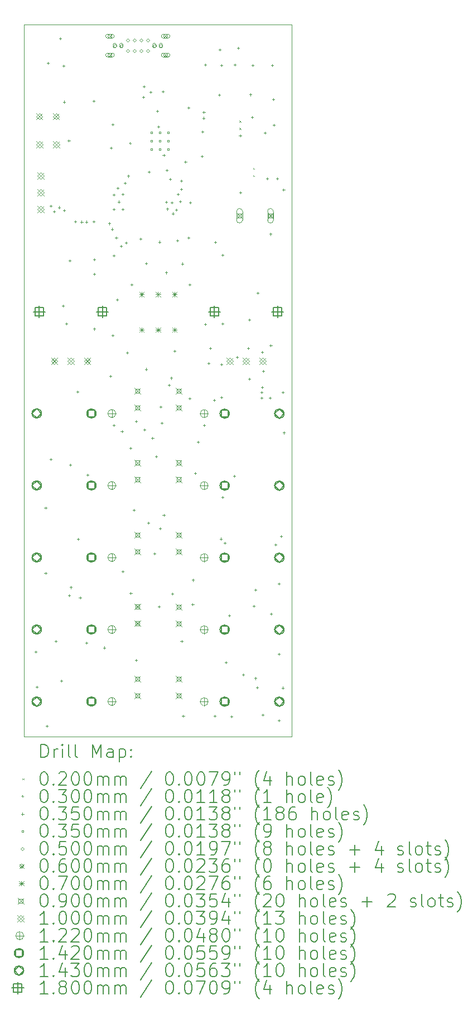
<source format=gbr>
%TF.GenerationSoftware,KiCad,Pcbnew,7.0.10-7.0.10~ubuntu22.04.1*%
%TF.CreationDate,2024-03-13T10:21:02+00:00*%
%TF.ProjectId,useq1,75736571-312e-46b6-9963-61645f706362,rev?*%
%TF.SameCoordinates,Original*%
%TF.FileFunction,Drillmap*%
%TF.FilePolarity,Positive*%
%FSLAX45Y45*%
G04 Gerber Fmt 4.5, Leading zero omitted, Abs format (unit mm)*
G04 Created by KiCad (PCBNEW 7.0.10-7.0.10~ubuntu22.04.1) date 2024-03-13 10:21:02*
%MOMM*%
%LPD*%
G01*
G04 APERTURE LIST*
%ADD10C,0.100000*%
%ADD11C,0.200000*%
%ADD12C,0.122000*%
%ADD13C,0.142000*%
%ADD14C,0.143000*%
%ADD15C,0.180000*%
G04 APERTURE END LIST*
D10*
X14560000Y-2005000D02*
X18620000Y-2005000D01*
X18620000Y-12805000D01*
X14560000Y-12805000D01*
X14560000Y-2005000D01*
D11*
D10*
X17830000Y-3461250D02*
X17850000Y-3481250D01*
X17850000Y-3461250D02*
X17830000Y-3481250D01*
X17830000Y-3571250D02*
X17850000Y-3591250D01*
X17850000Y-3571250D02*
X17830000Y-3591250D01*
X18035500Y-4175500D02*
X18055500Y-4195500D01*
X18055500Y-4175500D02*
X18035500Y-4195500D01*
X18035500Y-4285500D02*
X18055500Y-4305500D01*
X18055500Y-4285500D02*
X18035500Y-4305500D01*
X16188836Y-3807586D02*
G75*
G03*
X16158836Y-3807586I-15000J0D01*
G01*
X16158836Y-3807586D02*
G75*
G03*
X16188836Y-3807586I15000J0D01*
G01*
X14740000Y-11497500D02*
X14740000Y-11532500D01*
X14722500Y-11515000D02*
X14757500Y-11515000D01*
X14755000Y-12037500D02*
X14755000Y-12072500D01*
X14737500Y-12055000D02*
X14772500Y-12055000D01*
X14885000Y-9317500D02*
X14885000Y-9352500D01*
X14867500Y-9335000D02*
X14902500Y-9335000D01*
X14885000Y-10307500D02*
X14885000Y-10342500D01*
X14867500Y-10325000D02*
X14902500Y-10325000D01*
X14905000Y-12627500D02*
X14905000Y-12662500D01*
X14887500Y-12645000D02*
X14922500Y-12645000D01*
X14925000Y-2567500D02*
X14925000Y-2602500D01*
X14907500Y-2585000D02*
X14942500Y-2585000D01*
X14962500Y-4737500D02*
X14962500Y-4772500D01*
X14945000Y-4755000D02*
X14980000Y-4755000D01*
X14965000Y-8577500D02*
X14965000Y-8612500D01*
X14947500Y-8595000D02*
X14982500Y-8595000D01*
X15014358Y-4823188D02*
X15014358Y-4858188D01*
X14996858Y-4840688D02*
X15031858Y-4840688D01*
X15045000Y-11337500D02*
X15045000Y-11372500D01*
X15027500Y-11355000D02*
X15062500Y-11355000D01*
X15090000Y-4757500D02*
X15090000Y-4792500D01*
X15072500Y-4775000D02*
X15107500Y-4775000D01*
X15108000Y-2198500D02*
X15108000Y-2233500D01*
X15090500Y-2216000D02*
X15125500Y-2216000D01*
X15125000Y-11937500D02*
X15125000Y-11972500D01*
X15107500Y-11955000D02*
X15142500Y-11955000D01*
X15150000Y-6252500D02*
X15150000Y-6287500D01*
X15132500Y-6270000D02*
X15167500Y-6270000D01*
X15161000Y-2614500D02*
X15161000Y-2649500D01*
X15143500Y-2632000D02*
X15178500Y-2632000D01*
X15165000Y-3157500D02*
X15165000Y-3192500D01*
X15147500Y-3175000D02*
X15182500Y-3175000D01*
X15170000Y-4802500D02*
X15170000Y-4837500D01*
X15152500Y-4820000D02*
X15187500Y-4820000D01*
X15200000Y-6522500D02*
X15200000Y-6557500D01*
X15182500Y-6540000D02*
X15217500Y-6540000D01*
X15240000Y-3747500D02*
X15240000Y-3782500D01*
X15222500Y-3765000D02*
X15257500Y-3765000D01*
X15245000Y-10642500D02*
X15245000Y-10677500D01*
X15227500Y-10660000D02*
X15262500Y-10660000D01*
X15255000Y-5567500D02*
X15255000Y-5602500D01*
X15237500Y-5585000D02*
X15272500Y-5585000D01*
X15260000Y-8667500D02*
X15260000Y-8702500D01*
X15242500Y-8685000D02*
X15277500Y-8685000D01*
X15270000Y-10522500D02*
X15270000Y-10557500D01*
X15252500Y-10540000D02*
X15287500Y-10540000D01*
X15335000Y-4972500D02*
X15335000Y-5007500D01*
X15317500Y-4990000D02*
X15352500Y-4990000D01*
X15375000Y-7557500D02*
X15375000Y-7592500D01*
X15357500Y-7575000D02*
X15392500Y-7575000D01*
X15381000Y-9793500D02*
X15381000Y-9828500D01*
X15363500Y-9811000D02*
X15398500Y-9811000D01*
X15410000Y-10677500D02*
X15410000Y-10712500D01*
X15392500Y-10695000D02*
X15427500Y-10695000D01*
X15435000Y-4977500D02*
X15435000Y-5012500D01*
X15417500Y-4995000D02*
X15452500Y-4995000D01*
X15505000Y-11366500D02*
X15505000Y-11401500D01*
X15487500Y-11384000D02*
X15522500Y-11384000D01*
X15510000Y-4977500D02*
X15510000Y-5012500D01*
X15492500Y-4995000D02*
X15527500Y-4995000D01*
X15523014Y-8819486D02*
X15523014Y-8854486D01*
X15505514Y-8836986D02*
X15540514Y-8836986D01*
X15615000Y-3142500D02*
X15615000Y-3177500D01*
X15597500Y-3160000D02*
X15632500Y-3160000D01*
X15620000Y-4972500D02*
X15620000Y-5007500D01*
X15602500Y-4990000D02*
X15637500Y-4990000D01*
X15625000Y-5547500D02*
X15625000Y-5582500D01*
X15607500Y-5565000D02*
X15642500Y-5565000D01*
X15625000Y-5772500D02*
X15625000Y-5807500D01*
X15607500Y-5790000D02*
X15642500Y-5790000D01*
X15625000Y-6602500D02*
X15625000Y-6637500D01*
X15607500Y-6620000D02*
X15642500Y-6620000D01*
X15775000Y-11437500D02*
X15775000Y-11472500D01*
X15757500Y-11455000D02*
X15792500Y-11455000D01*
X15855000Y-5002500D02*
X15855000Y-5037500D01*
X15837500Y-5020000D02*
X15872500Y-5020000D01*
X15872500Y-7317500D02*
X15872500Y-7352500D01*
X15855000Y-7335000D02*
X15890000Y-7335000D01*
X15880000Y-3852500D02*
X15880000Y-3887500D01*
X15862500Y-3870000D02*
X15897500Y-3870000D01*
X15900000Y-5087500D02*
X15900000Y-5122500D01*
X15882500Y-5105000D02*
X15917500Y-5105000D01*
X15905000Y-3497500D02*
X15905000Y-3532500D01*
X15887500Y-3515000D02*
X15922500Y-3515000D01*
X15905000Y-6697500D02*
X15905000Y-6732500D01*
X15887500Y-6715000D02*
X15922500Y-6715000D01*
X15920000Y-4567500D02*
X15920000Y-4602500D01*
X15902500Y-4585000D02*
X15937500Y-4585000D01*
X15920000Y-4787500D02*
X15920000Y-4822500D01*
X15902500Y-4805000D02*
X15937500Y-4805000D01*
X15920000Y-8062500D02*
X15920000Y-8097500D01*
X15902500Y-8080000D02*
X15937500Y-8080000D01*
X15925000Y-5492500D02*
X15925000Y-5527500D01*
X15907500Y-5510000D02*
X15942500Y-5510000D01*
X15960000Y-5217500D02*
X15960000Y-5252500D01*
X15942500Y-5235000D02*
X15977500Y-5235000D01*
X15971823Y-6160077D02*
X15971823Y-6195077D01*
X15954323Y-6177577D02*
X15989323Y-6177577D01*
X15985000Y-4467500D02*
X15985000Y-4502500D01*
X15967500Y-4485000D02*
X16002500Y-4485000D01*
X15995000Y-4672500D02*
X15995000Y-4707500D01*
X15977500Y-4690000D02*
X16012500Y-4690000D01*
X16035190Y-5342500D02*
X16035190Y-5377500D01*
X16017690Y-5360000D02*
X16052690Y-5360000D01*
X16045000Y-8157500D02*
X16045000Y-8192500D01*
X16027500Y-8175000D02*
X16062500Y-8175000D01*
X16055000Y-4557500D02*
X16055000Y-4592500D01*
X16037500Y-4575000D02*
X16072500Y-4575000D01*
X16055000Y-4787500D02*
X16055000Y-4822500D01*
X16037500Y-4805000D02*
X16072500Y-4805000D01*
X16055000Y-10282500D02*
X16055000Y-10317500D01*
X16037500Y-10300000D02*
X16072500Y-10300000D01*
X16095000Y-4387500D02*
X16095000Y-4422500D01*
X16077500Y-4405000D02*
X16112500Y-4405000D01*
X16110000Y-5297500D02*
X16110000Y-5332500D01*
X16092500Y-5315000D02*
X16127500Y-5315000D01*
X16122123Y-6959623D02*
X16122123Y-6994623D01*
X16104623Y-6977123D02*
X16139623Y-6977123D01*
X16145000Y-4282500D02*
X16145000Y-4317500D01*
X16127500Y-4300000D02*
X16162500Y-4300000D01*
X16175000Y-8412500D02*
X16175000Y-8447500D01*
X16157500Y-8430000D02*
X16192500Y-8430000D01*
X16180000Y-10612500D02*
X16180000Y-10647500D01*
X16162500Y-10630000D02*
X16197500Y-10630000D01*
X16195000Y-5927500D02*
X16195000Y-5962500D01*
X16177500Y-5945000D02*
X16212500Y-5945000D01*
X16225000Y-9352500D02*
X16225000Y-9387500D01*
X16207500Y-9370000D02*
X16242500Y-9370000D01*
X16260000Y-8002500D02*
X16260000Y-8037500D01*
X16242500Y-8020000D02*
X16277500Y-8020000D01*
X16262000Y-11624500D02*
X16262000Y-11659500D01*
X16244500Y-11642000D02*
X16279500Y-11642000D01*
X16330000Y-5237500D02*
X16330000Y-5272500D01*
X16312500Y-5255000D02*
X16347500Y-5255000D01*
X16370000Y-3082500D02*
X16370000Y-3117500D01*
X16352500Y-3100000D02*
X16387500Y-3100000D01*
X16380000Y-2922500D02*
X16380000Y-2957500D01*
X16362500Y-2940000D02*
X16397500Y-2940000D01*
X16390000Y-8132500D02*
X16390000Y-8167500D01*
X16372500Y-8150000D02*
X16407500Y-8150000D01*
X16410000Y-7212500D02*
X16410000Y-7247500D01*
X16392500Y-7230000D02*
X16427500Y-7230000D01*
X16415000Y-5607500D02*
X16415000Y-5642500D01*
X16397500Y-5625000D02*
X16432500Y-5625000D01*
X16445000Y-9547500D02*
X16445000Y-9582500D01*
X16427500Y-9565000D02*
X16462500Y-9565000D01*
X16452500Y-4220000D02*
X16452500Y-4255000D01*
X16435000Y-4237500D02*
X16470000Y-4237500D01*
X16480000Y-3007500D02*
X16480000Y-3042500D01*
X16462500Y-3025000D02*
X16497500Y-3025000D01*
X16510000Y-8255000D02*
X16510000Y-8290000D01*
X16492500Y-8272500D02*
X16527500Y-8272500D01*
X16540000Y-10012500D02*
X16540000Y-10047500D01*
X16522500Y-10030000D02*
X16557500Y-10030000D01*
X16565000Y-8537500D02*
X16565000Y-8572500D01*
X16547500Y-8555000D02*
X16582500Y-8555000D01*
X16582741Y-3299759D02*
X16582741Y-3334759D01*
X16565241Y-3317259D02*
X16600241Y-3317259D01*
X16600000Y-3532500D02*
X16600000Y-3567500D01*
X16582500Y-3550000D02*
X16617500Y-3550000D01*
X16605000Y-10812500D02*
X16605000Y-10847500D01*
X16587500Y-10830000D02*
X16622500Y-10830000D01*
X16615000Y-5282500D02*
X16615000Y-5317500D01*
X16597500Y-5300000D02*
X16632500Y-5300000D01*
X16625000Y-9632500D02*
X16625000Y-9667500D01*
X16607500Y-9650000D02*
X16642500Y-9650000D01*
X16635000Y-7782500D02*
X16635000Y-7817500D01*
X16617500Y-7800000D02*
X16652500Y-7800000D01*
X16650000Y-8032500D02*
X16650000Y-8067500D01*
X16632500Y-8050000D02*
X16667500Y-8050000D01*
X16665000Y-2997500D02*
X16665000Y-3032500D01*
X16647500Y-3015000D02*
X16682500Y-3015000D01*
X16680000Y-3962500D02*
X16680000Y-3997500D01*
X16662500Y-3980000D02*
X16697500Y-3980000D01*
X16680000Y-9430000D02*
X16680000Y-9465000D01*
X16662500Y-9447500D02*
X16697500Y-9447500D01*
X16715000Y-4677500D02*
X16715000Y-4712500D01*
X16697500Y-4695000D02*
X16732500Y-4695000D01*
X16720000Y-5747500D02*
X16720000Y-5782500D01*
X16702500Y-5765000D02*
X16737500Y-5765000D01*
X16725000Y-4192500D02*
X16725000Y-4227500D01*
X16707500Y-4210000D02*
X16742500Y-4210000D01*
X16735000Y-4782500D02*
X16735000Y-4817500D01*
X16717500Y-4800000D02*
X16752500Y-4800000D01*
X16760000Y-7452500D02*
X16760000Y-7487500D01*
X16742500Y-7470000D02*
X16777500Y-7470000D01*
X16779365Y-4326910D02*
X16779365Y-4361910D01*
X16761865Y-4344410D02*
X16796865Y-4344410D01*
X16795000Y-7347500D02*
X16795000Y-7382500D01*
X16777500Y-7365000D02*
X16812500Y-7365000D01*
X16805000Y-4687500D02*
X16805000Y-4722500D01*
X16787500Y-4705000D02*
X16822500Y-4705000D01*
X16810000Y-10622500D02*
X16810000Y-10657500D01*
X16792500Y-10640000D02*
X16827500Y-10640000D01*
X16817877Y-4850377D02*
X16817877Y-4885377D01*
X16800377Y-4867877D02*
X16835377Y-4867877D01*
X16844123Y-6937623D02*
X16844123Y-6972623D01*
X16826623Y-6955123D02*
X16861623Y-6955123D01*
X16872500Y-4797877D02*
X16872500Y-4832877D01*
X16855000Y-4815377D02*
X16890000Y-4815377D01*
X16885000Y-5257500D02*
X16885000Y-5292500D01*
X16867500Y-5275000D02*
X16902500Y-5275000D01*
X16895000Y-4557500D02*
X16895000Y-4592500D01*
X16877500Y-4575000D02*
X16912500Y-4575000D01*
X16927877Y-4670377D02*
X16927877Y-4705377D01*
X16910377Y-4687877D02*
X16945377Y-4687877D01*
X16945000Y-4352500D02*
X16945000Y-4387500D01*
X16927500Y-4370000D02*
X16962500Y-4370000D01*
X16950000Y-4482500D02*
X16950000Y-4517500D01*
X16932500Y-4500000D02*
X16967500Y-4500000D01*
X16951000Y-11341500D02*
X16951000Y-11376500D01*
X16933500Y-11359000D02*
X16968500Y-11359000D01*
X16960000Y-5612500D02*
X16960000Y-5647500D01*
X16942500Y-5630000D02*
X16977500Y-5630000D01*
X16976000Y-12472500D02*
X16976000Y-12507500D01*
X16958500Y-12490000D02*
X16993500Y-12490000D01*
X17010000Y-4067500D02*
X17010000Y-4102500D01*
X16992500Y-4085000D02*
X17027500Y-4085000D01*
X17058000Y-3243500D02*
X17058000Y-3278500D01*
X17040500Y-3261000D02*
X17075500Y-3261000D01*
X17060000Y-5215000D02*
X17060000Y-5250000D01*
X17042500Y-5232500D02*
X17077500Y-5232500D01*
X17070000Y-5932500D02*
X17070000Y-5967500D01*
X17052500Y-5950000D02*
X17087500Y-5950000D01*
X17070000Y-7657500D02*
X17070000Y-7692500D01*
X17052500Y-7675000D02*
X17087500Y-7675000D01*
X17080000Y-4681737D02*
X17080000Y-4716737D01*
X17062500Y-4699237D02*
X17097500Y-4699237D01*
X17120000Y-10782500D02*
X17120000Y-10817500D01*
X17102500Y-10800000D02*
X17137500Y-10800000D01*
X17125000Y-10412500D02*
X17125000Y-10447500D01*
X17107500Y-10430000D02*
X17142500Y-10430000D01*
X17155000Y-8792500D02*
X17155000Y-8827500D01*
X17137500Y-8810000D02*
X17172500Y-8810000D01*
X17201000Y-8316500D02*
X17201000Y-8351500D01*
X17183500Y-8334000D02*
X17218500Y-8334000D01*
X17260000Y-3982500D02*
X17260000Y-4017500D01*
X17242500Y-4000000D02*
X17277500Y-4000000D01*
X17270000Y-3607500D02*
X17270000Y-3642500D01*
X17252500Y-3625000D02*
X17287500Y-3625000D01*
X17285000Y-3402500D02*
X17285000Y-3437500D01*
X17267500Y-3420000D02*
X17302500Y-3420000D01*
X17289000Y-3314500D02*
X17289000Y-3349500D01*
X17271500Y-3332000D02*
X17306500Y-3332000D01*
X17295000Y-8062500D02*
X17295000Y-8097500D01*
X17277500Y-8080000D02*
X17312500Y-8080000D01*
X17310000Y-6527500D02*
X17310000Y-6562500D01*
X17292500Y-6545000D02*
X17327500Y-6545000D01*
X17313000Y-2593500D02*
X17313000Y-2628500D01*
X17295500Y-2611000D02*
X17330500Y-2611000D01*
X17362000Y-7125500D02*
X17362000Y-7160500D01*
X17344500Y-7143000D02*
X17379500Y-7143000D01*
X17385000Y-6892500D02*
X17385000Y-6927500D01*
X17367500Y-6910000D02*
X17402500Y-6910000D01*
X17445000Y-7682500D02*
X17445000Y-7717500D01*
X17427500Y-7700000D02*
X17462500Y-7700000D01*
X17458000Y-12472500D02*
X17458000Y-12507500D01*
X17440500Y-12490000D02*
X17475500Y-12490000D01*
X17460000Y-5287500D02*
X17460000Y-5322500D01*
X17442500Y-5305000D02*
X17477500Y-5305000D01*
X17521000Y-3048500D02*
X17521000Y-3083500D01*
X17503500Y-3066000D02*
X17538500Y-3066000D01*
X17534000Y-2364500D02*
X17534000Y-2399500D01*
X17516500Y-2382000D02*
X17551500Y-2382000D01*
X17545000Y-9786500D02*
X17545000Y-9821500D01*
X17527500Y-9804000D02*
X17562500Y-9804000D01*
X17555000Y-2602500D02*
X17555000Y-2637500D01*
X17537500Y-2620000D02*
X17572500Y-2620000D01*
X17555000Y-7143750D02*
X17555000Y-7178750D01*
X17537500Y-7161250D02*
X17572500Y-7161250D01*
X17555000Y-7637500D02*
X17555000Y-7672500D01*
X17537500Y-7655000D02*
X17572500Y-7655000D01*
X17575000Y-6522500D02*
X17575000Y-6557500D01*
X17557500Y-6540000D02*
X17592500Y-6540000D01*
X17575000Y-9157500D02*
X17575000Y-9192500D01*
X17557500Y-9175000D02*
X17592500Y-9175000D01*
X17575754Y-5477500D02*
X17575754Y-5512500D01*
X17558254Y-5495000D02*
X17593254Y-5495000D01*
X17605000Y-9847500D02*
X17605000Y-9882500D01*
X17587500Y-9865000D02*
X17622500Y-9865000D01*
X17624000Y-11658500D02*
X17624000Y-11693500D01*
X17606500Y-11676000D02*
X17641500Y-11676000D01*
X17675000Y-10947500D02*
X17675000Y-10982500D01*
X17657500Y-10965000D02*
X17692500Y-10965000D01*
X17707000Y-12479500D02*
X17707000Y-12514500D01*
X17689500Y-12497000D02*
X17724500Y-12497000D01*
X17752123Y-8830377D02*
X17752123Y-8865377D01*
X17734623Y-8847877D02*
X17769623Y-8847877D01*
X17763000Y-2591500D02*
X17763000Y-2626500D01*
X17745500Y-2609000D02*
X17780500Y-2609000D01*
X17795000Y-7027500D02*
X17795000Y-7062500D01*
X17777500Y-7045000D02*
X17812500Y-7045000D01*
X17807000Y-2339500D02*
X17807000Y-2374500D01*
X17789500Y-2357000D02*
X17824500Y-2357000D01*
X17840000Y-3668750D02*
X17840000Y-3703750D01*
X17822500Y-3686250D02*
X17857500Y-3686250D01*
X17843000Y-4530500D02*
X17843000Y-4565500D01*
X17825500Y-4548000D02*
X17860500Y-4548000D01*
X17890000Y-11844500D02*
X17890000Y-11879500D01*
X17872500Y-11862000D02*
X17907500Y-11862000D01*
X17965000Y-6892500D02*
X17965000Y-6927500D01*
X17947500Y-6910000D02*
X17982500Y-6910000D01*
X17977686Y-6466835D02*
X17977686Y-6501835D01*
X17960186Y-6484335D02*
X17995186Y-6484335D01*
X17978377Y-7364123D02*
X17978377Y-7399123D01*
X17960877Y-7381623D02*
X17995877Y-7381623D01*
X18000000Y-3046500D02*
X18000000Y-3081500D01*
X17982500Y-3064000D02*
X18017500Y-3064000D01*
X18024897Y-3387248D02*
X18024897Y-3422248D01*
X18007397Y-3404748D02*
X18042397Y-3404748D01*
X18033000Y-2601500D02*
X18033000Y-2636500D01*
X18015500Y-2619000D02*
X18050500Y-2619000D01*
X18045000Y-10807500D02*
X18045000Y-10842500D01*
X18027500Y-10825000D02*
X18062500Y-10825000D01*
X18072500Y-11902500D02*
X18072500Y-11937500D01*
X18055000Y-11920000D02*
X18090000Y-11920000D01*
X18074000Y-10561500D02*
X18074000Y-10596500D01*
X18056500Y-10579000D02*
X18091500Y-10579000D01*
X18100000Y-12042500D02*
X18100000Y-12077500D01*
X18082500Y-12060000D02*
X18117500Y-12060000D01*
X18103200Y-6060300D02*
X18103200Y-6095300D01*
X18085700Y-6077800D02*
X18120700Y-6077800D01*
X18165000Y-7567500D02*
X18165000Y-7602500D01*
X18147500Y-7585000D02*
X18182500Y-7585000D01*
X18165000Y-7647500D02*
X18165000Y-7682500D01*
X18147500Y-7665000D02*
X18182500Y-7665000D01*
X18175000Y-6957500D02*
X18175000Y-6992500D01*
X18157500Y-6975000D02*
X18192500Y-6975000D01*
X18175000Y-7487500D02*
X18175000Y-7522500D01*
X18157500Y-7505000D02*
X18192500Y-7505000D01*
X18180000Y-12457500D02*
X18180000Y-12492500D01*
X18162500Y-12475000D02*
X18197500Y-12475000D01*
X18192623Y-7239877D02*
X18192623Y-7274877D01*
X18175123Y-7257377D02*
X18210123Y-7257377D01*
X18218200Y-3624500D02*
X18218200Y-3659500D01*
X18200700Y-3642000D02*
X18235700Y-3642000D01*
X18250955Y-4323207D02*
X18250955Y-4358207D01*
X18233455Y-4340707D02*
X18268455Y-4340707D01*
X18290000Y-7647500D02*
X18290000Y-7682500D01*
X18272500Y-7665000D02*
X18307500Y-7665000D01*
X18302000Y-5163500D02*
X18302000Y-5198500D01*
X18284500Y-5181000D02*
X18319500Y-5181000D01*
X18305000Y-6852500D02*
X18305000Y-6887500D01*
X18287500Y-6870000D02*
X18322500Y-6870000D01*
X18312413Y-10923503D02*
X18312413Y-10958503D01*
X18294913Y-10941003D02*
X18329913Y-10941003D01*
X18326000Y-2602500D02*
X18326000Y-2637500D01*
X18308500Y-2620000D02*
X18343500Y-2620000D01*
X18346000Y-3122500D02*
X18346000Y-3157500D01*
X18328500Y-3140000D02*
X18363500Y-3140000D01*
X18354000Y-3511500D02*
X18354000Y-3546500D01*
X18336500Y-3529000D02*
X18371500Y-3529000D01*
X18375000Y-9872500D02*
X18375000Y-9907500D01*
X18357500Y-9890000D02*
X18392500Y-9890000D01*
X18405000Y-4318500D02*
X18405000Y-4353500D01*
X18387500Y-4336000D02*
X18422500Y-4336000D01*
X18425000Y-10467500D02*
X18425000Y-10502500D01*
X18407500Y-10485000D02*
X18442500Y-10485000D01*
X18430000Y-11532500D02*
X18430000Y-11567500D01*
X18412500Y-11550000D02*
X18447500Y-11550000D01*
X18430000Y-12542500D02*
X18430000Y-12577500D01*
X18412500Y-12560000D02*
X18447500Y-12560000D01*
X18465000Y-9747500D02*
X18465000Y-9782500D01*
X18447500Y-9765000D02*
X18482500Y-9765000D01*
X18485000Y-7567500D02*
X18485000Y-7602500D01*
X18467500Y-7585000D02*
X18502500Y-7585000D01*
X18485000Y-12047500D02*
X18485000Y-12082500D01*
X18467500Y-12065000D02*
X18502500Y-12065000D01*
X18500000Y-4487500D02*
X18500000Y-4522500D01*
X18482500Y-4505000D02*
X18517500Y-4505000D01*
X18505000Y-8177500D02*
X18505000Y-8212500D01*
X18487500Y-8195000D02*
X18522500Y-8195000D01*
X16507374Y-3652374D02*
X16507374Y-3627625D01*
X16482625Y-3627625D01*
X16482625Y-3652374D01*
X16507374Y-3652374D01*
X16507374Y-3779874D02*
X16507374Y-3755125D01*
X16482625Y-3755125D01*
X16482625Y-3779874D01*
X16507374Y-3779874D01*
X16507374Y-3907374D02*
X16507374Y-3882625D01*
X16482625Y-3882625D01*
X16482625Y-3907374D01*
X16507374Y-3907374D01*
X16634874Y-3652374D02*
X16634874Y-3627625D01*
X16610125Y-3627625D01*
X16610125Y-3652374D01*
X16634874Y-3652374D01*
X16634874Y-3779874D02*
X16634874Y-3755125D01*
X16610125Y-3755125D01*
X16610125Y-3779874D01*
X16634874Y-3779874D01*
X16634874Y-3907374D02*
X16634874Y-3882625D01*
X16610125Y-3882625D01*
X16610125Y-3907374D01*
X16634874Y-3907374D01*
X16762374Y-3652374D02*
X16762374Y-3627625D01*
X16737625Y-3627625D01*
X16737625Y-3652374D01*
X16762374Y-3652374D01*
X16762374Y-3779874D02*
X16762374Y-3755125D01*
X16737625Y-3755125D01*
X16737625Y-3779874D01*
X16762374Y-3779874D01*
X16762374Y-3907374D02*
X16762374Y-3882625D01*
X16737625Y-3882625D01*
X16737625Y-3907374D01*
X16762374Y-3907374D01*
X15936500Y-2346000D02*
X15961500Y-2321000D01*
X15936500Y-2296000D01*
X15911500Y-2321000D01*
X15936500Y-2346000D01*
X15961500Y-2331000D02*
X15961500Y-2311000D01*
X15961500Y-2311000D02*
G75*
G03*
X15911500Y-2311000I-25000J0D01*
G01*
X15911500Y-2311000D02*
X15911500Y-2331000D01*
X15911500Y-2331000D02*
G75*
G03*
X15961500Y-2331000I25000J0D01*
G01*
X16036500Y-2346000D02*
X16061500Y-2321000D01*
X16036500Y-2296000D01*
X16011500Y-2321000D01*
X16036500Y-2346000D01*
X16061500Y-2331000D02*
X16061500Y-2311000D01*
X16061500Y-2311000D02*
G75*
G03*
X16011500Y-2311000I-25000J0D01*
G01*
X16011500Y-2311000D02*
X16011500Y-2331000D01*
X16011500Y-2331000D02*
G75*
G03*
X16061500Y-2331000I25000J0D01*
G01*
X16136500Y-2263500D02*
X16161500Y-2238500D01*
X16136500Y-2213500D01*
X16111500Y-2238500D01*
X16136500Y-2263500D01*
X16136500Y-2428500D02*
X16161500Y-2403500D01*
X16136500Y-2378500D01*
X16111500Y-2403500D01*
X16136500Y-2428500D01*
X16236500Y-2263500D02*
X16261500Y-2238500D01*
X16236500Y-2213500D01*
X16211500Y-2238500D01*
X16236500Y-2263500D01*
X16236500Y-2428500D02*
X16261500Y-2403500D01*
X16236500Y-2378500D01*
X16211500Y-2403500D01*
X16236500Y-2428500D01*
X16336500Y-2263500D02*
X16361500Y-2238500D01*
X16336500Y-2213500D01*
X16311500Y-2238500D01*
X16336500Y-2263500D01*
X16336500Y-2428500D02*
X16361500Y-2403500D01*
X16336500Y-2378500D01*
X16311500Y-2403500D01*
X16336500Y-2428500D01*
X16436500Y-2263500D02*
X16461500Y-2238500D01*
X16436500Y-2213500D01*
X16411500Y-2238500D01*
X16436500Y-2263500D01*
X16436500Y-2428500D02*
X16461500Y-2403500D01*
X16436500Y-2378500D01*
X16411500Y-2403500D01*
X16436500Y-2428500D01*
X16536500Y-2346000D02*
X16561500Y-2321000D01*
X16536500Y-2296000D01*
X16511500Y-2321000D01*
X16536500Y-2346000D01*
X16511500Y-2311000D02*
X16511500Y-2331000D01*
X16511500Y-2331000D02*
G75*
G03*
X16561500Y-2331000I25000J0D01*
G01*
X16561500Y-2331000D02*
X16561500Y-2311000D01*
X16561500Y-2311000D02*
G75*
G03*
X16511500Y-2311000I-25000J0D01*
G01*
X16636500Y-2346000D02*
X16661500Y-2321000D01*
X16636500Y-2296000D01*
X16611500Y-2321000D01*
X16636500Y-2346000D01*
X16611500Y-2311000D02*
X16611500Y-2331000D01*
X16611500Y-2331000D02*
G75*
G03*
X16661500Y-2331000I25000J0D01*
G01*
X16661500Y-2331000D02*
X16661500Y-2311000D01*
X16661500Y-2311000D02*
G75*
G03*
X16611500Y-2311000I-25000J0D01*
G01*
X15834000Y-2148000D02*
X15894000Y-2208000D01*
X15894000Y-2148000D02*
X15834000Y-2208000D01*
X15894000Y-2178000D02*
G75*
G03*
X15834000Y-2178000I-30000J0D01*
G01*
X15834000Y-2178000D02*
G75*
G03*
X15894000Y-2178000I30000J0D01*
G01*
X15829000Y-2208000D02*
X15899000Y-2208000D01*
X15899000Y-2208000D02*
G75*
G03*
X15899000Y-2148000I0J30000D01*
G01*
X15899000Y-2148000D02*
X15829000Y-2148000D01*
X15829000Y-2148000D02*
G75*
G03*
X15829000Y-2208000I0J-30000D01*
G01*
X15834000Y-2434000D02*
X15894000Y-2494000D01*
X15894000Y-2434000D02*
X15834000Y-2494000D01*
X15894000Y-2464000D02*
G75*
G03*
X15834000Y-2464000I-30000J0D01*
G01*
X15834000Y-2464000D02*
G75*
G03*
X15894000Y-2464000I30000J0D01*
G01*
X15899000Y-2434000D02*
X15829000Y-2434000D01*
X15829000Y-2434000D02*
G75*
G03*
X15829000Y-2494000I0J-30000D01*
G01*
X15829000Y-2494000D02*
X15899000Y-2494000D01*
X15899000Y-2494000D02*
G75*
G03*
X15899000Y-2434000I0J30000D01*
G01*
X16679000Y-2148000D02*
X16739000Y-2208000D01*
X16739000Y-2148000D02*
X16679000Y-2208000D01*
X16739000Y-2178000D02*
G75*
G03*
X16679000Y-2178000I-30000J0D01*
G01*
X16679000Y-2178000D02*
G75*
G03*
X16739000Y-2178000I30000J0D01*
G01*
X16674000Y-2208000D02*
X16744000Y-2208000D01*
X16744000Y-2208000D02*
G75*
G03*
X16744000Y-2148000I0J30000D01*
G01*
X16744000Y-2148000D02*
X16674000Y-2148000D01*
X16674000Y-2148000D02*
G75*
G03*
X16674000Y-2208000I0J-30000D01*
G01*
X16679000Y-2434000D02*
X16739000Y-2494000D01*
X16739000Y-2434000D02*
X16679000Y-2494000D01*
X16739000Y-2464000D02*
G75*
G03*
X16679000Y-2464000I-30000J0D01*
G01*
X16679000Y-2464000D02*
G75*
G03*
X16739000Y-2464000I30000J0D01*
G01*
X16674000Y-2494000D02*
X16744000Y-2494000D01*
X16744000Y-2494000D02*
G75*
G03*
X16744000Y-2434000I0J30000D01*
G01*
X16744000Y-2434000D02*
X16674000Y-2434000D01*
X16674000Y-2434000D02*
G75*
G03*
X16674000Y-2494000I0J-30000D01*
G01*
X16310000Y-6060000D02*
X16380000Y-6130000D01*
X16380000Y-6060000D02*
X16310000Y-6130000D01*
X16345000Y-6060000D02*
X16345000Y-6130000D01*
X16310000Y-6095000D02*
X16380000Y-6095000D01*
X16310000Y-6600000D02*
X16380000Y-6670000D01*
X16380000Y-6600000D02*
X16310000Y-6670000D01*
X16345000Y-6600000D02*
X16345000Y-6670000D01*
X16310000Y-6635000D02*
X16380000Y-6635000D01*
X16560000Y-6060000D02*
X16630000Y-6130000D01*
X16630000Y-6060000D02*
X16560000Y-6130000D01*
X16595000Y-6060000D02*
X16595000Y-6130000D01*
X16560000Y-6095000D02*
X16630000Y-6095000D01*
X16560000Y-6600000D02*
X16630000Y-6670000D01*
X16630000Y-6600000D02*
X16560000Y-6670000D01*
X16595000Y-6600000D02*
X16595000Y-6670000D01*
X16560000Y-6635000D02*
X16630000Y-6635000D01*
X16810000Y-6060000D02*
X16880000Y-6130000D01*
X16880000Y-6060000D02*
X16810000Y-6130000D01*
X16845000Y-6060000D02*
X16845000Y-6130000D01*
X16810000Y-6095000D02*
X16880000Y-6095000D01*
X16810000Y-6600000D02*
X16880000Y-6670000D01*
X16880000Y-6600000D02*
X16810000Y-6670000D01*
X16845000Y-6600000D02*
X16845000Y-6670000D01*
X16810000Y-6635000D02*
X16880000Y-6635000D01*
X16235000Y-7513500D02*
X16325000Y-7603500D01*
X16325000Y-7513500D02*
X16235000Y-7603500D01*
X16311820Y-7590320D02*
X16311820Y-7526680D01*
X16248180Y-7526680D01*
X16248180Y-7590320D01*
X16311820Y-7590320D01*
X16235000Y-7767500D02*
X16325000Y-7857500D01*
X16325000Y-7767500D02*
X16235000Y-7857500D01*
X16311820Y-7844320D02*
X16311820Y-7780680D01*
X16248180Y-7780680D01*
X16248180Y-7844320D01*
X16311820Y-7844320D01*
X16235000Y-8605000D02*
X16325000Y-8695000D01*
X16325000Y-8605000D02*
X16235000Y-8695000D01*
X16311820Y-8681820D02*
X16311820Y-8618180D01*
X16248180Y-8618180D01*
X16248180Y-8681820D01*
X16311820Y-8681820D01*
X16235000Y-8859000D02*
X16325000Y-8949000D01*
X16325000Y-8859000D02*
X16235000Y-8949000D01*
X16311820Y-8935820D02*
X16311820Y-8872180D01*
X16248180Y-8872180D01*
X16248180Y-8935820D01*
X16311820Y-8935820D01*
X16235000Y-9698500D02*
X16325000Y-9788500D01*
X16325000Y-9698500D02*
X16235000Y-9788500D01*
X16311820Y-9775320D02*
X16311820Y-9711680D01*
X16248180Y-9711680D01*
X16248180Y-9775320D01*
X16311820Y-9775320D01*
X16235000Y-9952500D02*
X16325000Y-10042500D01*
X16325000Y-9952500D02*
X16235000Y-10042500D01*
X16311820Y-10029320D02*
X16311820Y-9965680D01*
X16248180Y-9965680D01*
X16248180Y-10029320D01*
X16311820Y-10029320D01*
X16235000Y-10789000D02*
X16325000Y-10879000D01*
X16325000Y-10789000D02*
X16235000Y-10879000D01*
X16311820Y-10865820D02*
X16311820Y-10802180D01*
X16248180Y-10802180D01*
X16248180Y-10865820D01*
X16311820Y-10865820D01*
X16235000Y-11043000D02*
X16325000Y-11133000D01*
X16325000Y-11043000D02*
X16235000Y-11133000D01*
X16311820Y-11119820D02*
X16311820Y-11056180D01*
X16248180Y-11056180D01*
X16248180Y-11119820D01*
X16311820Y-11119820D01*
X16235000Y-11883500D02*
X16325000Y-11973500D01*
X16325000Y-11883500D02*
X16235000Y-11973500D01*
X16311820Y-11960320D02*
X16311820Y-11896680D01*
X16248180Y-11896680D01*
X16248180Y-11960320D01*
X16311820Y-11960320D01*
X16235000Y-12137500D02*
X16325000Y-12227500D01*
X16325000Y-12137500D02*
X16235000Y-12227500D01*
X16311820Y-12214320D02*
X16311820Y-12150680D01*
X16248180Y-12150680D01*
X16248180Y-12214320D01*
X16311820Y-12214320D01*
X16864000Y-8605000D02*
X16954000Y-8695000D01*
X16954000Y-8605000D02*
X16864000Y-8695000D01*
X16940820Y-8681820D02*
X16940820Y-8618180D01*
X16877180Y-8618180D01*
X16877180Y-8681820D01*
X16940820Y-8681820D01*
X16864000Y-8859000D02*
X16954000Y-8949000D01*
X16954000Y-8859000D02*
X16864000Y-8949000D01*
X16940820Y-8935820D02*
X16940820Y-8872180D01*
X16877180Y-8872180D01*
X16877180Y-8935820D01*
X16940820Y-8935820D01*
X16865000Y-7515000D02*
X16955000Y-7605000D01*
X16955000Y-7515000D02*
X16865000Y-7605000D01*
X16941820Y-7591820D02*
X16941820Y-7528180D01*
X16878180Y-7528180D01*
X16878180Y-7591820D01*
X16941820Y-7591820D01*
X16865000Y-7769000D02*
X16955000Y-7859000D01*
X16955000Y-7769000D02*
X16865000Y-7859000D01*
X16941820Y-7845820D02*
X16941820Y-7782180D01*
X16878180Y-7782180D01*
X16878180Y-7845820D01*
X16941820Y-7845820D01*
X16865000Y-9701000D02*
X16955000Y-9791000D01*
X16955000Y-9701000D02*
X16865000Y-9791000D01*
X16941820Y-9777820D02*
X16941820Y-9714180D01*
X16878180Y-9714180D01*
X16878180Y-9777820D01*
X16941820Y-9777820D01*
X16865000Y-9955000D02*
X16955000Y-10045000D01*
X16955000Y-9955000D02*
X16865000Y-10045000D01*
X16941820Y-10031820D02*
X16941820Y-9968180D01*
X16878180Y-9968180D01*
X16878180Y-10031820D01*
X16941820Y-10031820D01*
X16865000Y-10793500D02*
X16955000Y-10883500D01*
X16955000Y-10793500D02*
X16865000Y-10883500D01*
X16941820Y-10870320D02*
X16941820Y-10806680D01*
X16878180Y-10806680D01*
X16878180Y-10870320D01*
X16941820Y-10870320D01*
X16865000Y-11047500D02*
X16955000Y-11137500D01*
X16955000Y-11047500D02*
X16865000Y-11137500D01*
X16941820Y-11124320D02*
X16941820Y-11060680D01*
X16878180Y-11060680D01*
X16878180Y-11124320D01*
X16941820Y-11124320D01*
X16865000Y-11886000D02*
X16955000Y-11976000D01*
X16955000Y-11886000D02*
X16865000Y-11976000D01*
X16941820Y-11962820D02*
X16941820Y-11899180D01*
X16878180Y-11899180D01*
X16878180Y-11962820D01*
X16941820Y-11962820D01*
X16865000Y-12140000D02*
X16955000Y-12230000D01*
X16955000Y-12140000D02*
X16865000Y-12230000D01*
X16941820Y-12216820D02*
X16941820Y-12153180D01*
X16878180Y-12153180D01*
X16878180Y-12216820D01*
X16941820Y-12216820D01*
X17785000Y-4858000D02*
X17875000Y-4948000D01*
X17875000Y-4858000D02*
X17785000Y-4948000D01*
X17861820Y-4934820D02*
X17861820Y-4871180D01*
X17798180Y-4871180D01*
X17798180Y-4934820D01*
X17861820Y-4934820D01*
X17875000Y-4968000D02*
X17875000Y-4838000D01*
X17875000Y-4838000D02*
G75*
G03*
X17785000Y-4838000I-45000J0D01*
G01*
X17785000Y-4838000D02*
X17785000Y-4968000D01*
X17785000Y-4968000D02*
G75*
G03*
X17875000Y-4968000I45000J0D01*
G01*
X18255000Y-4858000D02*
X18345000Y-4948000D01*
X18345000Y-4858000D02*
X18255000Y-4948000D01*
X18331820Y-4934820D02*
X18331820Y-4871180D01*
X18268180Y-4871180D01*
X18268180Y-4934820D01*
X18331820Y-4934820D01*
X18345000Y-4968000D02*
X18345000Y-4838000D01*
X18345000Y-4838000D02*
G75*
G03*
X18255000Y-4838000I-45000J0D01*
G01*
X18255000Y-4838000D02*
X18255000Y-4968000D01*
X18255000Y-4968000D02*
G75*
G03*
X18345000Y-4968000I45000J0D01*
G01*
X14742500Y-3345000D02*
X14842500Y-3445000D01*
X14842500Y-3345000D02*
X14742500Y-3445000D01*
X14792500Y-3445000D02*
X14842500Y-3395000D01*
X14792500Y-3345000D01*
X14742500Y-3395000D01*
X14792500Y-3445000D01*
X14747500Y-3770000D02*
X14847500Y-3870000D01*
X14847500Y-3770000D02*
X14747500Y-3870000D01*
X14797500Y-3870000D02*
X14847500Y-3820000D01*
X14797500Y-3770000D01*
X14747500Y-3820000D01*
X14797500Y-3870000D01*
X14760000Y-4249500D02*
X14860000Y-4349500D01*
X14860000Y-4249500D02*
X14760000Y-4349500D01*
X14810000Y-4349500D02*
X14860000Y-4299500D01*
X14810000Y-4249500D01*
X14760000Y-4299500D01*
X14810000Y-4349500D01*
X14760000Y-4503500D02*
X14860000Y-4603500D01*
X14860000Y-4503500D02*
X14760000Y-4603500D01*
X14810000Y-4603500D02*
X14860000Y-4553500D01*
X14810000Y-4503500D01*
X14760000Y-4553500D01*
X14810000Y-4603500D01*
X14760000Y-4757500D02*
X14860000Y-4857500D01*
X14860000Y-4757500D02*
X14760000Y-4857500D01*
X14810000Y-4857500D02*
X14860000Y-4807500D01*
X14810000Y-4757500D01*
X14760000Y-4807500D01*
X14810000Y-4857500D01*
X14970000Y-7058750D02*
X15070000Y-7158750D01*
X15070000Y-7058750D02*
X14970000Y-7158750D01*
X15020000Y-7158750D02*
X15070000Y-7108750D01*
X15020000Y-7058750D01*
X14970000Y-7108750D01*
X15020000Y-7158750D01*
X14996500Y-3345000D02*
X15096500Y-3445000D01*
X15096500Y-3345000D02*
X14996500Y-3445000D01*
X15046500Y-3445000D02*
X15096500Y-3395000D01*
X15046500Y-3345000D01*
X14996500Y-3395000D01*
X15046500Y-3445000D01*
X15001500Y-3770000D02*
X15101500Y-3870000D01*
X15101500Y-3770000D02*
X15001500Y-3870000D01*
X15051500Y-3870000D02*
X15101500Y-3820000D01*
X15051500Y-3770000D01*
X15001500Y-3820000D01*
X15051500Y-3870000D01*
X15220000Y-7058750D02*
X15320000Y-7158750D01*
X15320000Y-7058750D02*
X15220000Y-7158750D01*
X15270000Y-7158750D02*
X15320000Y-7108750D01*
X15270000Y-7058750D01*
X15220000Y-7108750D01*
X15270000Y-7158750D01*
X15470000Y-7058750D02*
X15570000Y-7158750D01*
X15570000Y-7058750D02*
X15470000Y-7158750D01*
X15520000Y-7158750D02*
X15570000Y-7108750D01*
X15520000Y-7058750D01*
X15470000Y-7108750D01*
X15520000Y-7158750D01*
X17630000Y-7058750D02*
X17730000Y-7158750D01*
X17730000Y-7058750D02*
X17630000Y-7158750D01*
X17680000Y-7158750D02*
X17730000Y-7108750D01*
X17680000Y-7058750D01*
X17630000Y-7108750D01*
X17680000Y-7158750D01*
X17880000Y-7058750D02*
X17980000Y-7158750D01*
X17980000Y-7058750D02*
X17880000Y-7158750D01*
X17930000Y-7158750D02*
X17980000Y-7108750D01*
X17930000Y-7058750D01*
X17880000Y-7108750D01*
X17930000Y-7158750D01*
X18130000Y-7058750D02*
X18230000Y-7158750D01*
X18230000Y-7058750D02*
X18130000Y-7158750D01*
X18180000Y-7158750D02*
X18230000Y-7108750D01*
X18180000Y-7058750D01*
X18130000Y-7108750D01*
X18180000Y-7158750D01*
D12*
X15892500Y-7841500D02*
X15892500Y-7963500D01*
X15831500Y-7902500D02*
X15953500Y-7902500D01*
X15953500Y-7902500D02*
G75*
G03*
X15831500Y-7902500I-61000J0D01*
G01*
X15831500Y-7902500D02*
G75*
G03*
X15953500Y-7902500I61000J0D01*
G01*
X15892500Y-8934000D02*
X15892500Y-9056000D01*
X15831500Y-8995000D02*
X15953500Y-8995000D01*
X15953500Y-8995000D02*
G75*
G03*
X15831500Y-8995000I-61000J0D01*
G01*
X15831500Y-8995000D02*
G75*
G03*
X15953500Y-8995000I61000J0D01*
G01*
X15892500Y-10026500D02*
X15892500Y-10148500D01*
X15831500Y-10087500D02*
X15953500Y-10087500D01*
X15953500Y-10087500D02*
G75*
G03*
X15831500Y-10087500I-61000J0D01*
G01*
X15831500Y-10087500D02*
G75*
G03*
X15953500Y-10087500I61000J0D01*
G01*
X15892500Y-11119000D02*
X15892500Y-11241000D01*
X15831500Y-11180000D02*
X15953500Y-11180000D01*
X15953500Y-11180000D02*
G75*
G03*
X15831500Y-11180000I-61000J0D01*
G01*
X15831500Y-11180000D02*
G75*
G03*
X15953500Y-11180000I61000J0D01*
G01*
X15892500Y-12211500D02*
X15892500Y-12333500D01*
X15831500Y-12272500D02*
X15953500Y-12272500D01*
X15953500Y-12272500D02*
G75*
G03*
X15831500Y-12272500I-61000J0D01*
G01*
X15831500Y-12272500D02*
G75*
G03*
X15953500Y-12272500I61000J0D01*
G01*
X17294500Y-7844000D02*
X17294500Y-7966000D01*
X17233500Y-7905000D02*
X17355500Y-7905000D01*
X17355500Y-7905000D02*
G75*
G03*
X17233500Y-7905000I-61000J0D01*
G01*
X17233500Y-7905000D02*
G75*
G03*
X17355500Y-7905000I61000J0D01*
G01*
X17294500Y-8936500D02*
X17294500Y-9058500D01*
X17233500Y-8997500D02*
X17355500Y-8997500D01*
X17355500Y-8997500D02*
G75*
G03*
X17233500Y-8997500I-61000J0D01*
G01*
X17233500Y-8997500D02*
G75*
G03*
X17355500Y-8997500I61000J0D01*
G01*
X17294500Y-10029000D02*
X17294500Y-10151000D01*
X17233500Y-10090000D02*
X17355500Y-10090000D01*
X17355500Y-10090000D02*
G75*
G03*
X17233500Y-10090000I-61000J0D01*
G01*
X17233500Y-10090000D02*
G75*
G03*
X17355500Y-10090000I61000J0D01*
G01*
X17294500Y-11121500D02*
X17294500Y-11243500D01*
X17233500Y-11182500D02*
X17355500Y-11182500D01*
X17355500Y-11182500D02*
G75*
G03*
X17233500Y-11182500I-61000J0D01*
G01*
X17233500Y-11182500D02*
G75*
G03*
X17355500Y-11182500I61000J0D01*
G01*
X17294500Y-12214000D02*
X17294500Y-12336000D01*
X17233500Y-12275000D02*
X17355500Y-12275000D01*
X17355500Y-12275000D02*
G75*
G03*
X17233500Y-12275000I-61000J0D01*
G01*
X17233500Y-12275000D02*
G75*
G03*
X17355500Y-12275000I61000J0D01*
G01*
D13*
X15632705Y-7952705D02*
X15632705Y-7852295D01*
X15532295Y-7852295D01*
X15532295Y-7952705D01*
X15632705Y-7952705D01*
X15653500Y-7902500D02*
G75*
G03*
X15511500Y-7902500I-71000J0D01*
G01*
X15511500Y-7902500D02*
G75*
G03*
X15653500Y-7902500I71000J0D01*
G01*
X15632705Y-9045205D02*
X15632705Y-8944795D01*
X15532295Y-8944795D01*
X15532295Y-9045205D01*
X15632705Y-9045205D01*
X15653500Y-8995000D02*
G75*
G03*
X15511500Y-8995000I-71000J0D01*
G01*
X15511500Y-8995000D02*
G75*
G03*
X15653500Y-8995000I71000J0D01*
G01*
X15632705Y-10137705D02*
X15632705Y-10037295D01*
X15532295Y-10037295D01*
X15532295Y-10137705D01*
X15632705Y-10137705D01*
X15653500Y-10087500D02*
G75*
G03*
X15511500Y-10087500I-71000J0D01*
G01*
X15511500Y-10087500D02*
G75*
G03*
X15653500Y-10087500I71000J0D01*
G01*
X15632705Y-11230205D02*
X15632705Y-11129795D01*
X15532295Y-11129795D01*
X15532295Y-11230205D01*
X15632705Y-11230205D01*
X15653500Y-11180000D02*
G75*
G03*
X15511500Y-11180000I-71000J0D01*
G01*
X15511500Y-11180000D02*
G75*
G03*
X15653500Y-11180000I71000J0D01*
G01*
X15632705Y-12322705D02*
X15632705Y-12222295D01*
X15532295Y-12222295D01*
X15532295Y-12322705D01*
X15632705Y-12322705D01*
X15653500Y-12272500D02*
G75*
G03*
X15511500Y-12272500I-71000J0D01*
G01*
X15511500Y-12272500D02*
G75*
G03*
X15653500Y-12272500I71000J0D01*
G01*
X17654705Y-7955205D02*
X17654705Y-7854795D01*
X17554295Y-7854795D01*
X17554295Y-7955205D01*
X17654705Y-7955205D01*
X17675500Y-7905000D02*
G75*
G03*
X17533500Y-7905000I-71000J0D01*
G01*
X17533500Y-7905000D02*
G75*
G03*
X17675500Y-7905000I71000J0D01*
G01*
X17654705Y-9047705D02*
X17654705Y-8947295D01*
X17554295Y-8947295D01*
X17554295Y-9047705D01*
X17654705Y-9047705D01*
X17675500Y-8997500D02*
G75*
G03*
X17533500Y-8997500I-71000J0D01*
G01*
X17533500Y-8997500D02*
G75*
G03*
X17675500Y-8997500I71000J0D01*
G01*
X17654705Y-10140205D02*
X17654705Y-10039795D01*
X17554295Y-10039795D01*
X17554295Y-10140205D01*
X17654705Y-10140205D01*
X17675500Y-10090000D02*
G75*
G03*
X17533500Y-10090000I-71000J0D01*
G01*
X17533500Y-10090000D02*
G75*
G03*
X17675500Y-10090000I71000J0D01*
G01*
X17654705Y-11232705D02*
X17654705Y-11132295D01*
X17554295Y-11132295D01*
X17554295Y-11232705D01*
X17654705Y-11232705D01*
X17675500Y-11182500D02*
G75*
G03*
X17533500Y-11182500I-71000J0D01*
G01*
X17533500Y-11182500D02*
G75*
G03*
X17675500Y-11182500I71000J0D01*
G01*
X17654705Y-12325205D02*
X17654705Y-12224795D01*
X17554295Y-12224795D01*
X17554295Y-12325205D01*
X17654705Y-12325205D01*
X17675500Y-12275000D02*
G75*
G03*
X17533500Y-12275000I-71000J0D01*
G01*
X17533500Y-12275000D02*
G75*
G03*
X17675500Y-12275000I71000J0D01*
G01*
D14*
X14752500Y-7974000D02*
X14824000Y-7902500D01*
X14752500Y-7831000D01*
X14681000Y-7902500D01*
X14752500Y-7974000D01*
X14824000Y-7902500D02*
G75*
G03*
X14681000Y-7902500I-71500J0D01*
G01*
X14681000Y-7902500D02*
G75*
G03*
X14824000Y-7902500I71500J0D01*
G01*
X14752500Y-9066500D02*
X14824000Y-8995000D01*
X14752500Y-8923500D01*
X14681000Y-8995000D01*
X14752500Y-9066500D01*
X14824000Y-8995000D02*
G75*
G03*
X14681000Y-8995000I-71500J0D01*
G01*
X14681000Y-8995000D02*
G75*
G03*
X14824000Y-8995000I71500J0D01*
G01*
X14752500Y-10159000D02*
X14824000Y-10087500D01*
X14752500Y-10016000D01*
X14681000Y-10087500D01*
X14752500Y-10159000D01*
X14824000Y-10087500D02*
G75*
G03*
X14681000Y-10087500I-71500J0D01*
G01*
X14681000Y-10087500D02*
G75*
G03*
X14824000Y-10087500I71500J0D01*
G01*
X14752500Y-11251500D02*
X14824000Y-11180000D01*
X14752500Y-11108500D01*
X14681000Y-11180000D01*
X14752500Y-11251500D01*
X14824000Y-11180000D02*
G75*
G03*
X14681000Y-11180000I-71500J0D01*
G01*
X14681000Y-11180000D02*
G75*
G03*
X14824000Y-11180000I71500J0D01*
G01*
X14752500Y-12344000D02*
X14824000Y-12272500D01*
X14752500Y-12201000D01*
X14681000Y-12272500D01*
X14752500Y-12344000D01*
X14824000Y-12272500D02*
G75*
G03*
X14681000Y-12272500I-71500J0D01*
G01*
X14681000Y-12272500D02*
G75*
G03*
X14824000Y-12272500I71500J0D01*
G01*
X18434500Y-7976500D02*
X18506000Y-7905000D01*
X18434500Y-7833500D01*
X18363000Y-7905000D01*
X18434500Y-7976500D01*
X18506000Y-7905000D02*
G75*
G03*
X18363000Y-7905000I-71500J0D01*
G01*
X18363000Y-7905000D02*
G75*
G03*
X18506000Y-7905000I71500J0D01*
G01*
X18434500Y-9069000D02*
X18506000Y-8997500D01*
X18434500Y-8926000D01*
X18363000Y-8997500D01*
X18434500Y-9069000D01*
X18506000Y-8997500D02*
G75*
G03*
X18363000Y-8997500I-71500J0D01*
G01*
X18363000Y-8997500D02*
G75*
G03*
X18506000Y-8997500I71500J0D01*
G01*
X18434500Y-10161500D02*
X18506000Y-10090000D01*
X18434500Y-10018500D01*
X18363000Y-10090000D01*
X18434500Y-10161500D01*
X18506000Y-10090000D02*
G75*
G03*
X18363000Y-10090000I-71500J0D01*
G01*
X18363000Y-10090000D02*
G75*
G03*
X18506000Y-10090000I71500J0D01*
G01*
X18434500Y-11254000D02*
X18506000Y-11182500D01*
X18434500Y-11111000D01*
X18363000Y-11182500D01*
X18434500Y-11254000D01*
X18506000Y-11182500D02*
G75*
G03*
X18363000Y-11182500I-71500J0D01*
G01*
X18363000Y-11182500D02*
G75*
G03*
X18506000Y-11182500I71500J0D01*
G01*
X18434500Y-12346500D02*
X18506000Y-12275000D01*
X18434500Y-12203500D01*
X18363000Y-12275000D01*
X18434500Y-12346500D01*
X18506000Y-12275000D02*
G75*
G03*
X18363000Y-12275000I-71500J0D01*
G01*
X18363000Y-12275000D02*
G75*
G03*
X18506000Y-12275000I71500J0D01*
G01*
D15*
X14790000Y-6268750D02*
X14790000Y-6448750D01*
X14700000Y-6358750D02*
X14880000Y-6358750D01*
X14853640Y-6422390D02*
X14853640Y-6295110D01*
X14726360Y-6295110D01*
X14726360Y-6422390D01*
X14853640Y-6422390D01*
X15750000Y-6268750D02*
X15750000Y-6448750D01*
X15660000Y-6358750D02*
X15840000Y-6358750D01*
X15813640Y-6422390D02*
X15813640Y-6295110D01*
X15686360Y-6295110D01*
X15686360Y-6422390D01*
X15813640Y-6422390D01*
X17450000Y-6268750D02*
X17450000Y-6448750D01*
X17360000Y-6358750D02*
X17540000Y-6358750D01*
X17513640Y-6422390D02*
X17513640Y-6295110D01*
X17386360Y-6295110D01*
X17386360Y-6422390D01*
X17513640Y-6422390D01*
X18410000Y-6268750D02*
X18410000Y-6448750D01*
X18320000Y-6358750D02*
X18500000Y-6358750D01*
X18473640Y-6422390D02*
X18473640Y-6295110D01*
X18346360Y-6295110D01*
X18346360Y-6422390D01*
X18473640Y-6422390D01*
D11*
X14815777Y-13121484D02*
X14815777Y-12921484D01*
X14815777Y-12921484D02*
X14863396Y-12921484D01*
X14863396Y-12921484D02*
X14891967Y-12931008D01*
X14891967Y-12931008D02*
X14911015Y-12950055D01*
X14911015Y-12950055D02*
X14920539Y-12969103D01*
X14920539Y-12969103D02*
X14930062Y-13007198D01*
X14930062Y-13007198D02*
X14930062Y-13035769D01*
X14930062Y-13035769D02*
X14920539Y-13073865D01*
X14920539Y-13073865D02*
X14911015Y-13092912D01*
X14911015Y-13092912D02*
X14891967Y-13111960D01*
X14891967Y-13111960D02*
X14863396Y-13121484D01*
X14863396Y-13121484D02*
X14815777Y-13121484D01*
X15015777Y-13121484D02*
X15015777Y-12988150D01*
X15015777Y-13026246D02*
X15025301Y-13007198D01*
X15025301Y-13007198D02*
X15034824Y-12997674D01*
X15034824Y-12997674D02*
X15053872Y-12988150D01*
X15053872Y-12988150D02*
X15072920Y-12988150D01*
X15139586Y-13121484D02*
X15139586Y-12988150D01*
X15139586Y-12921484D02*
X15130062Y-12931008D01*
X15130062Y-12931008D02*
X15139586Y-12940531D01*
X15139586Y-12940531D02*
X15149110Y-12931008D01*
X15149110Y-12931008D02*
X15139586Y-12921484D01*
X15139586Y-12921484D02*
X15139586Y-12940531D01*
X15263396Y-13121484D02*
X15244348Y-13111960D01*
X15244348Y-13111960D02*
X15234824Y-13092912D01*
X15234824Y-13092912D02*
X15234824Y-12921484D01*
X15368158Y-13121484D02*
X15349110Y-13111960D01*
X15349110Y-13111960D02*
X15339586Y-13092912D01*
X15339586Y-13092912D02*
X15339586Y-12921484D01*
X15596729Y-13121484D02*
X15596729Y-12921484D01*
X15596729Y-12921484D02*
X15663396Y-13064341D01*
X15663396Y-13064341D02*
X15730062Y-12921484D01*
X15730062Y-12921484D02*
X15730062Y-13121484D01*
X15911015Y-13121484D02*
X15911015Y-13016722D01*
X15911015Y-13016722D02*
X15901491Y-12997674D01*
X15901491Y-12997674D02*
X15882443Y-12988150D01*
X15882443Y-12988150D02*
X15844348Y-12988150D01*
X15844348Y-12988150D02*
X15825301Y-12997674D01*
X15911015Y-13111960D02*
X15891967Y-13121484D01*
X15891967Y-13121484D02*
X15844348Y-13121484D01*
X15844348Y-13121484D02*
X15825301Y-13111960D01*
X15825301Y-13111960D02*
X15815777Y-13092912D01*
X15815777Y-13092912D02*
X15815777Y-13073865D01*
X15815777Y-13073865D02*
X15825301Y-13054817D01*
X15825301Y-13054817D02*
X15844348Y-13045293D01*
X15844348Y-13045293D02*
X15891967Y-13045293D01*
X15891967Y-13045293D02*
X15911015Y-13035769D01*
X16006253Y-12988150D02*
X16006253Y-13188150D01*
X16006253Y-12997674D02*
X16025301Y-12988150D01*
X16025301Y-12988150D02*
X16063396Y-12988150D01*
X16063396Y-12988150D02*
X16082443Y-12997674D01*
X16082443Y-12997674D02*
X16091967Y-13007198D01*
X16091967Y-13007198D02*
X16101491Y-13026246D01*
X16101491Y-13026246D02*
X16101491Y-13083388D01*
X16101491Y-13083388D02*
X16091967Y-13102436D01*
X16091967Y-13102436D02*
X16082443Y-13111960D01*
X16082443Y-13111960D02*
X16063396Y-13121484D01*
X16063396Y-13121484D02*
X16025301Y-13121484D01*
X16025301Y-13121484D02*
X16006253Y-13111960D01*
X16187205Y-13102436D02*
X16196729Y-13111960D01*
X16196729Y-13111960D02*
X16187205Y-13121484D01*
X16187205Y-13121484D02*
X16177682Y-13111960D01*
X16177682Y-13111960D02*
X16187205Y-13102436D01*
X16187205Y-13102436D02*
X16187205Y-13121484D01*
X16187205Y-12997674D02*
X16196729Y-13007198D01*
X16196729Y-13007198D02*
X16187205Y-13016722D01*
X16187205Y-13016722D02*
X16177682Y-13007198D01*
X16177682Y-13007198D02*
X16187205Y-12997674D01*
X16187205Y-12997674D02*
X16187205Y-13016722D01*
D10*
X14535000Y-13440000D02*
X14555000Y-13460000D01*
X14555000Y-13440000D02*
X14535000Y-13460000D01*
D11*
X14853872Y-13341484D02*
X14872920Y-13341484D01*
X14872920Y-13341484D02*
X14891967Y-13351008D01*
X14891967Y-13351008D02*
X14901491Y-13360531D01*
X14901491Y-13360531D02*
X14911015Y-13379579D01*
X14911015Y-13379579D02*
X14920539Y-13417674D01*
X14920539Y-13417674D02*
X14920539Y-13465293D01*
X14920539Y-13465293D02*
X14911015Y-13503388D01*
X14911015Y-13503388D02*
X14901491Y-13522436D01*
X14901491Y-13522436D02*
X14891967Y-13531960D01*
X14891967Y-13531960D02*
X14872920Y-13541484D01*
X14872920Y-13541484D02*
X14853872Y-13541484D01*
X14853872Y-13541484D02*
X14834824Y-13531960D01*
X14834824Y-13531960D02*
X14825301Y-13522436D01*
X14825301Y-13522436D02*
X14815777Y-13503388D01*
X14815777Y-13503388D02*
X14806253Y-13465293D01*
X14806253Y-13465293D02*
X14806253Y-13417674D01*
X14806253Y-13417674D02*
X14815777Y-13379579D01*
X14815777Y-13379579D02*
X14825301Y-13360531D01*
X14825301Y-13360531D02*
X14834824Y-13351008D01*
X14834824Y-13351008D02*
X14853872Y-13341484D01*
X15006253Y-13522436D02*
X15015777Y-13531960D01*
X15015777Y-13531960D02*
X15006253Y-13541484D01*
X15006253Y-13541484D02*
X14996729Y-13531960D01*
X14996729Y-13531960D02*
X15006253Y-13522436D01*
X15006253Y-13522436D02*
X15006253Y-13541484D01*
X15091967Y-13360531D02*
X15101491Y-13351008D01*
X15101491Y-13351008D02*
X15120539Y-13341484D01*
X15120539Y-13341484D02*
X15168158Y-13341484D01*
X15168158Y-13341484D02*
X15187205Y-13351008D01*
X15187205Y-13351008D02*
X15196729Y-13360531D01*
X15196729Y-13360531D02*
X15206253Y-13379579D01*
X15206253Y-13379579D02*
X15206253Y-13398627D01*
X15206253Y-13398627D02*
X15196729Y-13427198D01*
X15196729Y-13427198D02*
X15082443Y-13541484D01*
X15082443Y-13541484D02*
X15206253Y-13541484D01*
X15330062Y-13341484D02*
X15349110Y-13341484D01*
X15349110Y-13341484D02*
X15368158Y-13351008D01*
X15368158Y-13351008D02*
X15377682Y-13360531D01*
X15377682Y-13360531D02*
X15387205Y-13379579D01*
X15387205Y-13379579D02*
X15396729Y-13417674D01*
X15396729Y-13417674D02*
X15396729Y-13465293D01*
X15396729Y-13465293D02*
X15387205Y-13503388D01*
X15387205Y-13503388D02*
X15377682Y-13522436D01*
X15377682Y-13522436D02*
X15368158Y-13531960D01*
X15368158Y-13531960D02*
X15349110Y-13541484D01*
X15349110Y-13541484D02*
X15330062Y-13541484D01*
X15330062Y-13541484D02*
X15311015Y-13531960D01*
X15311015Y-13531960D02*
X15301491Y-13522436D01*
X15301491Y-13522436D02*
X15291967Y-13503388D01*
X15291967Y-13503388D02*
X15282443Y-13465293D01*
X15282443Y-13465293D02*
X15282443Y-13417674D01*
X15282443Y-13417674D02*
X15291967Y-13379579D01*
X15291967Y-13379579D02*
X15301491Y-13360531D01*
X15301491Y-13360531D02*
X15311015Y-13351008D01*
X15311015Y-13351008D02*
X15330062Y-13341484D01*
X15520539Y-13341484D02*
X15539586Y-13341484D01*
X15539586Y-13341484D02*
X15558634Y-13351008D01*
X15558634Y-13351008D02*
X15568158Y-13360531D01*
X15568158Y-13360531D02*
X15577682Y-13379579D01*
X15577682Y-13379579D02*
X15587205Y-13417674D01*
X15587205Y-13417674D02*
X15587205Y-13465293D01*
X15587205Y-13465293D02*
X15577682Y-13503388D01*
X15577682Y-13503388D02*
X15568158Y-13522436D01*
X15568158Y-13522436D02*
X15558634Y-13531960D01*
X15558634Y-13531960D02*
X15539586Y-13541484D01*
X15539586Y-13541484D02*
X15520539Y-13541484D01*
X15520539Y-13541484D02*
X15501491Y-13531960D01*
X15501491Y-13531960D02*
X15491967Y-13522436D01*
X15491967Y-13522436D02*
X15482443Y-13503388D01*
X15482443Y-13503388D02*
X15472920Y-13465293D01*
X15472920Y-13465293D02*
X15472920Y-13417674D01*
X15472920Y-13417674D02*
X15482443Y-13379579D01*
X15482443Y-13379579D02*
X15491967Y-13360531D01*
X15491967Y-13360531D02*
X15501491Y-13351008D01*
X15501491Y-13351008D02*
X15520539Y-13341484D01*
X15672920Y-13541484D02*
X15672920Y-13408150D01*
X15672920Y-13427198D02*
X15682443Y-13417674D01*
X15682443Y-13417674D02*
X15701491Y-13408150D01*
X15701491Y-13408150D02*
X15730063Y-13408150D01*
X15730063Y-13408150D02*
X15749110Y-13417674D01*
X15749110Y-13417674D02*
X15758634Y-13436722D01*
X15758634Y-13436722D02*
X15758634Y-13541484D01*
X15758634Y-13436722D02*
X15768158Y-13417674D01*
X15768158Y-13417674D02*
X15787205Y-13408150D01*
X15787205Y-13408150D02*
X15815777Y-13408150D01*
X15815777Y-13408150D02*
X15834824Y-13417674D01*
X15834824Y-13417674D02*
X15844348Y-13436722D01*
X15844348Y-13436722D02*
X15844348Y-13541484D01*
X15939586Y-13541484D02*
X15939586Y-13408150D01*
X15939586Y-13427198D02*
X15949110Y-13417674D01*
X15949110Y-13417674D02*
X15968158Y-13408150D01*
X15968158Y-13408150D02*
X15996729Y-13408150D01*
X15996729Y-13408150D02*
X16015777Y-13417674D01*
X16015777Y-13417674D02*
X16025301Y-13436722D01*
X16025301Y-13436722D02*
X16025301Y-13541484D01*
X16025301Y-13436722D02*
X16034824Y-13417674D01*
X16034824Y-13417674D02*
X16053872Y-13408150D01*
X16053872Y-13408150D02*
X16082443Y-13408150D01*
X16082443Y-13408150D02*
X16101491Y-13417674D01*
X16101491Y-13417674D02*
X16111015Y-13436722D01*
X16111015Y-13436722D02*
X16111015Y-13541484D01*
X16501491Y-13331960D02*
X16330063Y-13589103D01*
X16758634Y-13341484D02*
X16777682Y-13341484D01*
X16777682Y-13341484D02*
X16796729Y-13351008D01*
X16796729Y-13351008D02*
X16806253Y-13360531D01*
X16806253Y-13360531D02*
X16815777Y-13379579D01*
X16815777Y-13379579D02*
X16825301Y-13417674D01*
X16825301Y-13417674D02*
X16825301Y-13465293D01*
X16825301Y-13465293D02*
X16815777Y-13503388D01*
X16815777Y-13503388D02*
X16806253Y-13522436D01*
X16806253Y-13522436D02*
X16796729Y-13531960D01*
X16796729Y-13531960D02*
X16777682Y-13541484D01*
X16777682Y-13541484D02*
X16758634Y-13541484D01*
X16758634Y-13541484D02*
X16739586Y-13531960D01*
X16739586Y-13531960D02*
X16730063Y-13522436D01*
X16730063Y-13522436D02*
X16720539Y-13503388D01*
X16720539Y-13503388D02*
X16711015Y-13465293D01*
X16711015Y-13465293D02*
X16711015Y-13417674D01*
X16711015Y-13417674D02*
X16720539Y-13379579D01*
X16720539Y-13379579D02*
X16730063Y-13360531D01*
X16730063Y-13360531D02*
X16739586Y-13351008D01*
X16739586Y-13351008D02*
X16758634Y-13341484D01*
X16911015Y-13522436D02*
X16920539Y-13531960D01*
X16920539Y-13531960D02*
X16911015Y-13541484D01*
X16911015Y-13541484D02*
X16901491Y-13531960D01*
X16901491Y-13531960D02*
X16911015Y-13522436D01*
X16911015Y-13522436D02*
X16911015Y-13541484D01*
X17044348Y-13341484D02*
X17063396Y-13341484D01*
X17063396Y-13341484D02*
X17082444Y-13351008D01*
X17082444Y-13351008D02*
X17091968Y-13360531D01*
X17091968Y-13360531D02*
X17101491Y-13379579D01*
X17101491Y-13379579D02*
X17111015Y-13417674D01*
X17111015Y-13417674D02*
X17111015Y-13465293D01*
X17111015Y-13465293D02*
X17101491Y-13503388D01*
X17101491Y-13503388D02*
X17091968Y-13522436D01*
X17091968Y-13522436D02*
X17082444Y-13531960D01*
X17082444Y-13531960D02*
X17063396Y-13541484D01*
X17063396Y-13541484D02*
X17044348Y-13541484D01*
X17044348Y-13541484D02*
X17025301Y-13531960D01*
X17025301Y-13531960D02*
X17015777Y-13522436D01*
X17015777Y-13522436D02*
X17006253Y-13503388D01*
X17006253Y-13503388D02*
X16996729Y-13465293D01*
X16996729Y-13465293D02*
X16996729Y-13417674D01*
X16996729Y-13417674D02*
X17006253Y-13379579D01*
X17006253Y-13379579D02*
X17015777Y-13360531D01*
X17015777Y-13360531D02*
X17025301Y-13351008D01*
X17025301Y-13351008D02*
X17044348Y-13341484D01*
X17234825Y-13341484D02*
X17253872Y-13341484D01*
X17253872Y-13341484D02*
X17272920Y-13351008D01*
X17272920Y-13351008D02*
X17282444Y-13360531D01*
X17282444Y-13360531D02*
X17291968Y-13379579D01*
X17291968Y-13379579D02*
X17301491Y-13417674D01*
X17301491Y-13417674D02*
X17301491Y-13465293D01*
X17301491Y-13465293D02*
X17291968Y-13503388D01*
X17291968Y-13503388D02*
X17282444Y-13522436D01*
X17282444Y-13522436D02*
X17272920Y-13531960D01*
X17272920Y-13531960D02*
X17253872Y-13541484D01*
X17253872Y-13541484D02*
X17234825Y-13541484D01*
X17234825Y-13541484D02*
X17215777Y-13531960D01*
X17215777Y-13531960D02*
X17206253Y-13522436D01*
X17206253Y-13522436D02*
X17196729Y-13503388D01*
X17196729Y-13503388D02*
X17187206Y-13465293D01*
X17187206Y-13465293D02*
X17187206Y-13417674D01*
X17187206Y-13417674D02*
X17196729Y-13379579D01*
X17196729Y-13379579D02*
X17206253Y-13360531D01*
X17206253Y-13360531D02*
X17215777Y-13351008D01*
X17215777Y-13351008D02*
X17234825Y-13341484D01*
X17368158Y-13341484D02*
X17501491Y-13341484D01*
X17501491Y-13341484D02*
X17415777Y-13541484D01*
X17587206Y-13541484D02*
X17625301Y-13541484D01*
X17625301Y-13541484D02*
X17644349Y-13531960D01*
X17644349Y-13531960D02*
X17653872Y-13522436D01*
X17653872Y-13522436D02*
X17672920Y-13493865D01*
X17672920Y-13493865D02*
X17682444Y-13455769D01*
X17682444Y-13455769D02*
X17682444Y-13379579D01*
X17682444Y-13379579D02*
X17672920Y-13360531D01*
X17672920Y-13360531D02*
X17663396Y-13351008D01*
X17663396Y-13351008D02*
X17644349Y-13341484D01*
X17644349Y-13341484D02*
X17606253Y-13341484D01*
X17606253Y-13341484D02*
X17587206Y-13351008D01*
X17587206Y-13351008D02*
X17577682Y-13360531D01*
X17577682Y-13360531D02*
X17568158Y-13379579D01*
X17568158Y-13379579D02*
X17568158Y-13427198D01*
X17568158Y-13427198D02*
X17577682Y-13446246D01*
X17577682Y-13446246D02*
X17587206Y-13455769D01*
X17587206Y-13455769D02*
X17606253Y-13465293D01*
X17606253Y-13465293D02*
X17644349Y-13465293D01*
X17644349Y-13465293D02*
X17663396Y-13455769D01*
X17663396Y-13455769D02*
X17672920Y-13446246D01*
X17672920Y-13446246D02*
X17682444Y-13427198D01*
X17758634Y-13341484D02*
X17758634Y-13379579D01*
X17834825Y-13341484D02*
X17834825Y-13379579D01*
X18130063Y-13617674D02*
X18120539Y-13608150D01*
X18120539Y-13608150D02*
X18101491Y-13579579D01*
X18101491Y-13579579D02*
X18091968Y-13560531D01*
X18091968Y-13560531D02*
X18082444Y-13531960D01*
X18082444Y-13531960D02*
X18072920Y-13484341D01*
X18072920Y-13484341D02*
X18072920Y-13446246D01*
X18072920Y-13446246D02*
X18082444Y-13398627D01*
X18082444Y-13398627D02*
X18091968Y-13370055D01*
X18091968Y-13370055D02*
X18101491Y-13351008D01*
X18101491Y-13351008D02*
X18120539Y-13322436D01*
X18120539Y-13322436D02*
X18130063Y-13312912D01*
X18291968Y-13408150D02*
X18291968Y-13541484D01*
X18244349Y-13331960D02*
X18196730Y-13474817D01*
X18196730Y-13474817D02*
X18320539Y-13474817D01*
X18549111Y-13541484D02*
X18549111Y-13341484D01*
X18634825Y-13541484D02*
X18634825Y-13436722D01*
X18634825Y-13436722D02*
X18625301Y-13417674D01*
X18625301Y-13417674D02*
X18606253Y-13408150D01*
X18606253Y-13408150D02*
X18577682Y-13408150D01*
X18577682Y-13408150D02*
X18558634Y-13417674D01*
X18558634Y-13417674D02*
X18549111Y-13427198D01*
X18758634Y-13541484D02*
X18739587Y-13531960D01*
X18739587Y-13531960D02*
X18730063Y-13522436D01*
X18730063Y-13522436D02*
X18720539Y-13503388D01*
X18720539Y-13503388D02*
X18720539Y-13446246D01*
X18720539Y-13446246D02*
X18730063Y-13427198D01*
X18730063Y-13427198D02*
X18739587Y-13417674D01*
X18739587Y-13417674D02*
X18758634Y-13408150D01*
X18758634Y-13408150D02*
X18787206Y-13408150D01*
X18787206Y-13408150D02*
X18806253Y-13417674D01*
X18806253Y-13417674D02*
X18815777Y-13427198D01*
X18815777Y-13427198D02*
X18825301Y-13446246D01*
X18825301Y-13446246D02*
X18825301Y-13503388D01*
X18825301Y-13503388D02*
X18815777Y-13522436D01*
X18815777Y-13522436D02*
X18806253Y-13531960D01*
X18806253Y-13531960D02*
X18787206Y-13541484D01*
X18787206Y-13541484D02*
X18758634Y-13541484D01*
X18939587Y-13541484D02*
X18920539Y-13531960D01*
X18920539Y-13531960D02*
X18911015Y-13512912D01*
X18911015Y-13512912D02*
X18911015Y-13341484D01*
X19091968Y-13531960D02*
X19072920Y-13541484D01*
X19072920Y-13541484D02*
X19034825Y-13541484D01*
X19034825Y-13541484D02*
X19015777Y-13531960D01*
X19015777Y-13531960D02*
X19006253Y-13512912D01*
X19006253Y-13512912D02*
X19006253Y-13436722D01*
X19006253Y-13436722D02*
X19015777Y-13417674D01*
X19015777Y-13417674D02*
X19034825Y-13408150D01*
X19034825Y-13408150D02*
X19072920Y-13408150D01*
X19072920Y-13408150D02*
X19091968Y-13417674D01*
X19091968Y-13417674D02*
X19101492Y-13436722D01*
X19101492Y-13436722D02*
X19101492Y-13455769D01*
X19101492Y-13455769D02*
X19006253Y-13474817D01*
X19177682Y-13531960D02*
X19196730Y-13541484D01*
X19196730Y-13541484D02*
X19234825Y-13541484D01*
X19234825Y-13541484D02*
X19253873Y-13531960D01*
X19253873Y-13531960D02*
X19263396Y-13512912D01*
X19263396Y-13512912D02*
X19263396Y-13503388D01*
X19263396Y-13503388D02*
X19253873Y-13484341D01*
X19253873Y-13484341D02*
X19234825Y-13474817D01*
X19234825Y-13474817D02*
X19206253Y-13474817D01*
X19206253Y-13474817D02*
X19187206Y-13465293D01*
X19187206Y-13465293D02*
X19177682Y-13446246D01*
X19177682Y-13446246D02*
X19177682Y-13436722D01*
X19177682Y-13436722D02*
X19187206Y-13417674D01*
X19187206Y-13417674D02*
X19206253Y-13408150D01*
X19206253Y-13408150D02*
X19234825Y-13408150D01*
X19234825Y-13408150D02*
X19253873Y-13417674D01*
X19330063Y-13617674D02*
X19339587Y-13608150D01*
X19339587Y-13608150D02*
X19358634Y-13579579D01*
X19358634Y-13579579D02*
X19368158Y-13560531D01*
X19368158Y-13560531D02*
X19377682Y-13531960D01*
X19377682Y-13531960D02*
X19387206Y-13484341D01*
X19387206Y-13484341D02*
X19387206Y-13446246D01*
X19387206Y-13446246D02*
X19377682Y-13398627D01*
X19377682Y-13398627D02*
X19368158Y-13370055D01*
X19368158Y-13370055D02*
X19358634Y-13351008D01*
X19358634Y-13351008D02*
X19339587Y-13322436D01*
X19339587Y-13322436D02*
X19330063Y-13312912D01*
D10*
X14555000Y-13714000D02*
G75*
G03*
X14525000Y-13714000I-15000J0D01*
G01*
X14525000Y-13714000D02*
G75*
G03*
X14555000Y-13714000I15000J0D01*
G01*
D11*
X14853872Y-13605484D02*
X14872920Y-13605484D01*
X14872920Y-13605484D02*
X14891967Y-13615008D01*
X14891967Y-13615008D02*
X14901491Y-13624531D01*
X14901491Y-13624531D02*
X14911015Y-13643579D01*
X14911015Y-13643579D02*
X14920539Y-13681674D01*
X14920539Y-13681674D02*
X14920539Y-13729293D01*
X14920539Y-13729293D02*
X14911015Y-13767388D01*
X14911015Y-13767388D02*
X14901491Y-13786436D01*
X14901491Y-13786436D02*
X14891967Y-13795960D01*
X14891967Y-13795960D02*
X14872920Y-13805484D01*
X14872920Y-13805484D02*
X14853872Y-13805484D01*
X14853872Y-13805484D02*
X14834824Y-13795960D01*
X14834824Y-13795960D02*
X14825301Y-13786436D01*
X14825301Y-13786436D02*
X14815777Y-13767388D01*
X14815777Y-13767388D02*
X14806253Y-13729293D01*
X14806253Y-13729293D02*
X14806253Y-13681674D01*
X14806253Y-13681674D02*
X14815777Y-13643579D01*
X14815777Y-13643579D02*
X14825301Y-13624531D01*
X14825301Y-13624531D02*
X14834824Y-13615008D01*
X14834824Y-13615008D02*
X14853872Y-13605484D01*
X15006253Y-13786436D02*
X15015777Y-13795960D01*
X15015777Y-13795960D02*
X15006253Y-13805484D01*
X15006253Y-13805484D02*
X14996729Y-13795960D01*
X14996729Y-13795960D02*
X15006253Y-13786436D01*
X15006253Y-13786436D02*
X15006253Y-13805484D01*
X15082443Y-13605484D02*
X15206253Y-13605484D01*
X15206253Y-13605484D02*
X15139586Y-13681674D01*
X15139586Y-13681674D02*
X15168158Y-13681674D01*
X15168158Y-13681674D02*
X15187205Y-13691198D01*
X15187205Y-13691198D02*
X15196729Y-13700722D01*
X15196729Y-13700722D02*
X15206253Y-13719769D01*
X15206253Y-13719769D02*
X15206253Y-13767388D01*
X15206253Y-13767388D02*
X15196729Y-13786436D01*
X15196729Y-13786436D02*
X15187205Y-13795960D01*
X15187205Y-13795960D02*
X15168158Y-13805484D01*
X15168158Y-13805484D02*
X15111015Y-13805484D01*
X15111015Y-13805484D02*
X15091967Y-13795960D01*
X15091967Y-13795960D02*
X15082443Y-13786436D01*
X15330062Y-13605484D02*
X15349110Y-13605484D01*
X15349110Y-13605484D02*
X15368158Y-13615008D01*
X15368158Y-13615008D02*
X15377682Y-13624531D01*
X15377682Y-13624531D02*
X15387205Y-13643579D01*
X15387205Y-13643579D02*
X15396729Y-13681674D01*
X15396729Y-13681674D02*
X15396729Y-13729293D01*
X15396729Y-13729293D02*
X15387205Y-13767388D01*
X15387205Y-13767388D02*
X15377682Y-13786436D01*
X15377682Y-13786436D02*
X15368158Y-13795960D01*
X15368158Y-13795960D02*
X15349110Y-13805484D01*
X15349110Y-13805484D02*
X15330062Y-13805484D01*
X15330062Y-13805484D02*
X15311015Y-13795960D01*
X15311015Y-13795960D02*
X15301491Y-13786436D01*
X15301491Y-13786436D02*
X15291967Y-13767388D01*
X15291967Y-13767388D02*
X15282443Y-13729293D01*
X15282443Y-13729293D02*
X15282443Y-13681674D01*
X15282443Y-13681674D02*
X15291967Y-13643579D01*
X15291967Y-13643579D02*
X15301491Y-13624531D01*
X15301491Y-13624531D02*
X15311015Y-13615008D01*
X15311015Y-13615008D02*
X15330062Y-13605484D01*
X15520539Y-13605484D02*
X15539586Y-13605484D01*
X15539586Y-13605484D02*
X15558634Y-13615008D01*
X15558634Y-13615008D02*
X15568158Y-13624531D01*
X15568158Y-13624531D02*
X15577682Y-13643579D01*
X15577682Y-13643579D02*
X15587205Y-13681674D01*
X15587205Y-13681674D02*
X15587205Y-13729293D01*
X15587205Y-13729293D02*
X15577682Y-13767388D01*
X15577682Y-13767388D02*
X15568158Y-13786436D01*
X15568158Y-13786436D02*
X15558634Y-13795960D01*
X15558634Y-13795960D02*
X15539586Y-13805484D01*
X15539586Y-13805484D02*
X15520539Y-13805484D01*
X15520539Y-13805484D02*
X15501491Y-13795960D01*
X15501491Y-13795960D02*
X15491967Y-13786436D01*
X15491967Y-13786436D02*
X15482443Y-13767388D01*
X15482443Y-13767388D02*
X15472920Y-13729293D01*
X15472920Y-13729293D02*
X15472920Y-13681674D01*
X15472920Y-13681674D02*
X15482443Y-13643579D01*
X15482443Y-13643579D02*
X15491967Y-13624531D01*
X15491967Y-13624531D02*
X15501491Y-13615008D01*
X15501491Y-13615008D02*
X15520539Y-13605484D01*
X15672920Y-13805484D02*
X15672920Y-13672150D01*
X15672920Y-13691198D02*
X15682443Y-13681674D01*
X15682443Y-13681674D02*
X15701491Y-13672150D01*
X15701491Y-13672150D02*
X15730063Y-13672150D01*
X15730063Y-13672150D02*
X15749110Y-13681674D01*
X15749110Y-13681674D02*
X15758634Y-13700722D01*
X15758634Y-13700722D02*
X15758634Y-13805484D01*
X15758634Y-13700722D02*
X15768158Y-13681674D01*
X15768158Y-13681674D02*
X15787205Y-13672150D01*
X15787205Y-13672150D02*
X15815777Y-13672150D01*
X15815777Y-13672150D02*
X15834824Y-13681674D01*
X15834824Y-13681674D02*
X15844348Y-13700722D01*
X15844348Y-13700722D02*
X15844348Y-13805484D01*
X15939586Y-13805484D02*
X15939586Y-13672150D01*
X15939586Y-13691198D02*
X15949110Y-13681674D01*
X15949110Y-13681674D02*
X15968158Y-13672150D01*
X15968158Y-13672150D02*
X15996729Y-13672150D01*
X15996729Y-13672150D02*
X16015777Y-13681674D01*
X16015777Y-13681674D02*
X16025301Y-13700722D01*
X16025301Y-13700722D02*
X16025301Y-13805484D01*
X16025301Y-13700722D02*
X16034824Y-13681674D01*
X16034824Y-13681674D02*
X16053872Y-13672150D01*
X16053872Y-13672150D02*
X16082443Y-13672150D01*
X16082443Y-13672150D02*
X16101491Y-13681674D01*
X16101491Y-13681674D02*
X16111015Y-13700722D01*
X16111015Y-13700722D02*
X16111015Y-13805484D01*
X16501491Y-13595960D02*
X16330063Y-13853103D01*
X16758634Y-13605484D02*
X16777682Y-13605484D01*
X16777682Y-13605484D02*
X16796729Y-13615008D01*
X16796729Y-13615008D02*
X16806253Y-13624531D01*
X16806253Y-13624531D02*
X16815777Y-13643579D01*
X16815777Y-13643579D02*
X16825301Y-13681674D01*
X16825301Y-13681674D02*
X16825301Y-13729293D01*
X16825301Y-13729293D02*
X16815777Y-13767388D01*
X16815777Y-13767388D02*
X16806253Y-13786436D01*
X16806253Y-13786436D02*
X16796729Y-13795960D01*
X16796729Y-13795960D02*
X16777682Y-13805484D01*
X16777682Y-13805484D02*
X16758634Y-13805484D01*
X16758634Y-13805484D02*
X16739586Y-13795960D01*
X16739586Y-13795960D02*
X16730063Y-13786436D01*
X16730063Y-13786436D02*
X16720539Y-13767388D01*
X16720539Y-13767388D02*
X16711015Y-13729293D01*
X16711015Y-13729293D02*
X16711015Y-13681674D01*
X16711015Y-13681674D02*
X16720539Y-13643579D01*
X16720539Y-13643579D02*
X16730063Y-13624531D01*
X16730063Y-13624531D02*
X16739586Y-13615008D01*
X16739586Y-13615008D02*
X16758634Y-13605484D01*
X16911015Y-13786436D02*
X16920539Y-13795960D01*
X16920539Y-13795960D02*
X16911015Y-13805484D01*
X16911015Y-13805484D02*
X16901491Y-13795960D01*
X16901491Y-13795960D02*
X16911015Y-13786436D01*
X16911015Y-13786436D02*
X16911015Y-13805484D01*
X17044348Y-13605484D02*
X17063396Y-13605484D01*
X17063396Y-13605484D02*
X17082444Y-13615008D01*
X17082444Y-13615008D02*
X17091968Y-13624531D01*
X17091968Y-13624531D02*
X17101491Y-13643579D01*
X17101491Y-13643579D02*
X17111015Y-13681674D01*
X17111015Y-13681674D02*
X17111015Y-13729293D01*
X17111015Y-13729293D02*
X17101491Y-13767388D01*
X17101491Y-13767388D02*
X17091968Y-13786436D01*
X17091968Y-13786436D02*
X17082444Y-13795960D01*
X17082444Y-13795960D02*
X17063396Y-13805484D01*
X17063396Y-13805484D02*
X17044348Y-13805484D01*
X17044348Y-13805484D02*
X17025301Y-13795960D01*
X17025301Y-13795960D02*
X17015777Y-13786436D01*
X17015777Y-13786436D02*
X17006253Y-13767388D01*
X17006253Y-13767388D02*
X16996729Y-13729293D01*
X16996729Y-13729293D02*
X16996729Y-13681674D01*
X16996729Y-13681674D02*
X17006253Y-13643579D01*
X17006253Y-13643579D02*
X17015777Y-13624531D01*
X17015777Y-13624531D02*
X17025301Y-13615008D01*
X17025301Y-13615008D02*
X17044348Y-13605484D01*
X17301491Y-13805484D02*
X17187206Y-13805484D01*
X17244348Y-13805484D02*
X17244348Y-13605484D01*
X17244348Y-13605484D02*
X17225301Y-13634055D01*
X17225301Y-13634055D02*
X17206253Y-13653103D01*
X17206253Y-13653103D02*
X17187206Y-13662627D01*
X17491968Y-13805484D02*
X17377682Y-13805484D01*
X17434825Y-13805484D02*
X17434825Y-13605484D01*
X17434825Y-13605484D02*
X17415777Y-13634055D01*
X17415777Y-13634055D02*
X17396729Y-13653103D01*
X17396729Y-13653103D02*
X17377682Y-13662627D01*
X17606253Y-13691198D02*
X17587206Y-13681674D01*
X17587206Y-13681674D02*
X17577682Y-13672150D01*
X17577682Y-13672150D02*
X17568158Y-13653103D01*
X17568158Y-13653103D02*
X17568158Y-13643579D01*
X17568158Y-13643579D02*
X17577682Y-13624531D01*
X17577682Y-13624531D02*
X17587206Y-13615008D01*
X17587206Y-13615008D02*
X17606253Y-13605484D01*
X17606253Y-13605484D02*
X17644349Y-13605484D01*
X17644349Y-13605484D02*
X17663396Y-13615008D01*
X17663396Y-13615008D02*
X17672920Y-13624531D01*
X17672920Y-13624531D02*
X17682444Y-13643579D01*
X17682444Y-13643579D02*
X17682444Y-13653103D01*
X17682444Y-13653103D02*
X17672920Y-13672150D01*
X17672920Y-13672150D02*
X17663396Y-13681674D01*
X17663396Y-13681674D02*
X17644349Y-13691198D01*
X17644349Y-13691198D02*
X17606253Y-13691198D01*
X17606253Y-13691198D02*
X17587206Y-13700722D01*
X17587206Y-13700722D02*
X17577682Y-13710246D01*
X17577682Y-13710246D02*
X17568158Y-13729293D01*
X17568158Y-13729293D02*
X17568158Y-13767388D01*
X17568158Y-13767388D02*
X17577682Y-13786436D01*
X17577682Y-13786436D02*
X17587206Y-13795960D01*
X17587206Y-13795960D02*
X17606253Y-13805484D01*
X17606253Y-13805484D02*
X17644349Y-13805484D01*
X17644349Y-13805484D02*
X17663396Y-13795960D01*
X17663396Y-13795960D02*
X17672920Y-13786436D01*
X17672920Y-13786436D02*
X17682444Y-13767388D01*
X17682444Y-13767388D02*
X17682444Y-13729293D01*
X17682444Y-13729293D02*
X17672920Y-13710246D01*
X17672920Y-13710246D02*
X17663396Y-13700722D01*
X17663396Y-13700722D02*
X17644349Y-13691198D01*
X17758634Y-13605484D02*
X17758634Y-13643579D01*
X17834825Y-13605484D02*
X17834825Y-13643579D01*
X18130063Y-13881674D02*
X18120539Y-13872150D01*
X18120539Y-13872150D02*
X18101491Y-13843579D01*
X18101491Y-13843579D02*
X18091968Y-13824531D01*
X18091968Y-13824531D02*
X18082444Y-13795960D01*
X18082444Y-13795960D02*
X18072920Y-13748341D01*
X18072920Y-13748341D02*
X18072920Y-13710246D01*
X18072920Y-13710246D02*
X18082444Y-13662627D01*
X18082444Y-13662627D02*
X18091968Y-13634055D01*
X18091968Y-13634055D02*
X18101491Y-13615008D01*
X18101491Y-13615008D02*
X18120539Y-13586436D01*
X18120539Y-13586436D02*
X18130063Y-13576912D01*
X18311015Y-13805484D02*
X18196730Y-13805484D01*
X18253872Y-13805484D02*
X18253872Y-13605484D01*
X18253872Y-13605484D02*
X18234825Y-13634055D01*
X18234825Y-13634055D02*
X18215777Y-13653103D01*
X18215777Y-13653103D02*
X18196730Y-13662627D01*
X18549111Y-13805484D02*
X18549111Y-13605484D01*
X18634825Y-13805484D02*
X18634825Y-13700722D01*
X18634825Y-13700722D02*
X18625301Y-13681674D01*
X18625301Y-13681674D02*
X18606253Y-13672150D01*
X18606253Y-13672150D02*
X18577682Y-13672150D01*
X18577682Y-13672150D02*
X18558634Y-13681674D01*
X18558634Y-13681674D02*
X18549111Y-13691198D01*
X18758634Y-13805484D02*
X18739587Y-13795960D01*
X18739587Y-13795960D02*
X18730063Y-13786436D01*
X18730063Y-13786436D02*
X18720539Y-13767388D01*
X18720539Y-13767388D02*
X18720539Y-13710246D01*
X18720539Y-13710246D02*
X18730063Y-13691198D01*
X18730063Y-13691198D02*
X18739587Y-13681674D01*
X18739587Y-13681674D02*
X18758634Y-13672150D01*
X18758634Y-13672150D02*
X18787206Y-13672150D01*
X18787206Y-13672150D02*
X18806253Y-13681674D01*
X18806253Y-13681674D02*
X18815777Y-13691198D01*
X18815777Y-13691198D02*
X18825301Y-13710246D01*
X18825301Y-13710246D02*
X18825301Y-13767388D01*
X18825301Y-13767388D02*
X18815777Y-13786436D01*
X18815777Y-13786436D02*
X18806253Y-13795960D01*
X18806253Y-13795960D02*
X18787206Y-13805484D01*
X18787206Y-13805484D02*
X18758634Y-13805484D01*
X18939587Y-13805484D02*
X18920539Y-13795960D01*
X18920539Y-13795960D02*
X18911015Y-13776912D01*
X18911015Y-13776912D02*
X18911015Y-13605484D01*
X19091968Y-13795960D02*
X19072920Y-13805484D01*
X19072920Y-13805484D02*
X19034825Y-13805484D01*
X19034825Y-13805484D02*
X19015777Y-13795960D01*
X19015777Y-13795960D02*
X19006253Y-13776912D01*
X19006253Y-13776912D02*
X19006253Y-13700722D01*
X19006253Y-13700722D02*
X19015777Y-13681674D01*
X19015777Y-13681674D02*
X19034825Y-13672150D01*
X19034825Y-13672150D02*
X19072920Y-13672150D01*
X19072920Y-13672150D02*
X19091968Y-13681674D01*
X19091968Y-13681674D02*
X19101492Y-13700722D01*
X19101492Y-13700722D02*
X19101492Y-13719769D01*
X19101492Y-13719769D02*
X19006253Y-13738817D01*
X19168158Y-13881674D02*
X19177682Y-13872150D01*
X19177682Y-13872150D02*
X19196730Y-13843579D01*
X19196730Y-13843579D02*
X19206253Y-13824531D01*
X19206253Y-13824531D02*
X19215777Y-13795960D01*
X19215777Y-13795960D02*
X19225301Y-13748341D01*
X19225301Y-13748341D02*
X19225301Y-13710246D01*
X19225301Y-13710246D02*
X19215777Y-13662627D01*
X19215777Y-13662627D02*
X19206253Y-13634055D01*
X19206253Y-13634055D02*
X19196730Y-13615008D01*
X19196730Y-13615008D02*
X19177682Y-13586436D01*
X19177682Y-13586436D02*
X19168158Y-13576912D01*
D10*
X14537500Y-13960500D02*
X14537500Y-13995500D01*
X14520000Y-13978000D02*
X14555000Y-13978000D01*
D11*
X14853872Y-13869484D02*
X14872920Y-13869484D01*
X14872920Y-13869484D02*
X14891967Y-13879008D01*
X14891967Y-13879008D02*
X14901491Y-13888531D01*
X14901491Y-13888531D02*
X14911015Y-13907579D01*
X14911015Y-13907579D02*
X14920539Y-13945674D01*
X14920539Y-13945674D02*
X14920539Y-13993293D01*
X14920539Y-13993293D02*
X14911015Y-14031388D01*
X14911015Y-14031388D02*
X14901491Y-14050436D01*
X14901491Y-14050436D02*
X14891967Y-14059960D01*
X14891967Y-14059960D02*
X14872920Y-14069484D01*
X14872920Y-14069484D02*
X14853872Y-14069484D01*
X14853872Y-14069484D02*
X14834824Y-14059960D01*
X14834824Y-14059960D02*
X14825301Y-14050436D01*
X14825301Y-14050436D02*
X14815777Y-14031388D01*
X14815777Y-14031388D02*
X14806253Y-13993293D01*
X14806253Y-13993293D02*
X14806253Y-13945674D01*
X14806253Y-13945674D02*
X14815777Y-13907579D01*
X14815777Y-13907579D02*
X14825301Y-13888531D01*
X14825301Y-13888531D02*
X14834824Y-13879008D01*
X14834824Y-13879008D02*
X14853872Y-13869484D01*
X15006253Y-14050436D02*
X15015777Y-14059960D01*
X15015777Y-14059960D02*
X15006253Y-14069484D01*
X15006253Y-14069484D02*
X14996729Y-14059960D01*
X14996729Y-14059960D02*
X15006253Y-14050436D01*
X15006253Y-14050436D02*
X15006253Y-14069484D01*
X15082443Y-13869484D02*
X15206253Y-13869484D01*
X15206253Y-13869484D02*
X15139586Y-13945674D01*
X15139586Y-13945674D02*
X15168158Y-13945674D01*
X15168158Y-13945674D02*
X15187205Y-13955198D01*
X15187205Y-13955198D02*
X15196729Y-13964722D01*
X15196729Y-13964722D02*
X15206253Y-13983769D01*
X15206253Y-13983769D02*
X15206253Y-14031388D01*
X15206253Y-14031388D02*
X15196729Y-14050436D01*
X15196729Y-14050436D02*
X15187205Y-14059960D01*
X15187205Y-14059960D02*
X15168158Y-14069484D01*
X15168158Y-14069484D02*
X15111015Y-14069484D01*
X15111015Y-14069484D02*
X15091967Y-14059960D01*
X15091967Y-14059960D02*
X15082443Y-14050436D01*
X15387205Y-13869484D02*
X15291967Y-13869484D01*
X15291967Y-13869484D02*
X15282443Y-13964722D01*
X15282443Y-13964722D02*
X15291967Y-13955198D01*
X15291967Y-13955198D02*
X15311015Y-13945674D01*
X15311015Y-13945674D02*
X15358634Y-13945674D01*
X15358634Y-13945674D02*
X15377682Y-13955198D01*
X15377682Y-13955198D02*
X15387205Y-13964722D01*
X15387205Y-13964722D02*
X15396729Y-13983769D01*
X15396729Y-13983769D02*
X15396729Y-14031388D01*
X15396729Y-14031388D02*
X15387205Y-14050436D01*
X15387205Y-14050436D02*
X15377682Y-14059960D01*
X15377682Y-14059960D02*
X15358634Y-14069484D01*
X15358634Y-14069484D02*
X15311015Y-14069484D01*
X15311015Y-14069484D02*
X15291967Y-14059960D01*
X15291967Y-14059960D02*
X15282443Y-14050436D01*
X15520539Y-13869484D02*
X15539586Y-13869484D01*
X15539586Y-13869484D02*
X15558634Y-13879008D01*
X15558634Y-13879008D02*
X15568158Y-13888531D01*
X15568158Y-13888531D02*
X15577682Y-13907579D01*
X15577682Y-13907579D02*
X15587205Y-13945674D01*
X15587205Y-13945674D02*
X15587205Y-13993293D01*
X15587205Y-13993293D02*
X15577682Y-14031388D01*
X15577682Y-14031388D02*
X15568158Y-14050436D01*
X15568158Y-14050436D02*
X15558634Y-14059960D01*
X15558634Y-14059960D02*
X15539586Y-14069484D01*
X15539586Y-14069484D02*
X15520539Y-14069484D01*
X15520539Y-14069484D02*
X15501491Y-14059960D01*
X15501491Y-14059960D02*
X15491967Y-14050436D01*
X15491967Y-14050436D02*
X15482443Y-14031388D01*
X15482443Y-14031388D02*
X15472920Y-13993293D01*
X15472920Y-13993293D02*
X15472920Y-13945674D01*
X15472920Y-13945674D02*
X15482443Y-13907579D01*
X15482443Y-13907579D02*
X15491967Y-13888531D01*
X15491967Y-13888531D02*
X15501491Y-13879008D01*
X15501491Y-13879008D02*
X15520539Y-13869484D01*
X15672920Y-14069484D02*
X15672920Y-13936150D01*
X15672920Y-13955198D02*
X15682443Y-13945674D01*
X15682443Y-13945674D02*
X15701491Y-13936150D01*
X15701491Y-13936150D02*
X15730063Y-13936150D01*
X15730063Y-13936150D02*
X15749110Y-13945674D01*
X15749110Y-13945674D02*
X15758634Y-13964722D01*
X15758634Y-13964722D02*
X15758634Y-14069484D01*
X15758634Y-13964722D02*
X15768158Y-13945674D01*
X15768158Y-13945674D02*
X15787205Y-13936150D01*
X15787205Y-13936150D02*
X15815777Y-13936150D01*
X15815777Y-13936150D02*
X15834824Y-13945674D01*
X15834824Y-13945674D02*
X15844348Y-13964722D01*
X15844348Y-13964722D02*
X15844348Y-14069484D01*
X15939586Y-14069484D02*
X15939586Y-13936150D01*
X15939586Y-13955198D02*
X15949110Y-13945674D01*
X15949110Y-13945674D02*
X15968158Y-13936150D01*
X15968158Y-13936150D02*
X15996729Y-13936150D01*
X15996729Y-13936150D02*
X16015777Y-13945674D01*
X16015777Y-13945674D02*
X16025301Y-13964722D01*
X16025301Y-13964722D02*
X16025301Y-14069484D01*
X16025301Y-13964722D02*
X16034824Y-13945674D01*
X16034824Y-13945674D02*
X16053872Y-13936150D01*
X16053872Y-13936150D02*
X16082443Y-13936150D01*
X16082443Y-13936150D02*
X16101491Y-13945674D01*
X16101491Y-13945674D02*
X16111015Y-13964722D01*
X16111015Y-13964722D02*
X16111015Y-14069484D01*
X16501491Y-13859960D02*
X16330063Y-14117103D01*
X16758634Y-13869484D02*
X16777682Y-13869484D01*
X16777682Y-13869484D02*
X16796729Y-13879008D01*
X16796729Y-13879008D02*
X16806253Y-13888531D01*
X16806253Y-13888531D02*
X16815777Y-13907579D01*
X16815777Y-13907579D02*
X16825301Y-13945674D01*
X16825301Y-13945674D02*
X16825301Y-13993293D01*
X16825301Y-13993293D02*
X16815777Y-14031388D01*
X16815777Y-14031388D02*
X16806253Y-14050436D01*
X16806253Y-14050436D02*
X16796729Y-14059960D01*
X16796729Y-14059960D02*
X16777682Y-14069484D01*
X16777682Y-14069484D02*
X16758634Y-14069484D01*
X16758634Y-14069484D02*
X16739586Y-14059960D01*
X16739586Y-14059960D02*
X16730063Y-14050436D01*
X16730063Y-14050436D02*
X16720539Y-14031388D01*
X16720539Y-14031388D02*
X16711015Y-13993293D01*
X16711015Y-13993293D02*
X16711015Y-13945674D01*
X16711015Y-13945674D02*
X16720539Y-13907579D01*
X16720539Y-13907579D02*
X16730063Y-13888531D01*
X16730063Y-13888531D02*
X16739586Y-13879008D01*
X16739586Y-13879008D02*
X16758634Y-13869484D01*
X16911015Y-14050436D02*
X16920539Y-14059960D01*
X16920539Y-14059960D02*
X16911015Y-14069484D01*
X16911015Y-14069484D02*
X16901491Y-14059960D01*
X16901491Y-14059960D02*
X16911015Y-14050436D01*
X16911015Y-14050436D02*
X16911015Y-14069484D01*
X17044348Y-13869484D02*
X17063396Y-13869484D01*
X17063396Y-13869484D02*
X17082444Y-13879008D01*
X17082444Y-13879008D02*
X17091968Y-13888531D01*
X17091968Y-13888531D02*
X17101491Y-13907579D01*
X17101491Y-13907579D02*
X17111015Y-13945674D01*
X17111015Y-13945674D02*
X17111015Y-13993293D01*
X17111015Y-13993293D02*
X17101491Y-14031388D01*
X17101491Y-14031388D02*
X17091968Y-14050436D01*
X17091968Y-14050436D02*
X17082444Y-14059960D01*
X17082444Y-14059960D02*
X17063396Y-14069484D01*
X17063396Y-14069484D02*
X17044348Y-14069484D01*
X17044348Y-14069484D02*
X17025301Y-14059960D01*
X17025301Y-14059960D02*
X17015777Y-14050436D01*
X17015777Y-14050436D02*
X17006253Y-14031388D01*
X17006253Y-14031388D02*
X16996729Y-13993293D01*
X16996729Y-13993293D02*
X16996729Y-13945674D01*
X16996729Y-13945674D02*
X17006253Y-13907579D01*
X17006253Y-13907579D02*
X17015777Y-13888531D01*
X17015777Y-13888531D02*
X17025301Y-13879008D01*
X17025301Y-13879008D02*
X17044348Y-13869484D01*
X17301491Y-14069484D02*
X17187206Y-14069484D01*
X17244348Y-14069484D02*
X17244348Y-13869484D01*
X17244348Y-13869484D02*
X17225301Y-13898055D01*
X17225301Y-13898055D02*
X17206253Y-13917103D01*
X17206253Y-13917103D02*
X17187206Y-13926627D01*
X17368158Y-13869484D02*
X17491968Y-13869484D01*
X17491968Y-13869484D02*
X17425301Y-13945674D01*
X17425301Y-13945674D02*
X17453872Y-13945674D01*
X17453872Y-13945674D02*
X17472920Y-13955198D01*
X17472920Y-13955198D02*
X17482444Y-13964722D01*
X17482444Y-13964722D02*
X17491968Y-13983769D01*
X17491968Y-13983769D02*
X17491968Y-14031388D01*
X17491968Y-14031388D02*
X17482444Y-14050436D01*
X17482444Y-14050436D02*
X17472920Y-14059960D01*
X17472920Y-14059960D02*
X17453872Y-14069484D01*
X17453872Y-14069484D02*
X17396729Y-14069484D01*
X17396729Y-14069484D02*
X17377682Y-14059960D01*
X17377682Y-14059960D02*
X17368158Y-14050436D01*
X17606253Y-13955198D02*
X17587206Y-13945674D01*
X17587206Y-13945674D02*
X17577682Y-13936150D01*
X17577682Y-13936150D02*
X17568158Y-13917103D01*
X17568158Y-13917103D02*
X17568158Y-13907579D01*
X17568158Y-13907579D02*
X17577682Y-13888531D01*
X17577682Y-13888531D02*
X17587206Y-13879008D01*
X17587206Y-13879008D02*
X17606253Y-13869484D01*
X17606253Y-13869484D02*
X17644349Y-13869484D01*
X17644349Y-13869484D02*
X17663396Y-13879008D01*
X17663396Y-13879008D02*
X17672920Y-13888531D01*
X17672920Y-13888531D02*
X17682444Y-13907579D01*
X17682444Y-13907579D02*
X17682444Y-13917103D01*
X17682444Y-13917103D02*
X17672920Y-13936150D01*
X17672920Y-13936150D02*
X17663396Y-13945674D01*
X17663396Y-13945674D02*
X17644349Y-13955198D01*
X17644349Y-13955198D02*
X17606253Y-13955198D01*
X17606253Y-13955198D02*
X17587206Y-13964722D01*
X17587206Y-13964722D02*
X17577682Y-13974246D01*
X17577682Y-13974246D02*
X17568158Y-13993293D01*
X17568158Y-13993293D02*
X17568158Y-14031388D01*
X17568158Y-14031388D02*
X17577682Y-14050436D01*
X17577682Y-14050436D02*
X17587206Y-14059960D01*
X17587206Y-14059960D02*
X17606253Y-14069484D01*
X17606253Y-14069484D02*
X17644349Y-14069484D01*
X17644349Y-14069484D02*
X17663396Y-14059960D01*
X17663396Y-14059960D02*
X17672920Y-14050436D01*
X17672920Y-14050436D02*
X17682444Y-14031388D01*
X17682444Y-14031388D02*
X17682444Y-13993293D01*
X17682444Y-13993293D02*
X17672920Y-13974246D01*
X17672920Y-13974246D02*
X17663396Y-13964722D01*
X17663396Y-13964722D02*
X17644349Y-13955198D01*
X17758634Y-13869484D02*
X17758634Y-13907579D01*
X17834825Y-13869484D02*
X17834825Y-13907579D01*
X18130063Y-14145674D02*
X18120539Y-14136150D01*
X18120539Y-14136150D02*
X18101491Y-14107579D01*
X18101491Y-14107579D02*
X18091968Y-14088531D01*
X18091968Y-14088531D02*
X18082444Y-14059960D01*
X18082444Y-14059960D02*
X18072920Y-14012341D01*
X18072920Y-14012341D02*
X18072920Y-13974246D01*
X18072920Y-13974246D02*
X18082444Y-13926627D01*
X18082444Y-13926627D02*
X18091968Y-13898055D01*
X18091968Y-13898055D02*
X18101491Y-13879008D01*
X18101491Y-13879008D02*
X18120539Y-13850436D01*
X18120539Y-13850436D02*
X18130063Y-13840912D01*
X18311015Y-14069484D02*
X18196730Y-14069484D01*
X18253872Y-14069484D02*
X18253872Y-13869484D01*
X18253872Y-13869484D02*
X18234825Y-13898055D01*
X18234825Y-13898055D02*
X18215777Y-13917103D01*
X18215777Y-13917103D02*
X18196730Y-13926627D01*
X18425301Y-13955198D02*
X18406253Y-13945674D01*
X18406253Y-13945674D02*
X18396730Y-13936150D01*
X18396730Y-13936150D02*
X18387206Y-13917103D01*
X18387206Y-13917103D02*
X18387206Y-13907579D01*
X18387206Y-13907579D02*
X18396730Y-13888531D01*
X18396730Y-13888531D02*
X18406253Y-13879008D01*
X18406253Y-13879008D02*
X18425301Y-13869484D01*
X18425301Y-13869484D02*
X18463396Y-13869484D01*
X18463396Y-13869484D02*
X18482444Y-13879008D01*
X18482444Y-13879008D02*
X18491968Y-13888531D01*
X18491968Y-13888531D02*
X18501491Y-13907579D01*
X18501491Y-13907579D02*
X18501491Y-13917103D01*
X18501491Y-13917103D02*
X18491968Y-13936150D01*
X18491968Y-13936150D02*
X18482444Y-13945674D01*
X18482444Y-13945674D02*
X18463396Y-13955198D01*
X18463396Y-13955198D02*
X18425301Y-13955198D01*
X18425301Y-13955198D02*
X18406253Y-13964722D01*
X18406253Y-13964722D02*
X18396730Y-13974246D01*
X18396730Y-13974246D02*
X18387206Y-13993293D01*
X18387206Y-13993293D02*
X18387206Y-14031388D01*
X18387206Y-14031388D02*
X18396730Y-14050436D01*
X18396730Y-14050436D02*
X18406253Y-14059960D01*
X18406253Y-14059960D02*
X18425301Y-14069484D01*
X18425301Y-14069484D02*
X18463396Y-14069484D01*
X18463396Y-14069484D02*
X18482444Y-14059960D01*
X18482444Y-14059960D02*
X18491968Y-14050436D01*
X18491968Y-14050436D02*
X18501491Y-14031388D01*
X18501491Y-14031388D02*
X18501491Y-13993293D01*
X18501491Y-13993293D02*
X18491968Y-13974246D01*
X18491968Y-13974246D02*
X18482444Y-13964722D01*
X18482444Y-13964722D02*
X18463396Y-13955198D01*
X18672920Y-13869484D02*
X18634825Y-13869484D01*
X18634825Y-13869484D02*
X18615777Y-13879008D01*
X18615777Y-13879008D02*
X18606253Y-13888531D01*
X18606253Y-13888531D02*
X18587206Y-13917103D01*
X18587206Y-13917103D02*
X18577682Y-13955198D01*
X18577682Y-13955198D02*
X18577682Y-14031388D01*
X18577682Y-14031388D02*
X18587206Y-14050436D01*
X18587206Y-14050436D02*
X18596730Y-14059960D01*
X18596730Y-14059960D02*
X18615777Y-14069484D01*
X18615777Y-14069484D02*
X18653872Y-14069484D01*
X18653872Y-14069484D02*
X18672920Y-14059960D01*
X18672920Y-14059960D02*
X18682444Y-14050436D01*
X18682444Y-14050436D02*
X18691968Y-14031388D01*
X18691968Y-14031388D02*
X18691968Y-13983769D01*
X18691968Y-13983769D02*
X18682444Y-13964722D01*
X18682444Y-13964722D02*
X18672920Y-13955198D01*
X18672920Y-13955198D02*
X18653872Y-13945674D01*
X18653872Y-13945674D02*
X18615777Y-13945674D01*
X18615777Y-13945674D02*
X18596730Y-13955198D01*
X18596730Y-13955198D02*
X18587206Y-13964722D01*
X18587206Y-13964722D02*
X18577682Y-13983769D01*
X18930063Y-14069484D02*
X18930063Y-13869484D01*
X19015777Y-14069484D02*
X19015777Y-13964722D01*
X19015777Y-13964722D02*
X19006253Y-13945674D01*
X19006253Y-13945674D02*
X18987206Y-13936150D01*
X18987206Y-13936150D02*
X18958634Y-13936150D01*
X18958634Y-13936150D02*
X18939587Y-13945674D01*
X18939587Y-13945674D02*
X18930063Y-13955198D01*
X19139587Y-14069484D02*
X19120539Y-14059960D01*
X19120539Y-14059960D02*
X19111015Y-14050436D01*
X19111015Y-14050436D02*
X19101492Y-14031388D01*
X19101492Y-14031388D02*
X19101492Y-13974246D01*
X19101492Y-13974246D02*
X19111015Y-13955198D01*
X19111015Y-13955198D02*
X19120539Y-13945674D01*
X19120539Y-13945674D02*
X19139587Y-13936150D01*
X19139587Y-13936150D02*
X19168158Y-13936150D01*
X19168158Y-13936150D02*
X19187206Y-13945674D01*
X19187206Y-13945674D02*
X19196730Y-13955198D01*
X19196730Y-13955198D02*
X19206253Y-13974246D01*
X19206253Y-13974246D02*
X19206253Y-14031388D01*
X19206253Y-14031388D02*
X19196730Y-14050436D01*
X19196730Y-14050436D02*
X19187206Y-14059960D01*
X19187206Y-14059960D02*
X19168158Y-14069484D01*
X19168158Y-14069484D02*
X19139587Y-14069484D01*
X19320539Y-14069484D02*
X19301492Y-14059960D01*
X19301492Y-14059960D02*
X19291968Y-14040912D01*
X19291968Y-14040912D02*
X19291968Y-13869484D01*
X19472920Y-14059960D02*
X19453873Y-14069484D01*
X19453873Y-14069484D02*
X19415777Y-14069484D01*
X19415777Y-14069484D02*
X19396730Y-14059960D01*
X19396730Y-14059960D02*
X19387206Y-14040912D01*
X19387206Y-14040912D02*
X19387206Y-13964722D01*
X19387206Y-13964722D02*
X19396730Y-13945674D01*
X19396730Y-13945674D02*
X19415777Y-13936150D01*
X19415777Y-13936150D02*
X19453873Y-13936150D01*
X19453873Y-13936150D02*
X19472920Y-13945674D01*
X19472920Y-13945674D02*
X19482444Y-13964722D01*
X19482444Y-13964722D02*
X19482444Y-13983769D01*
X19482444Y-13983769D02*
X19387206Y-14002817D01*
X19558634Y-14059960D02*
X19577682Y-14069484D01*
X19577682Y-14069484D02*
X19615777Y-14069484D01*
X19615777Y-14069484D02*
X19634825Y-14059960D01*
X19634825Y-14059960D02*
X19644349Y-14040912D01*
X19644349Y-14040912D02*
X19644349Y-14031388D01*
X19644349Y-14031388D02*
X19634825Y-14012341D01*
X19634825Y-14012341D02*
X19615777Y-14002817D01*
X19615777Y-14002817D02*
X19587206Y-14002817D01*
X19587206Y-14002817D02*
X19568158Y-13993293D01*
X19568158Y-13993293D02*
X19558634Y-13974246D01*
X19558634Y-13974246D02*
X19558634Y-13964722D01*
X19558634Y-13964722D02*
X19568158Y-13945674D01*
X19568158Y-13945674D02*
X19587206Y-13936150D01*
X19587206Y-13936150D02*
X19615777Y-13936150D01*
X19615777Y-13936150D02*
X19634825Y-13945674D01*
X19711015Y-14145674D02*
X19720539Y-14136150D01*
X19720539Y-14136150D02*
X19739587Y-14107579D01*
X19739587Y-14107579D02*
X19749111Y-14088531D01*
X19749111Y-14088531D02*
X19758634Y-14059960D01*
X19758634Y-14059960D02*
X19768158Y-14012341D01*
X19768158Y-14012341D02*
X19768158Y-13974246D01*
X19768158Y-13974246D02*
X19758634Y-13926627D01*
X19758634Y-13926627D02*
X19749111Y-13898055D01*
X19749111Y-13898055D02*
X19739587Y-13879008D01*
X19739587Y-13879008D02*
X19720539Y-13850436D01*
X19720539Y-13850436D02*
X19711015Y-13840912D01*
D10*
X14549874Y-14254374D02*
X14549874Y-14229625D01*
X14525125Y-14229625D01*
X14525125Y-14254374D01*
X14549874Y-14254374D01*
D11*
X14853872Y-14133484D02*
X14872920Y-14133484D01*
X14872920Y-14133484D02*
X14891967Y-14143008D01*
X14891967Y-14143008D02*
X14901491Y-14152531D01*
X14901491Y-14152531D02*
X14911015Y-14171579D01*
X14911015Y-14171579D02*
X14920539Y-14209674D01*
X14920539Y-14209674D02*
X14920539Y-14257293D01*
X14920539Y-14257293D02*
X14911015Y-14295388D01*
X14911015Y-14295388D02*
X14901491Y-14314436D01*
X14901491Y-14314436D02*
X14891967Y-14323960D01*
X14891967Y-14323960D02*
X14872920Y-14333484D01*
X14872920Y-14333484D02*
X14853872Y-14333484D01*
X14853872Y-14333484D02*
X14834824Y-14323960D01*
X14834824Y-14323960D02*
X14825301Y-14314436D01*
X14825301Y-14314436D02*
X14815777Y-14295388D01*
X14815777Y-14295388D02*
X14806253Y-14257293D01*
X14806253Y-14257293D02*
X14806253Y-14209674D01*
X14806253Y-14209674D02*
X14815777Y-14171579D01*
X14815777Y-14171579D02*
X14825301Y-14152531D01*
X14825301Y-14152531D02*
X14834824Y-14143008D01*
X14834824Y-14143008D02*
X14853872Y-14133484D01*
X15006253Y-14314436D02*
X15015777Y-14323960D01*
X15015777Y-14323960D02*
X15006253Y-14333484D01*
X15006253Y-14333484D02*
X14996729Y-14323960D01*
X14996729Y-14323960D02*
X15006253Y-14314436D01*
X15006253Y-14314436D02*
X15006253Y-14333484D01*
X15082443Y-14133484D02*
X15206253Y-14133484D01*
X15206253Y-14133484D02*
X15139586Y-14209674D01*
X15139586Y-14209674D02*
X15168158Y-14209674D01*
X15168158Y-14209674D02*
X15187205Y-14219198D01*
X15187205Y-14219198D02*
X15196729Y-14228722D01*
X15196729Y-14228722D02*
X15206253Y-14247769D01*
X15206253Y-14247769D02*
X15206253Y-14295388D01*
X15206253Y-14295388D02*
X15196729Y-14314436D01*
X15196729Y-14314436D02*
X15187205Y-14323960D01*
X15187205Y-14323960D02*
X15168158Y-14333484D01*
X15168158Y-14333484D02*
X15111015Y-14333484D01*
X15111015Y-14333484D02*
X15091967Y-14323960D01*
X15091967Y-14323960D02*
X15082443Y-14314436D01*
X15387205Y-14133484D02*
X15291967Y-14133484D01*
X15291967Y-14133484D02*
X15282443Y-14228722D01*
X15282443Y-14228722D02*
X15291967Y-14219198D01*
X15291967Y-14219198D02*
X15311015Y-14209674D01*
X15311015Y-14209674D02*
X15358634Y-14209674D01*
X15358634Y-14209674D02*
X15377682Y-14219198D01*
X15377682Y-14219198D02*
X15387205Y-14228722D01*
X15387205Y-14228722D02*
X15396729Y-14247769D01*
X15396729Y-14247769D02*
X15396729Y-14295388D01*
X15396729Y-14295388D02*
X15387205Y-14314436D01*
X15387205Y-14314436D02*
X15377682Y-14323960D01*
X15377682Y-14323960D02*
X15358634Y-14333484D01*
X15358634Y-14333484D02*
X15311015Y-14333484D01*
X15311015Y-14333484D02*
X15291967Y-14323960D01*
X15291967Y-14323960D02*
X15282443Y-14314436D01*
X15520539Y-14133484D02*
X15539586Y-14133484D01*
X15539586Y-14133484D02*
X15558634Y-14143008D01*
X15558634Y-14143008D02*
X15568158Y-14152531D01*
X15568158Y-14152531D02*
X15577682Y-14171579D01*
X15577682Y-14171579D02*
X15587205Y-14209674D01*
X15587205Y-14209674D02*
X15587205Y-14257293D01*
X15587205Y-14257293D02*
X15577682Y-14295388D01*
X15577682Y-14295388D02*
X15568158Y-14314436D01*
X15568158Y-14314436D02*
X15558634Y-14323960D01*
X15558634Y-14323960D02*
X15539586Y-14333484D01*
X15539586Y-14333484D02*
X15520539Y-14333484D01*
X15520539Y-14333484D02*
X15501491Y-14323960D01*
X15501491Y-14323960D02*
X15491967Y-14314436D01*
X15491967Y-14314436D02*
X15482443Y-14295388D01*
X15482443Y-14295388D02*
X15472920Y-14257293D01*
X15472920Y-14257293D02*
X15472920Y-14209674D01*
X15472920Y-14209674D02*
X15482443Y-14171579D01*
X15482443Y-14171579D02*
X15491967Y-14152531D01*
X15491967Y-14152531D02*
X15501491Y-14143008D01*
X15501491Y-14143008D02*
X15520539Y-14133484D01*
X15672920Y-14333484D02*
X15672920Y-14200150D01*
X15672920Y-14219198D02*
X15682443Y-14209674D01*
X15682443Y-14209674D02*
X15701491Y-14200150D01*
X15701491Y-14200150D02*
X15730063Y-14200150D01*
X15730063Y-14200150D02*
X15749110Y-14209674D01*
X15749110Y-14209674D02*
X15758634Y-14228722D01*
X15758634Y-14228722D02*
X15758634Y-14333484D01*
X15758634Y-14228722D02*
X15768158Y-14209674D01*
X15768158Y-14209674D02*
X15787205Y-14200150D01*
X15787205Y-14200150D02*
X15815777Y-14200150D01*
X15815777Y-14200150D02*
X15834824Y-14209674D01*
X15834824Y-14209674D02*
X15844348Y-14228722D01*
X15844348Y-14228722D02*
X15844348Y-14333484D01*
X15939586Y-14333484D02*
X15939586Y-14200150D01*
X15939586Y-14219198D02*
X15949110Y-14209674D01*
X15949110Y-14209674D02*
X15968158Y-14200150D01*
X15968158Y-14200150D02*
X15996729Y-14200150D01*
X15996729Y-14200150D02*
X16015777Y-14209674D01*
X16015777Y-14209674D02*
X16025301Y-14228722D01*
X16025301Y-14228722D02*
X16025301Y-14333484D01*
X16025301Y-14228722D02*
X16034824Y-14209674D01*
X16034824Y-14209674D02*
X16053872Y-14200150D01*
X16053872Y-14200150D02*
X16082443Y-14200150D01*
X16082443Y-14200150D02*
X16101491Y-14209674D01*
X16101491Y-14209674D02*
X16111015Y-14228722D01*
X16111015Y-14228722D02*
X16111015Y-14333484D01*
X16501491Y-14123960D02*
X16330063Y-14381103D01*
X16758634Y-14133484D02*
X16777682Y-14133484D01*
X16777682Y-14133484D02*
X16796729Y-14143008D01*
X16796729Y-14143008D02*
X16806253Y-14152531D01*
X16806253Y-14152531D02*
X16815777Y-14171579D01*
X16815777Y-14171579D02*
X16825301Y-14209674D01*
X16825301Y-14209674D02*
X16825301Y-14257293D01*
X16825301Y-14257293D02*
X16815777Y-14295388D01*
X16815777Y-14295388D02*
X16806253Y-14314436D01*
X16806253Y-14314436D02*
X16796729Y-14323960D01*
X16796729Y-14323960D02*
X16777682Y-14333484D01*
X16777682Y-14333484D02*
X16758634Y-14333484D01*
X16758634Y-14333484D02*
X16739586Y-14323960D01*
X16739586Y-14323960D02*
X16730063Y-14314436D01*
X16730063Y-14314436D02*
X16720539Y-14295388D01*
X16720539Y-14295388D02*
X16711015Y-14257293D01*
X16711015Y-14257293D02*
X16711015Y-14209674D01*
X16711015Y-14209674D02*
X16720539Y-14171579D01*
X16720539Y-14171579D02*
X16730063Y-14152531D01*
X16730063Y-14152531D02*
X16739586Y-14143008D01*
X16739586Y-14143008D02*
X16758634Y-14133484D01*
X16911015Y-14314436D02*
X16920539Y-14323960D01*
X16920539Y-14323960D02*
X16911015Y-14333484D01*
X16911015Y-14333484D02*
X16901491Y-14323960D01*
X16901491Y-14323960D02*
X16911015Y-14314436D01*
X16911015Y-14314436D02*
X16911015Y-14333484D01*
X17044348Y-14133484D02*
X17063396Y-14133484D01*
X17063396Y-14133484D02*
X17082444Y-14143008D01*
X17082444Y-14143008D02*
X17091968Y-14152531D01*
X17091968Y-14152531D02*
X17101491Y-14171579D01*
X17101491Y-14171579D02*
X17111015Y-14209674D01*
X17111015Y-14209674D02*
X17111015Y-14257293D01*
X17111015Y-14257293D02*
X17101491Y-14295388D01*
X17101491Y-14295388D02*
X17091968Y-14314436D01*
X17091968Y-14314436D02*
X17082444Y-14323960D01*
X17082444Y-14323960D02*
X17063396Y-14333484D01*
X17063396Y-14333484D02*
X17044348Y-14333484D01*
X17044348Y-14333484D02*
X17025301Y-14323960D01*
X17025301Y-14323960D02*
X17015777Y-14314436D01*
X17015777Y-14314436D02*
X17006253Y-14295388D01*
X17006253Y-14295388D02*
X16996729Y-14257293D01*
X16996729Y-14257293D02*
X16996729Y-14209674D01*
X16996729Y-14209674D02*
X17006253Y-14171579D01*
X17006253Y-14171579D02*
X17015777Y-14152531D01*
X17015777Y-14152531D02*
X17025301Y-14143008D01*
X17025301Y-14143008D02*
X17044348Y-14133484D01*
X17301491Y-14333484D02*
X17187206Y-14333484D01*
X17244348Y-14333484D02*
X17244348Y-14133484D01*
X17244348Y-14133484D02*
X17225301Y-14162055D01*
X17225301Y-14162055D02*
X17206253Y-14181103D01*
X17206253Y-14181103D02*
X17187206Y-14190627D01*
X17368158Y-14133484D02*
X17491968Y-14133484D01*
X17491968Y-14133484D02*
X17425301Y-14209674D01*
X17425301Y-14209674D02*
X17453872Y-14209674D01*
X17453872Y-14209674D02*
X17472920Y-14219198D01*
X17472920Y-14219198D02*
X17482444Y-14228722D01*
X17482444Y-14228722D02*
X17491968Y-14247769D01*
X17491968Y-14247769D02*
X17491968Y-14295388D01*
X17491968Y-14295388D02*
X17482444Y-14314436D01*
X17482444Y-14314436D02*
X17472920Y-14323960D01*
X17472920Y-14323960D02*
X17453872Y-14333484D01*
X17453872Y-14333484D02*
X17396729Y-14333484D01*
X17396729Y-14333484D02*
X17377682Y-14323960D01*
X17377682Y-14323960D02*
X17368158Y-14314436D01*
X17606253Y-14219198D02*
X17587206Y-14209674D01*
X17587206Y-14209674D02*
X17577682Y-14200150D01*
X17577682Y-14200150D02*
X17568158Y-14181103D01*
X17568158Y-14181103D02*
X17568158Y-14171579D01*
X17568158Y-14171579D02*
X17577682Y-14152531D01*
X17577682Y-14152531D02*
X17587206Y-14143008D01*
X17587206Y-14143008D02*
X17606253Y-14133484D01*
X17606253Y-14133484D02*
X17644349Y-14133484D01*
X17644349Y-14133484D02*
X17663396Y-14143008D01*
X17663396Y-14143008D02*
X17672920Y-14152531D01*
X17672920Y-14152531D02*
X17682444Y-14171579D01*
X17682444Y-14171579D02*
X17682444Y-14181103D01*
X17682444Y-14181103D02*
X17672920Y-14200150D01*
X17672920Y-14200150D02*
X17663396Y-14209674D01*
X17663396Y-14209674D02*
X17644349Y-14219198D01*
X17644349Y-14219198D02*
X17606253Y-14219198D01*
X17606253Y-14219198D02*
X17587206Y-14228722D01*
X17587206Y-14228722D02*
X17577682Y-14238246D01*
X17577682Y-14238246D02*
X17568158Y-14257293D01*
X17568158Y-14257293D02*
X17568158Y-14295388D01*
X17568158Y-14295388D02*
X17577682Y-14314436D01*
X17577682Y-14314436D02*
X17587206Y-14323960D01*
X17587206Y-14323960D02*
X17606253Y-14333484D01*
X17606253Y-14333484D02*
X17644349Y-14333484D01*
X17644349Y-14333484D02*
X17663396Y-14323960D01*
X17663396Y-14323960D02*
X17672920Y-14314436D01*
X17672920Y-14314436D02*
X17682444Y-14295388D01*
X17682444Y-14295388D02*
X17682444Y-14257293D01*
X17682444Y-14257293D02*
X17672920Y-14238246D01*
X17672920Y-14238246D02*
X17663396Y-14228722D01*
X17663396Y-14228722D02*
X17644349Y-14219198D01*
X17758634Y-14133484D02*
X17758634Y-14171579D01*
X17834825Y-14133484D02*
X17834825Y-14171579D01*
X18130063Y-14409674D02*
X18120539Y-14400150D01*
X18120539Y-14400150D02*
X18101491Y-14371579D01*
X18101491Y-14371579D02*
X18091968Y-14352531D01*
X18091968Y-14352531D02*
X18082444Y-14323960D01*
X18082444Y-14323960D02*
X18072920Y-14276341D01*
X18072920Y-14276341D02*
X18072920Y-14238246D01*
X18072920Y-14238246D02*
X18082444Y-14190627D01*
X18082444Y-14190627D02*
X18091968Y-14162055D01*
X18091968Y-14162055D02*
X18101491Y-14143008D01*
X18101491Y-14143008D02*
X18120539Y-14114436D01*
X18120539Y-14114436D02*
X18130063Y-14104912D01*
X18215777Y-14333484D02*
X18253872Y-14333484D01*
X18253872Y-14333484D02*
X18272920Y-14323960D01*
X18272920Y-14323960D02*
X18282444Y-14314436D01*
X18282444Y-14314436D02*
X18301491Y-14285865D01*
X18301491Y-14285865D02*
X18311015Y-14247769D01*
X18311015Y-14247769D02*
X18311015Y-14171579D01*
X18311015Y-14171579D02*
X18301491Y-14152531D01*
X18301491Y-14152531D02*
X18291968Y-14143008D01*
X18291968Y-14143008D02*
X18272920Y-14133484D01*
X18272920Y-14133484D02*
X18234825Y-14133484D01*
X18234825Y-14133484D02*
X18215777Y-14143008D01*
X18215777Y-14143008D02*
X18206253Y-14152531D01*
X18206253Y-14152531D02*
X18196730Y-14171579D01*
X18196730Y-14171579D02*
X18196730Y-14219198D01*
X18196730Y-14219198D02*
X18206253Y-14238246D01*
X18206253Y-14238246D02*
X18215777Y-14247769D01*
X18215777Y-14247769D02*
X18234825Y-14257293D01*
X18234825Y-14257293D02*
X18272920Y-14257293D01*
X18272920Y-14257293D02*
X18291968Y-14247769D01*
X18291968Y-14247769D02*
X18301491Y-14238246D01*
X18301491Y-14238246D02*
X18311015Y-14219198D01*
X18549111Y-14333484D02*
X18549111Y-14133484D01*
X18634825Y-14333484D02*
X18634825Y-14228722D01*
X18634825Y-14228722D02*
X18625301Y-14209674D01*
X18625301Y-14209674D02*
X18606253Y-14200150D01*
X18606253Y-14200150D02*
X18577682Y-14200150D01*
X18577682Y-14200150D02*
X18558634Y-14209674D01*
X18558634Y-14209674D02*
X18549111Y-14219198D01*
X18758634Y-14333484D02*
X18739587Y-14323960D01*
X18739587Y-14323960D02*
X18730063Y-14314436D01*
X18730063Y-14314436D02*
X18720539Y-14295388D01*
X18720539Y-14295388D02*
X18720539Y-14238246D01*
X18720539Y-14238246D02*
X18730063Y-14219198D01*
X18730063Y-14219198D02*
X18739587Y-14209674D01*
X18739587Y-14209674D02*
X18758634Y-14200150D01*
X18758634Y-14200150D02*
X18787206Y-14200150D01*
X18787206Y-14200150D02*
X18806253Y-14209674D01*
X18806253Y-14209674D02*
X18815777Y-14219198D01*
X18815777Y-14219198D02*
X18825301Y-14238246D01*
X18825301Y-14238246D02*
X18825301Y-14295388D01*
X18825301Y-14295388D02*
X18815777Y-14314436D01*
X18815777Y-14314436D02*
X18806253Y-14323960D01*
X18806253Y-14323960D02*
X18787206Y-14333484D01*
X18787206Y-14333484D02*
X18758634Y-14333484D01*
X18939587Y-14333484D02*
X18920539Y-14323960D01*
X18920539Y-14323960D02*
X18911015Y-14304912D01*
X18911015Y-14304912D02*
X18911015Y-14133484D01*
X19091968Y-14323960D02*
X19072920Y-14333484D01*
X19072920Y-14333484D02*
X19034825Y-14333484D01*
X19034825Y-14333484D02*
X19015777Y-14323960D01*
X19015777Y-14323960D02*
X19006253Y-14304912D01*
X19006253Y-14304912D02*
X19006253Y-14228722D01*
X19006253Y-14228722D02*
X19015777Y-14209674D01*
X19015777Y-14209674D02*
X19034825Y-14200150D01*
X19034825Y-14200150D02*
X19072920Y-14200150D01*
X19072920Y-14200150D02*
X19091968Y-14209674D01*
X19091968Y-14209674D02*
X19101492Y-14228722D01*
X19101492Y-14228722D02*
X19101492Y-14247769D01*
X19101492Y-14247769D02*
X19006253Y-14266817D01*
X19177682Y-14323960D02*
X19196730Y-14333484D01*
X19196730Y-14333484D02*
X19234825Y-14333484D01*
X19234825Y-14333484D02*
X19253873Y-14323960D01*
X19253873Y-14323960D02*
X19263396Y-14304912D01*
X19263396Y-14304912D02*
X19263396Y-14295388D01*
X19263396Y-14295388D02*
X19253873Y-14276341D01*
X19253873Y-14276341D02*
X19234825Y-14266817D01*
X19234825Y-14266817D02*
X19206253Y-14266817D01*
X19206253Y-14266817D02*
X19187206Y-14257293D01*
X19187206Y-14257293D02*
X19177682Y-14238246D01*
X19177682Y-14238246D02*
X19177682Y-14228722D01*
X19177682Y-14228722D02*
X19187206Y-14209674D01*
X19187206Y-14209674D02*
X19206253Y-14200150D01*
X19206253Y-14200150D02*
X19234825Y-14200150D01*
X19234825Y-14200150D02*
X19253873Y-14209674D01*
X19330063Y-14409674D02*
X19339587Y-14400150D01*
X19339587Y-14400150D02*
X19358634Y-14371579D01*
X19358634Y-14371579D02*
X19368158Y-14352531D01*
X19368158Y-14352531D02*
X19377682Y-14323960D01*
X19377682Y-14323960D02*
X19387206Y-14276341D01*
X19387206Y-14276341D02*
X19387206Y-14238246D01*
X19387206Y-14238246D02*
X19377682Y-14190627D01*
X19377682Y-14190627D02*
X19368158Y-14162055D01*
X19368158Y-14162055D02*
X19358634Y-14143008D01*
X19358634Y-14143008D02*
X19339587Y-14114436D01*
X19339587Y-14114436D02*
X19330063Y-14104912D01*
D10*
X14530000Y-14531000D02*
X14555000Y-14506000D01*
X14530000Y-14481000D01*
X14505000Y-14506000D01*
X14530000Y-14531000D01*
D11*
X14853872Y-14397484D02*
X14872920Y-14397484D01*
X14872920Y-14397484D02*
X14891967Y-14407008D01*
X14891967Y-14407008D02*
X14901491Y-14416531D01*
X14901491Y-14416531D02*
X14911015Y-14435579D01*
X14911015Y-14435579D02*
X14920539Y-14473674D01*
X14920539Y-14473674D02*
X14920539Y-14521293D01*
X14920539Y-14521293D02*
X14911015Y-14559388D01*
X14911015Y-14559388D02*
X14901491Y-14578436D01*
X14901491Y-14578436D02*
X14891967Y-14587960D01*
X14891967Y-14587960D02*
X14872920Y-14597484D01*
X14872920Y-14597484D02*
X14853872Y-14597484D01*
X14853872Y-14597484D02*
X14834824Y-14587960D01*
X14834824Y-14587960D02*
X14825301Y-14578436D01*
X14825301Y-14578436D02*
X14815777Y-14559388D01*
X14815777Y-14559388D02*
X14806253Y-14521293D01*
X14806253Y-14521293D02*
X14806253Y-14473674D01*
X14806253Y-14473674D02*
X14815777Y-14435579D01*
X14815777Y-14435579D02*
X14825301Y-14416531D01*
X14825301Y-14416531D02*
X14834824Y-14407008D01*
X14834824Y-14407008D02*
X14853872Y-14397484D01*
X15006253Y-14578436D02*
X15015777Y-14587960D01*
X15015777Y-14587960D02*
X15006253Y-14597484D01*
X15006253Y-14597484D02*
X14996729Y-14587960D01*
X14996729Y-14587960D02*
X15006253Y-14578436D01*
X15006253Y-14578436D02*
X15006253Y-14597484D01*
X15196729Y-14397484D02*
X15101491Y-14397484D01*
X15101491Y-14397484D02*
X15091967Y-14492722D01*
X15091967Y-14492722D02*
X15101491Y-14483198D01*
X15101491Y-14483198D02*
X15120539Y-14473674D01*
X15120539Y-14473674D02*
X15168158Y-14473674D01*
X15168158Y-14473674D02*
X15187205Y-14483198D01*
X15187205Y-14483198D02*
X15196729Y-14492722D01*
X15196729Y-14492722D02*
X15206253Y-14511769D01*
X15206253Y-14511769D02*
X15206253Y-14559388D01*
X15206253Y-14559388D02*
X15196729Y-14578436D01*
X15196729Y-14578436D02*
X15187205Y-14587960D01*
X15187205Y-14587960D02*
X15168158Y-14597484D01*
X15168158Y-14597484D02*
X15120539Y-14597484D01*
X15120539Y-14597484D02*
X15101491Y-14587960D01*
X15101491Y-14587960D02*
X15091967Y-14578436D01*
X15330062Y-14397484D02*
X15349110Y-14397484D01*
X15349110Y-14397484D02*
X15368158Y-14407008D01*
X15368158Y-14407008D02*
X15377682Y-14416531D01*
X15377682Y-14416531D02*
X15387205Y-14435579D01*
X15387205Y-14435579D02*
X15396729Y-14473674D01*
X15396729Y-14473674D02*
X15396729Y-14521293D01*
X15396729Y-14521293D02*
X15387205Y-14559388D01*
X15387205Y-14559388D02*
X15377682Y-14578436D01*
X15377682Y-14578436D02*
X15368158Y-14587960D01*
X15368158Y-14587960D02*
X15349110Y-14597484D01*
X15349110Y-14597484D02*
X15330062Y-14597484D01*
X15330062Y-14597484D02*
X15311015Y-14587960D01*
X15311015Y-14587960D02*
X15301491Y-14578436D01*
X15301491Y-14578436D02*
X15291967Y-14559388D01*
X15291967Y-14559388D02*
X15282443Y-14521293D01*
X15282443Y-14521293D02*
X15282443Y-14473674D01*
X15282443Y-14473674D02*
X15291967Y-14435579D01*
X15291967Y-14435579D02*
X15301491Y-14416531D01*
X15301491Y-14416531D02*
X15311015Y-14407008D01*
X15311015Y-14407008D02*
X15330062Y-14397484D01*
X15520539Y-14397484D02*
X15539586Y-14397484D01*
X15539586Y-14397484D02*
X15558634Y-14407008D01*
X15558634Y-14407008D02*
X15568158Y-14416531D01*
X15568158Y-14416531D02*
X15577682Y-14435579D01*
X15577682Y-14435579D02*
X15587205Y-14473674D01*
X15587205Y-14473674D02*
X15587205Y-14521293D01*
X15587205Y-14521293D02*
X15577682Y-14559388D01*
X15577682Y-14559388D02*
X15568158Y-14578436D01*
X15568158Y-14578436D02*
X15558634Y-14587960D01*
X15558634Y-14587960D02*
X15539586Y-14597484D01*
X15539586Y-14597484D02*
X15520539Y-14597484D01*
X15520539Y-14597484D02*
X15501491Y-14587960D01*
X15501491Y-14587960D02*
X15491967Y-14578436D01*
X15491967Y-14578436D02*
X15482443Y-14559388D01*
X15482443Y-14559388D02*
X15472920Y-14521293D01*
X15472920Y-14521293D02*
X15472920Y-14473674D01*
X15472920Y-14473674D02*
X15482443Y-14435579D01*
X15482443Y-14435579D02*
X15491967Y-14416531D01*
X15491967Y-14416531D02*
X15501491Y-14407008D01*
X15501491Y-14407008D02*
X15520539Y-14397484D01*
X15672920Y-14597484D02*
X15672920Y-14464150D01*
X15672920Y-14483198D02*
X15682443Y-14473674D01*
X15682443Y-14473674D02*
X15701491Y-14464150D01*
X15701491Y-14464150D02*
X15730063Y-14464150D01*
X15730063Y-14464150D02*
X15749110Y-14473674D01*
X15749110Y-14473674D02*
X15758634Y-14492722D01*
X15758634Y-14492722D02*
X15758634Y-14597484D01*
X15758634Y-14492722D02*
X15768158Y-14473674D01*
X15768158Y-14473674D02*
X15787205Y-14464150D01*
X15787205Y-14464150D02*
X15815777Y-14464150D01*
X15815777Y-14464150D02*
X15834824Y-14473674D01*
X15834824Y-14473674D02*
X15844348Y-14492722D01*
X15844348Y-14492722D02*
X15844348Y-14597484D01*
X15939586Y-14597484D02*
X15939586Y-14464150D01*
X15939586Y-14483198D02*
X15949110Y-14473674D01*
X15949110Y-14473674D02*
X15968158Y-14464150D01*
X15968158Y-14464150D02*
X15996729Y-14464150D01*
X15996729Y-14464150D02*
X16015777Y-14473674D01*
X16015777Y-14473674D02*
X16025301Y-14492722D01*
X16025301Y-14492722D02*
X16025301Y-14597484D01*
X16025301Y-14492722D02*
X16034824Y-14473674D01*
X16034824Y-14473674D02*
X16053872Y-14464150D01*
X16053872Y-14464150D02*
X16082443Y-14464150D01*
X16082443Y-14464150D02*
X16101491Y-14473674D01*
X16101491Y-14473674D02*
X16111015Y-14492722D01*
X16111015Y-14492722D02*
X16111015Y-14597484D01*
X16501491Y-14387960D02*
X16330063Y-14645103D01*
X16758634Y-14397484D02*
X16777682Y-14397484D01*
X16777682Y-14397484D02*
X16796729Y-14407008D01*
X16796729Y-14407008D02*
X16806253Y-14416531D01*
X16806253Y-14416531D02*
X16815777Y-14435579D01*
X16815777Y-14435579D02*
X16825301Y-14473674D01*
X16825301Y-14473674D02*
X16825301Y-14521293D01*
X16825301Y-14521293D02*
X16815777Y-14559388D01*
X16815777Y-14559388D02*
X16806253Y-14578436D01*
X16806253Y-14578436D02*
X16796729Y-14587960D01*
X16796729Y-14587960D02*
X16777682Y-14597484D01*
X16777682Y-14597484D02*
X16758634Y-14597484D01*
X16758634Y-14597484D02*
X16739586Y-14587960D01*
X16739586Y-14587960D02*
X16730063Y-14578436D01*
X16730063Y-14578436D02*
X16720539Y-14559388D01*
X16720539Y-14559388D02*
X16711015Y-14521293D01*
X16711015Y-14521293D02*
X16711015Y-14473674D01*
X16711015Y-14473674D02*
X16720539Y-14435579D01*
X16720539Y-14435579D02*
X16730063Y-14416531D01*
X16730063Y-14416531D02*
X16739586Y-14407008D01*
X16739586Y-14407008D02*
X16758634Y-14397484D01*
X16911015Y-14578436D02*
X16920539Y-14587960D01*
X16920539Y-14587960D02*
X16911015Y-14597484D01*
X16911015Y-14597484D02*
X16901491Y-14587960D01*
X16901491Y-14587960D02*
X16911015Y-14578436D01*
X16911015Y-14578436D02*
X16911015Y-14597484D01*
X17044348Y-14397484D02*
X17063396Y-14397484D01*
X17063396Y-14397484D02*
X17082444Y-14407008D01*
X17082444Y-14407008D02*
X17091968Y-14416531D01*
X17091968Y-14416531D02*
X17101491Y-14435579D01*
X17101491Y-14435579D02*
X17111015Y-14473674D01*
X17111015Y-14473674D02*
X17111015Y-14521293D01*
X17111015Y-14521293D02*
X17101491Y-14559388D01*
X17101491Y-14559388D02*
X17091968Y-14578436D01*
X17091968Y-14578436D02*
X17082444Y-14587960D01*
X17082444Y-14587960D02*
X17063396Y-14597484D01*
X17063396Y-14597484D02*
X17044348Y-14597484D01*
X17044348Y-14597484D02*
X17025301Y-14587960D01*
X17025301Y-14587960D02*
X17015777Y-14578436D01*
X17015777Y-14578436D02*
X17006253Y-14559388D01*
X17006253Y-14559388D02*
X16996729Y-14521293D01*
X16996729Y-14521293D02*
X16996729Y-14473674D01*
X16996729Y-14473674D02*
X17006253Y-14435579D01*
X17006253Y-14435579D02*
X17015777Y-14416531D01*
X17015777Y-14416531D02*
X17025301Y-14407008D01*
X17025301Y-14407008D02*
X17044348Y-14397484D01*
X17301491Y-14597484D02*
X17187206Y-14597484D01*
X17244348Y-14597484D02*
X17244348Y-14397484D01*
X17244348Y-14397484D02*
X17225301Y-14426055D01*
X17225301Y-14426055D02*
X17206253Y-14445103D01*
X17206253Y-14445103D02*
X17187206Y-14454627D01*
X17396729Y-14597484D02*
X17434825Y-14597484D01*
X17434825Y-14597484D02*
X17453872Y-14587960D01*
X17453872Y-14587960D02*
X17463396Y-14578436D01*
X17463396Y-14578436D02*
X17482444Y-14549865D01*
X17482444Y-14549865D02*
X17491968Y-14511769D01*
X17491968Y-14511769D02*
X17491968Y-14435579D01*
X17491968Y-14435579D02*
X17482444Y-14416531D01*
X17482444Y-14416531D02*
X17472920Y-14407008D01*
X17472920Y-14407008D02*
X17453872Y-14397484D01*
X17453872Y-14397484D02*
X17415777Y-14397484D01*
X17415777Y-14397484D02*
X17396729Y-14407008D01*
X17396729Y-14407008D02*
X17387206Y-14416531D01*
X17387206Y-14416531D02*
X17377682Y-14435579D01*
X17377682Y-14435579D02*
X17377682Y-14483198D01*
X17377682Y-14483198D02*
X17387206Y-14502246D01*
X17387206Y-14502246D02*
X17396729Y-14511769D01*
X17396729Y-14511769D02*
X17415777Y-14521293D01*
X17415777Y-14521293D02*
X17453872Y-14521293D01*
X17453872Y-14521293D02*
X17472920Y-14511769D01*
X17472920Y-14511769D02*
X17482444Y-14502246D01*
X17482444Y-14502246D02*
X17491968Y-14483198D01*
X17558634Y-14397484D02*
X17691968Y-14397484D01*
X17691968Y-14397484D02*
X17606253Y-14597484D01*
X17758634Y-14397484D02*
X17758634Y-14435579D01*
X17834825Y-14397484D02*
X17834825Y-14435579D01*
X18130063Y-14673674D02*
X18120539Y-14664150D01*
X18120539Y-14664150D02*
X18101491Y-14635579D01*
X18101491Y-14635579D02*
X18091968Y-14616531D01*
X18091968Y-14616531D02*
X18082444Y-14587960D01*
X18082444Y-14587960D02*
X18072920Y-14540341D01*
X18072920Y-14540341D02*
X18072920Y-14502246D01*
X18072920Y-14502246D02*
X18082444Y-14454627D01*
X18082444Y-14454627D02*
X18091968Y-14426055D01*
X18091968Y-14426055D02*
X18101491Y-14407008D01*
X18101491Y-14407008D02*
X18120539Y-14378436D01*
X18120539Y-14378436D02*
X18130063Y-14368912D01*
X18234825Y-14483198D02*
X18215777Y-14473674D01*
X18215777Y-14473674D02*
X18206253Y-14464150D01*
X18206253Y-14464150D02*
X18196730Y-14445103D01*
X18196730Y-14445103D02*
X18196730Y-14435579D01*
X18196730Y-14435579D02*
X18206253Y-14416531D01*
X18206253Y-14416531D02*
X18215777Y-14407008D01*
X18215777Y-14407008D02*
X18234825Y-14397484D01*
X18234825Y-14397484D02*
X18272920Y-14397484D01*
X18272920Y-14397484D02*
X18291968Y-14407008D01*
X18291968Y-14407008D02*
X18301491Y-14416531D01*
X18301491Y-14416531D02*
X18311015Y-14435579D01*
X18311015Y-14435579D02*
X18311015Y-14445103D01*
X18311015Y-14445103D02*
X18301491Y-14464150D01*
X18301491Y-14464150D02*
X18291968Y-14473674D01*
X18291968Y-14473674D02*
X18272920Y-14483198D01*
X18272920Y-14483198D02*
X18234825Y-14483198D01*
X18234825Y-14483198D02*
X18215777Y-14492722D01*
X18215777Y-14492722D02*
X18206253Y-14502246D01*
X18206253Y-14502246D02*
X18196730Y-14521293D01*
X18196730Y-14521293D02*
X18196730Y-14559388D01*
X18196730Y-14559388D02*
X18206253Y-14578436D01*
X18206253Y-14578436D02*
X18215777Y-14587960D01*
X18215777Y-14587960D02*
X18234825Y-14597484D01*
X18234825Y-14597484D02*
X18272920Y-14597484D01*
X18272920Y-14597484D02*
X18291968Y-14587960D01*
X18291968Y-14587960D02*
X18301491Y-14578436D01*
X18301491Y-14578436D02*
X18311015Y-14559388D01*
X18311015Y-14559388D02*
X18311015Y-14521293D01*
X18311015Y-14521293D02*
X18301491Y-14502246D01*
X18301491Y-14502246D02*
X18291968Y-14492722D01*
X18291968Y-14492722D02*
X18272920Y-14483198D01*
X18549111Y-14597484D02*
X18549111Y-14397484D01*
X18634825Y-14597484D02*
X18634825Y-14492722D01*
X18634825Y-14492722D02*
X18625301Y-14473674D01*
X18625301Y-14473674D02*
X18606253Y-14464150D01*
X18606253Y-14464150D02*
X18577682Y-14464150D01*
X18577682Y-14464150D02*
X18558634Y-14473674D01*
X18558634Y-14473674D02*
X18549111Y-14483198D01*
X18758634Y-14597484D02*
X18739587Y-14587960D01*
X18739587Y-14587960D02*
X18730063Y-14578436D01*
X18730063Y-14578436D02*
X18720539Y-14559388D01*
X18720539Y-14559388D02*
X18720539Y-14502246D01*
X18720539Y-14502246D02*
X18730063Y-14483198D01*
X18730063Y-14483198D02*
X18739587Y-14473674D01*
X18739587Y-14473674D02*
X18758634Y-14464150D01*
X18758634Y-14464150D02*
X18787206Y-14464150D01*
X18787206Y-14464150D02*
X18806253Y-14473674D01*
X18806253Y-14473674D02*
X18815777Y-14483198D01*
X18815777Y-14483198D02*
X18825301Y-14502246D01*
X18825301Y-14502246D02*
X18825301Y-14559388D01*
X18825301Y-14559388D02*
X18815777Y-14578436D01*
X18815777Y-14578436D02*
X18806253Y-14587960D01*
X18806253Y-14587960D02*
X18787206Y-14597484D01*
X18787206Y-14597484D02*
X18758634Y-14597484D01*
X18939587Y-14597484D02*
X18920539Y-14587960D01*
X18920539Y-14587960D02*
X18911015Y-14568912D01*
X18911015Y-14568912D02*
X18911015Y-14397484D01*
X19091968Y-14587960D02*
X19072920Y-14597484D01*
X19072920Y-14597484D02*
X19034825Y-14597484D01*
X19034825Y-14597484D02*
X19015777Y-14587960D01*
X19015777Y-14587960D02*
X19006253Y-14568912D01*
X19006253Y-14568912D02*
X19006253Y-14492722D01*
X19006253Y-14492722D02*
X19015777Y-14473674D01*
X19015777Y-14473674D02*
X19034825Y-14464150D01*
X19034825Y-14464150D02*
X19072920Y-14464150D01*
X19072920Y-14464150D02*
X19091968Y-14473674D01*
X19091968Y-14473674D02*
X19101492Y-14492722D01*
X19101492Y-14492722D02*
X19101492Y-14511769D01*
X19101492Y-14511769D02*
X19006253Y-14530817D01*
X19177682Y-14587960D02*
X19196730Y-14597484D01*
X19196730Y-14597484D02*
X19234825Y-14597484D01*
X19234825Y-14597484D02*
X19253873Y-14587960D01*
X19253873Y-14587960D02*
X19263396Y-14568912D01*
X19263396Y-14568912D02*
X19263396Y-14559388D01*
X19263396Y-14559388D02*
X19253873Y-14540341D01*
X19253873Y-14540341D02*
X19234825Y-14530817D01*
X19234825Y-14530817D02*
X19206253Y-14530817D01*
X19206253Y-14530817D02*
X19187206Y-14521293D01*
X19187206Y-14521293D02*
X19177682Y-14502246D01*
X19177682Y-14502246D02*
X19177682Y-14492722D01*
X19177682Y-14492722D02*
X19187206Y-14473674D01*
X19187206Y-14473674D02*
X19206253Y-14464150D01*
X19206253Y-14464150D02*
X19234825Y-14464150D01*
X19234825Y-14464150D02*
X19253873Y-14473674D01*
X19501492Y-14521293D02*
X19653873Y-14521293D01*
X19577682Y-14597484D02*
X19577682Y-14445103D01*
X19987206Y-14464150D02*
X19987206Y-14597484D01*
X19939587Y-14387960D02*
X19891968Y-14530817D01*
X19891968Y-14530817D02*
X20015777Y-14530817D01*
X20234825Y-14587960D02*
X20253873Y-14597484D01*
X20253873Y-14597484D02*
X20291968Y-14597484D01*
X20291968Y-14597484D02*
X20311016Y-14587960D01*
X20311016Y-14587960D02*
X20320539Y-14568912D01*
X20320539Y-14568912D02*
X20320539Y-14559388D01*
X20320539Y-14559388D02*
X20311016Y-14540341D01*
X20311016Y-14540341D02*
X20291968Y-14530817D01*
X20291968Y-14530817D02*
X20263396Y-14530817D01*
X20263396Y-14530817D02*
X20244349Y-14521293D01*
X20244349Y-14521293D02*
X20234825Y-14502246D01*
X20234825Y-14502246D02*
X20234825Y-14492722D01*
X20234825Y-14492722D02*
X20244349Y-14473674D01*
X20244349Y-14473674D02*
X20263396Y-14464150D01*
X20263396Y-14464150D02*
X20291968Y-14464150D01*
X20291968Y-14464150D02*
X20311016Y-14473674D01*
X20434825Y-14597484D02*
X20415777Y-14587960D01*
X20415777Y-14587960D02*
X20406254Y-14568912D01*
X20406254Y-14568912D02*
X20406254Y-14397484D01*
X20539587Y-14597484D02*
X20520539Y-14587960D01*
X20520539Y-14587960D02*
X20511016Y-14578436D01*
X20511016Y-14578436D02*
X20501492Y-14559388D01*
X20501492Y-14559388D02*
X20501492Y-14502246D01*
X20501492Y-14502246D02*
X20511016Y-14483198D01*
X20511016Y-14483198D02*
X20520539Y-14473674D01*
X20520539Y-14473674D02*
X20539587Y-14464150D01*
X20539587Y-14464150D02*
X20568158Y-14464150D01*
X20568158Y-14464150D02*
X20587206Y-14473674D01*
X20587206Y-14473674D02*
X20596730Y-14483198D01*
X20596730Y-14483198D02*
X20606254Y-14502246D01*
X20606254Y-14502246D02*
X20606254Y-14559388D01*
X20606254Y-14559388D02*
X20596730Y-14578436D01*
X20596730Y-14578436D02*
X20587206Y-14587960D01*
X20587206Y-14587960D02*
X20568158Y-14597484D01*
X20568158Y-14597484D02*
X20539587Y-14597484D01*
X20663397Y-14464150D02*
X20739587Y-14464150D01*
X20691968Y-14397484D02*
X20691968Y-14568912D01*
X20691968Y-14568912D02*
X20701492Y-14587960D01*
X20701492Y-14587960D02*
X20720539Y-14597484D01*
X20720539Y-14597484D02*
X20739587Y-14597484D01*
X20796730Y-14587960D02*
X20815777Y-14597484D01*
X20815777Y-14597484D02*
X20853873Y-14597484D01*
X20853873Y-14597484D02*
X20872920Y-14587960D01*
X20872920Y-14587960D02*
X20882444Y-14568912D01*
X20882444Y-14568912D02*
X20882444Y-14559388D01*
X20882444Y-14559388D02*
X20872920Y-14540341D01*
X20872920Y-14540341D02*
X20853873Y-14530817D01*
X20853873Y-14530817D02*
X20825301Y-14530817D01*
X20825301Y-14530817D02*
X20806254Y-14521293D01*
X20806254Y-14521293D02*
X20796730Y-14502246D01*
X20796730Y-14502246D02*
X20796730Y-14492722D01*
X20796730Y-14492722D02*
X20806254Y-14473674D01*
X20806254Y-14473674D02*
X20825301Y-14464150D01*
X20825301Y-14464150D02*
X20853873Y-14464150D01*
X20853873Y-14464150D02*
X20872920Y-14473674D01*
X20949111Y-14673674D02*
X20958635Y-14664150D01*
X20958635Y-14664150D02*
X20977682Y-14635579D01*
X20977682Y-14635579D02*
X20987206Y-14616531D01*
X20987206Y-14616531D02*
X20996730Y-14587960D01*
X20996730Y-14587960D02*
X21006254Y-14540341D01*
X21006254Y-14540341D02*
X21006254Y-14502246D01*
X21006254Y-14502246D02*
X20996730Y-14454627D01*
X20996730Y-14454627D02*
X20987206Y-14426055D01*
X20987206Y-14426055D02*
X20977682Y-14407008D01*
X20977682Y-14407008D02*
X20958635Y-14378436D01*
X20958635Y-14378436D02*
X20949111Y-14368912D01*
D10*
X14495000Y-14740000D02*
X14555000Y-14800000D01*
X14555000Y-14740000D02*
X14495000Y-14800000D01*
X14555000Y-14770000D02*
G75*
G03*
X14495000Y-14770000I-30000J0D01*
G01*
X14495000Y-14770000D02*
G75*
G03*
X14555000Y-14770000I30000J0D01*
G01*
D11*
X14853872Y-14661484D02*
X14872920Y-14661484D01*
X14872920Y-14661484D02*
X14891967Y-14671008D01*
X14891967Y-14671008D02*
X14901491Y-14680531D01*
X14901491Y-14680531D02*
X14911015Y-14699579D01*
X14911015Y-14699579D02*
X14920539Y-14737674D01*
X14920539Y-14737674D02*
X14920539Y-14785293D01*
X14920539Y-14785293D02*
X14911015Y-14823388D01*
X14911015Y-14823388D02*
X14901491Y-14842436D01*
X14901491Y-14842436D02*
X14891967Y-14851960D01*
X14891967Y-14851960D02*
X14872920Y-14861484D01*
X14872920Y-14861484D02*
X14853872Y-14861484D01*
X14853872Y-14861484D02*
X14834824Y-14851960D01*
X14834824Y-14851960D02*
X14825301Y-14842436D01*
X14825301Y-14842436D02*
X14815777Y-14823388D01*
X14815777Y-14823388D02*
X14806253Y-14785293D01*
X14806253Y-14785293D02*
X14806253Y-14737674D01*
X14806253Y-14737674D02*
X14815777Y-14699579D01*
X14815777Y-14699579D02*
X14825301Y-14680531D01*
X14825301Y-14680531D02*
X14834824Y-14671008D01*
X14834824Y-14671008D02*
X14853872Y-14661484D01*
X15006253Y-14842436D02*
X15015777Y-14851960D01*
X15015777Y-14851960D02*
X15006253Y-14861484D01*
X15006253Y-14861484D02*
X14996729Y-14851960D01*
X14996729Y-14851960D02*
X15006253Y-14842436D01*
X15006253Y-14842436D02*
X15006253Y-14861484D01*
X15187205Y-14661484D02*
X15149110Y-14661484D01*
X15149110Y-14661484D02*
X15130062Y-14671008D01*
X15130062Y-14671008D02*
X15120539Y-14680531D01*
X15120539Y-14680531D02*
X15101491Y-14709103D01*
X15101491Y-14709103D02*
X15091967Y-14747198D01*
X15091967Y-14747198D02*
X15091967Y-14823388D01*
X15091967Y-14823388D02*
X15101491Y-14842436D01*
X15101491Y-14842436D02*
X15111015Y-14851960D01*
X15111015Y-14851960D02*
X15130062Y-14861484D01*
X15130062Y-14861484D02*
X15168158Y-14861484D01*
X15168158Y-14861484D02*
X15187205Y-14851960D01*
X15187205Y-14851960D02*
X15196729Y-14842436D01*
X15196729Y-14842436D02*
X15206253Y-14823388D01*
X15206253Y-14823388D02*
X15206253Y-14775769D01*
X15206253Y-14775769D02*
X15196729Y-14756722D01*
X15196729Y-14756722D02*
X15187205Y-14747198D01*
X15187205Y-14747198D02*
X15168158Y-14737674D01*
X15168158Y-14737674D02*
X15130062Y-14737674D01*
X15130062Y-14737674D02*
X15111015Y-14747198D01*
X15111015Y-14747198D02*
X15101491Y-14756722D01*
X15101491Y-14756722D02*
X15091967Y-14775769D01*
X15330062Y-14661484D02*
X15349110Y-14661484D01*
X15349110Y-14661484D02*
X15368158Y-14671008D01*
X15368158Y-14671008D02*
X15377682Y-14680531D01*
X15377682Y-14680531D02*
X15387205Y-14699579D01*
X15387205Y-14699579D02*
X15396729Y-14737674D01*
X15396729Y-14737674D02*
X15396729Y-14785293D01*
X15396729Y-14785293D02*
X15387205Y-14823388D01*
X15387205Y-14823388D02*
X15377682Y-14842436D01*
X15377682Y-14842436D02*
X15368158Y-14851960D01*
X15368158Y-14851960D02*
X15349110Y-14861484D01*
X15349110Y-14861484D02*
X15330062Y-14861484D01*
X15330062Y-14861484D02*
X15311015Y-14851960D01*
X15311015Y-14851960D02*
X15301491Y-14842436D01*
X15301491Y-14842436D02*
X15291967Y-14823388D01*
X15291967Y-14823388D02*
X15282443Y-14785293D01*
X15282443Y-14785293D02*
X15282443Y-14737674D01*
X15282443Y-14737674D02*
X15291967Y-14699579D01*
X15291967Y-14699579D02*
X15301491Y-14680531D01*
X15301491Y-14680531D02*
X15311015Y-14671008D01*
X15311015Y-14671008D02*
X15330062Y-14661484D01*
X15520539Y-14661484D02*
X15539586Y-14661484D01*
X15539586Y-14661484D02*
X15558634Y-14671008D01*
X15558634Y-14671008D02*
X15568158Y-14680531D01*
X15568158Y-14680531D02*
X15577682Y-14699579D01*
X15577682Y-14699579D02*
X15587205Y-14737674D01*
X15587205Y-14737674D02*
X15587205Y-14785293D01*
X15587205Y-14785293D02*
X15577682Y-14823388D01*
X15577682Y-14823388D02*
X15568158Y-14842436D01*
X15568158Y-14842436D02*
X15558634Y-14851960D01*
X15558634Y-14851960D02*
X15539586Y-14861484D01*
X15539586Y-14861484D02*
X15520539Y-14861484D01*
X15520539Y-14861484D02*
X15501491Y-14851960D01*
X15501491Y-14851960D02*
X15491967Y-14842436D01*
X15491967Y-14842436D02*
X15482443Y-14823388D01*
X15482443Y-14823388D02*
X15472920Y-14785293D01*
X15472920Y-14785293D02*
X15472920Y-14737674D01*
X15472920Y-14737674D02*
X15482443Y-14699579D01*
X15482443Y-14699579D02*
X15491967Y-14680531D01*
X15491967Y-14680531D02*
X15501491Y-14671008D01*
X15501491Y-14671008D02*
X15520539Y-14661484D01*
X15672920Y-14861484D02*
X15672920Y-14728150D01*
X15672920Y-14747198D02*
X15682443Y-14737674D01*
X15682443Y-14737674D02*
X15701491Y-14728150D01*
X15701491Y-14728150D02*
X15730063Y-14728150D01*
X15730063Y-14728150D02*
X15749110Y-14737674D01*
X15749110Y-14737674D02*
X15758634Y-14756722D01*
X15758634Y-14756722D02*
X15758634Y-14861484D01*
X15758634Y-14756722D02*
X15768158Y-14737674D01*
X15768158Y-14737674D02*
X15787205Y-14728150D01*
X15787205Y-14728150D02*
X15815777Y-14728150D01*
X15815777Y-14728150D02*
X15834824Y-14737674D01*
X15834824Y-14737674D02*
X15844348Y-14756722D01*
X15844348Y-14756722D02*
X15844348Y-14861484D01*
X15939586Y-14861484D02*
X15939586Y-14728150D01*
X15939586Y-14747198D02*
X15949110Y-14737674D01*
X15949110Y-14737674D02*
X15968158Y-14728150D01*
X15968158Y-14728150D02*
X15996729Y-14728150D01*
X15996729Y-14728150D02*
X16015777Y-14737674D01*
X16015777Y-14737674D02*
X16025301Y-14756722D01*
X16025301Y-14756722D02*
X16025301Y-14861484D01*
X16025301Y-14756722D02*
X16034824Y-14737674D01*
X16034824Y-14737674D02*
X16053872Y-14728150D01*
X16053872Y-14728150D02*
X16082443Y-14728150D01*
X16082443Y-14728150D02*
X16101491Y-14737674D01*
X16101491Y-14737674D02*
X16111015Y-14756722D01*
X16111015Y-14756722D02*
X16111015Y-14861484D01*
X16501491Y-14651960D02*
X16330063Y-14909103D01*
X16758634Y-14661484D02*
X16777682Y-14661484D01*
X16777682Y-14661484D02*
X16796729Y-14671008D01*
X16796729Y-14671008D02*
X16806253Y-14680531D01*
X16806253Y-14680531D02*
X16815777Y-14699579D01*
X16815777Y-14699579D02*
X16825301Y-14737674D01*
X16825301Y-14737674D02*
X16825301Y-14785293D01*
X16825301Y-14785293D02*
X16815777Y-14823388D01*
X16815777Y-14823388D02*
X16806253Y-14842436D01*
X16806253Y-14842436D02*
X16796729Y-14851960D01*
X16796729Y-14851960D02*
X16777682Y-14861484D01*
X16777682Y-14861484D02*
X16758634Y-14861484D01*
X16758634Y-14861484D02*
X16739586Y-14851960D01*
X16739586Y-14851960D02*
X16730063Y-14842436D01*
X16730063Y-14842436D02*
X16720539Y-14823388D01*
X16720539Y-14823388D02*
X16711015Y-14785293D01*
X16711015Y-14785293D02*
X16711015Y-14737674D01*
X16711015Y-14737674D02*
X16720539Y-14699579D01*
X16720539Y-14699579D02*
X16730063Y-14680531D01*
X16730063Y-14680531D02*
X16739586Y-14671008D01*
X16739586Y-14671008D02*
X16758634Y-14661484D01*
X16911015Y-14842436D02*
X16920539Y-14851960D01*
X16920539Y-14851960D02*
X16911015Y-14861484D01*
X16911015Y-14861484D02*
X16901491Y-14851960D01*
X16901491Y-14851960D02*
X16911015Y-14842436D01*
X16911015Y-14842436D02*
X16911015Y-14861484D01*
X17044348Y-14661484D02*
X17063396Y-14661484D01*
X17063396Y-14661484D02*
X17082444Y-14671008D01*
X17082444Y-14671008D02*
X17091968Y-14680531D01*
X17091968Y-14680531D02*
X17101491Y-14699579D01*
X17101491Y-14699579D02*
X17111015Y-14737674D01*
X17111015Y-14737674D02*
X17111015Y-14785293D01*
X17111015Y-14785293D02*
X17101491Y-14823388D01*
X17101491Y-14823388D02*
X17091968Y-14842436D01*
X17091968Y-14842436D02*
X17082444Y-14851960D01*
X17082444Y-14851960D02*
X17063396Y-14861484D01*
X17063396Y-14861484D02*
X17044348Y-14861484D01*
X17044348Y-14861484D02*
X17025301Y-14851960D01*
X17025301Y-14851960D02*
X17015777Y-14842436D01*
X17015777Y-14842436D02*
X17006253Y-14823388D01*
X17006253Y-14823388D02*
X16996729Y-14785293D01*
X16996729Y-14785293D02*
X16996729Y-14737674D01*
X16996729Y-14737674D02*
X17006253Y-14699579D01*
X17006253Y-14699579D02*
X17015777Y-14680531D01*
X17015777Y-14680531D02*
X17025301Y-14671008D01*
X17025301Y-14671008D02*
X17044348Y-14661484D01*
X17187206Y-14680531D02*
X17196729Y-14671008D01*
X17196729Y-14671008D02*
X17215777Y-14661484D01*
X17215777Y-14661484D02*
X17263396Y-14661484D01*
X17263396Y-14661484D02*
X17282444Y-14671008D01*
X17282444Y-14671008D02*
X17291968Y-14680531D01*
X17291968Y-14680531D02*
X17301491Y-14699579D01*
X17301491Y-14699579D02*
X17301491Y-14718627D01*
X17301491Y-14718627D02*
X17291968Y-14747198D01*
X17291968Y-14747198D02*
X17177682Y-14861484D01*
X17177682Y-14861484D02*
X17301491Y-14861484D01*
X17368158Y-14661484D02*
X17491968Y-14661484D01*
X17491968Y-14661484D02*
X17425301Y-14737674D01*
X17425301Y-14737674D02*
X17453872Y-14737674D01*
X17453872Y-14737674D02*
X17472920Y-14747198D01*
X17472920Y-14747198D02*
X17482444Y-14756722D01*
X17482444Y-14756722D02*
X17491968Y-14775769D01*
X17491968Y-14775769D02*
X17491968Y-14823388D01*
X17491968Y-14823388D02*
X17482444Y-14842436D01*
X17482444Y-14842436D02*
X17472920Y-14851960D01*
X17472920Y-14851960D02*
X17453872Y-14861484D01*
X17453872Y-14861484D02*
X17396729Y-14861484D01*
X17396729Y-14861484D02*
X17377682Y-14851960D01*
X17377682Y-14851960D02*
X17368158Y-14842436D01*
X17663396Y-14661484D02*
X17625301Y-14661484D01*
X17625301Y-14661484D02*
X17606253Y-14671008D01*
X17606253Y-14671008D02*
X17596729Y-14680531D01*
X17596729Y-14680531D02*
X17577682Y-14709103D01*
X17577682Y-14709103D02*
X17568158Y-14747198D01*
X17568158Y-14747198D02*
X17568158Y-14823388D01*
X17568158Y-14823388D02*
X17577682Y-14842436D01*
X17577682Y-14842436D02*
X17587206Y-14851960D01*
X17587206Y-14851960D02*
X17606253Y-14861484D01*
X17606253Y-14861484D02*
X17644349Y-14861484D01*
X17644349Y-14861484D02*
X17663396Y-14851960D01*
X17663396Y-14851960D02*
X17672920Y-14842436D01*
X17672920Y-14842436D02*
X17682444Y-14823388D01*
X17682444Y-14823388D02*
X17682444Y-14775769D01*
X17682444Y-14775769D02*
X17672920Y-14756722D01*
X17672920Y-14756722D02*
X17663396Y-14747198D01*
X17663396Y-14747198D02*
X17644349Y-14737674D01*
X17644349Y-14737674D02*
X17606253Y-14737674D01*
X17606253Y-14737674D02*
X17587206Y-14747198D01*
X17587206Y-14747198D02*
X17577682Y-14756722D01*
X17577682Y-14756722D02*
X17568158Y-14775769D01*
X17758634Y-14661484D02*
X17758634Y-14699579D01*
X17834825Y-14661484D02*
X17834825Y-14699579D01*
X18130063Y-14937674D02*
X18120539Y-14928150D01*
X18120539Y-14928150D02*
X18101491Y-14899579D01*
X18101491Y-14899579D02*
X18091968Y-14880531D01*
X18091968Y-14880531D02*
X18082444Y-14851960D01*
X18082444Y-14851960D02*
X18072920Y-14804341D01*
X18072920Y-14804341D02*
X18072920Y-14766246D01*
X18072920Y-14766246D02*
X18082444Y-14718627D01*
X18082444Y-14718627D02*
X18091968Y-14690055D01*
X18091968Y-14690055D02*
X18101491Y-14671008D01*
X18101491Y-14671008D02*
X18120539Y-14642436D01*
X18120539Y-14642436D02*
X18130063Y-14632912D01*
X18244349Y-14661484D02*
X18263396Y-14661484D01*
X18263396Y-14661484D02*
X18282444Y-14671008D01*
X18282444Y-14671008D02*
X18291968Y-14680531D01*
X18291968Y-14680531D02*
X18301491Y-14699579D01*
X18301491Y-14699579D02*
X18311015Y-14737674D01*
X18311015Y-14737674D02*
X18311015Y-14785293D01*
X18311015Y-14785293D02*
X18301491Y-14823388D01*
X18301491Y-14823388D02*
X18291968Y-14842436D01*
X18291968Y-14842436D02*
X18282444Y-14851960D01*
X18282444Y-14851960D02*
X18263396Y-14861484D01*
X18263396Y-14861484D02*
X18244349Y-14861484D01*
X18244349Y-14861484D02*
X18225301Y-14851960D01*
X18225301Y-14851960D02*
X18215777Y-14842436D01*
X18215777Y-14842436D02*
X18206253Y-14823388D01*
X18206253Y-14823388D02*
X18196730Y-14785293D01*
X18196730Y-14785293D02*
X18196730Y-14737674D01*
X18196730Y-14737674D02*
X18206253Y-14699579D01*
X18206253Y-14699579D02*
X18215777Y-14680531D01*
X18215777Y-14680531D02*
X18225301Y-14671008D01*
X18225301Y-14671008D02*
X18244349Y-14661484D01*
X18549111Y-14861484D02*
X18549111Y-14661484D01*
X18634825Y-14861484D02*
X18634825Y-14756722D01*
X18634825Y-14756722D02*
X18625301Y-14737674D01*
X18625301Y-14737674D02*
X18606253Y-14728150D01*
X18606253Y-14728150D02*
X18577682Y-14728150D01*
X18577682Y-14728150D02*
X18558634Y-14737674D01*
X18558634Y-14737674D02*
X18549111Y-14747198D01*
X18758634Y-14861484D02*
X18739587Y-14851960D01*
X18739587Y-14851960D02*
X18730063Y-14842436D01*
X18730063Y-14842436D02*
X18720539Y-14823388D01*
X18720539Y-14823388D02*
X18720539Y-14766246D01*
X18720539Y-14766246D02*
X18730063Y-14747198D01*
X18730063Y-14747198D02*
X18739587Y-14737674D01*
X18739587Y-14737674D02*
X18758634Y-14728150D01*
X18758634Y-14728150D02*
X18787206Y-14728150D01*
X18787206Y-14728150D02*
X18806253Y-14737674D01*
X18806253Y-14737674D02*
X18815777Y-14747198D01*
X18815777Y-14747198D02*
X18825301Y-14766246D01*
X18825301Y-14766246D02*
X18825301Y-14823388D01*
X18825301Y-14823388D02*
X18815777Y-14842436D01*
X18815777Y-14842436D02*
X18806253Y-14851960D01*
X18806253Y-14851960D02*
X18787206Y-14861484D01*
X18787206Y-14861484D02*
X18758634Y-14861484D01*
X18939587Y-14861484D02*
X18920539Y-14851960D01*
X18920539Y-14851960D02*
X18911015Y-14832912D01*
X18911015Y-14832912D02*
X18911015Y-14661484D01*
X19091968Y-14851960D02*
X19072920Y-14861484D01*
X19072920Y-14861484D02*
X19034825Y-14861484D01*
X19034825Y-14861484D02*
X19015777Y-14851960D01*
X19015777Y-14851960D02*
X19006253Y-14832912D01*
X19006253Y-14832912D02*
X19006253Y-14756722D01*
X19006253Y-14756722D02*
X19015777Y-14737674D01*
X19015777Y-14737674D02*
X19034825Y-14728150D01*
X19034825Y-14728150D02*
X19072920Y-14728150D01*
X19072920Y-14728150D02*
X19091968Y-14737674D01*
X19091968Y-14737674D02*
X19101492Y-14756722D01*
X19101492Y-14756722D02*
X19101492Y-14775769D01*
X19101492Y-14775769D02*
X19006253Y-14794817D01*
X19177682Y-14851960D02*
X19196730Y-14861484D01*
X19196730Y-14861484D02*
X19234825Y-14861484D01*
X19234825Y-14861484D02*
X19253873Y-14851960D01*
X19253873Y-14851960D02*
X19263396Y-14832912D01*
X19263396Y-14832912D02*
X19263396Y-14823388D01*
X19263396Y-14823388D02*
X19253873Y-14804341D01*
X19253873Y-14804341D02*
X19234825Y-14794817D01*
X19234825Y-14794817D02*
X19206253Y-14794817D01*
X19206253Y-14794817D02*
X19187206Y-14785293D01*
X19187206Y-14785293D02*
X19177682Y-14766246D01*
X19177682Y-14766246D02*
X19177682Y-14756722D01*
X19177682Y-14756722D02*
X19187206Y-14737674D01*
X19187206Y-14737674D02*
X19206253Y-14728150D01*
X19206253Y-14728150D02*
X19234825Y-14728150D01*
X19234825Y-14728150D02*
X19253873Y-14737674D01*
X19501492Y-14785293D02*
X19653873Y-14785293D01*
X19577682Y-14861484D02*
X19577682Y-14709103D01*
X19987206Y-14728150D02*
X19987206Y-14861484D01*
X19939587Y-14651960D02*
X19891968Y-14794817D01*
X19891968Y-14794817D02*
X20015777Y-14794817D01*
X20234825Y-14851960D02*
X20253873Y-14861484D01*
X20253873Y-14861484D02*
X20291968Y-14861484D01*
X20291968Y-14861484D02*
X20311016Y-14851960D01*
X20311016Y-14851960D02*
X20320539Y-14832912D01*
X20320539Y-14832912D02*
X20320539Y-14823388D01*
X20320539Y-14823388D02*
X20311016Y-14804341D01*
X20311016Y-14804341D02*
X20291968Y-14794817D01*
X20291968Y-14794817D02*
X20263396Y-14794817D01*
X20263396Y-14794817D02*
X20244349Y-14785293D01*
X20244349Y-14785293D02*
X20234825Y-14766246D01*
X20234825Y-14766246D02*
X20234825Y-14756722D01*
X20234825Y-14756722D02*
X20244349Y-14737674D01*
X20244349Y-14737674D02*
X20263396Y-14728150D01*
X20263396Y-14728150D02*
X20291968Y-14728150D01*
X20291968Y-14728150D02*
X20311016Y-14737674D01*
X20434825Y-14861484D02*
X20415777Y-14851960D01*
X20415777Y-14851960D02*
X20406254Y-14832912D01*
X20406254Y-14832912D02*
X20406254Y-14661484D01*
X20539587Y-14861484D02*
X20520539Y-14851960D01*
X20520539Y-14851960D02*
X20511016Y-14842436D01*
X20511016Y-14842436D02*
X20501492Y-14823388D01*
X20501492Y-14823388D02*
X20501492Y-14766246D01*
X20501492Y-14766246D02*
X20511016Y-14747198D01*
X20511016Y-14747198D02*
X20520539Y-14737674D01*
X20520539Y-14737674D02*
X20539587Y-14728150D01*
X20539587Y-14728150D02*
X20568158Y-14728150D01*
X20568158Y-14728150D02*
X20587206Y-14737674D01*
X20587206Y-14737674D02*
X20596730Y-14747198D01*
X20596730Y-14747198D02*
X20606254Y-14766246D01*
X20606254Y-14766246D02*
X20606254Y-14823388D01*
X20606254Y-14823388D02*
X20596730Y-14842436D01*
X20596730Y-14842436D02*
X20587206Y-14851960D01*
X20587206Y-14851960D02*
X20568158Y-14861484D01*
X20568158Y-14861484D02*
X20539587Y-14861484D01*
X20663397Y-14728150D02*
X20739587Y-14728150D01*
X20691968Y-14661484D02*
X20691968Y-14832912D01*
X20691968Y-14832912D02*
X20701492Y-14851960D01*
X20701492Y-14851960D02*
X20720539Y-14861484D01*
X20720539Y-14861484D02*
X20739587Y-14861484D01*
X20796730Y-14851960D02*
X20815777Y-14861484D01*
X20815777Y-14861484D02*
X20853873Y-14861484D01*
X20853873Y-14861484D02*
X20872920Y-14851960D01*
X20872920Y-14851960D02*
X20882444Y-14832912D01*
X20882444Y-14832912D02*
X20882444Y-14823388D01*
X20882444Y-14823388D02*
X20872920Y-14804341D01*
X20872920Y-14804341D02*
X20853873Y-14794817D01*
X20853873Y-14794817D02*
X20825301Y-14794817D01*
X20825301Y-14794817D02*
X20806254Y-14785293D01*
X20806254Y-14785293D02*
X20796730Y-14766246D01*
X20796730Y-14766246D02*
X20796730Y-14756722D01*
X20796730Y-14756722D02*
X20806254Y-14737674D01*
X20806254Y-14737674D02*
X20825301Y-14728150D01*
X20825301Y-14728150D02*
X20853873Y-14728150D01*
X20853873Y-14728150D02*
X20872920Y-14737674D01*
X20949111Y-14937674D02*
X20958635Y-14928150D01*
X20958635Y-14928150D02*
X20977682Y-14899579D01*
X20977682Y-14899579D02*
X20987206Y-14880531D01*
X20987206Y-14880531D02*
X20996730Y-14851960D01*
X20996730Y-14851960D02*
X21006254Y-14804341D01*
X21006254Y-14804341D02*
X21006254Y-14766246D01*
X21006254Y-14766246D02*
X20996730Y-14718627D01*
X20996730Y-14718627D02*
X20987206Y-14690055D01*
X20987206Y-14690055D02*
X20977682Y-14671008D01*
X20977682Y-14671008D02*
X20958635Y-14642436D01*
X20958635Y-14642436D02*
X20949111Y-14632912D01*
D10*
X14485000Y-14999000D02*
X14555000Y-15069000D01*
X14555000Y-14999000D02*
X14485000Y-15069000D01*
X14520000Y-14999000D02*
X14520000Y-15069000D01*
X14485000Y-15034000D02*
X14555000Y-15034000D01*
D11*
X14853872Y-14925484D02*
X14872920Y-14925484D01*
X14872920Y-14925484D02*
X14891967Y-14935008D01*
X14891967Y-14935008D02*
X14901491Y-14944531D01*
X14901491Y-14944531D02*
X14911015Y-14963579D01*
X14911015Y-14963579D02*
X14920539Y-15001674D01*
X14920539Y-15001674D02*
X14920539Y-15049293D01*
X14920539Y-15049293D02*
X14911015Y-15087388D01*
X14911015Y-15087388D02*
X14901491Y-15106436D01*
X14901491Y-15106436D02*
X14891967Y-15115960D01*
X14891967Y-15115960D02*
X14872920Y-15125484D01*
X14872920Y-15125484D02*
X14853872Y-15125484D01*
X14853872Y-15125484D02*
X14834824Y-15115960D01*
X14834824Y-15115960D02*
X14825301Y-15106436D01*
X14825301Y-15106436D02*
X14815777Y-15087388D01*
X14815777Y-15087388D02*
X14806253Y-15049293D01*
X14806253Y-15049293D02*
X14806253Y-15001674D01*
X14806253Y-15001674D02*
X14815777Y-14963579D01*
X14815777Y-14963579D02*
X14825301Y-14944531D01*
X14825301Y-14944531D02*
X14834824Y-14935008D01*
X14834824Y-14935008D02*
X14853872Y-14925484D01*
X15006253Y-15106436D02*
X15015777Y-15115960D01*
X15015777Y-15115960D02*
X15006253Y-15125484D01*
X15006253Y-15125484D02*
X14996729Y-15115960D01*
X14996729Y-15115960D02*
X15006253Y-15106436D01*
X15006253Y-15106436D02*
X15006253Y-15125484D01*
X15082443Y-14925484D02*
X15215777Y-14925484D01*
X15215777Y-14925484D02*
X15130062Y-15125484D01*
X15330062Y-14925484D02*
X15349110Y-14925484D01*
X15349110Y-14925484D02*
X15368158Y-14935008D01*
X15368158Y-14935008D02*
X15377682Y-14944531D01*
X15377682Y-14944531D02*
X15387205Y-14963579D01*
X15387205Y-14963579D02*
X15396729Y-15001674D01*
X15396729Y-15001674D02*
X15396729Y-15049293D01*
X15396729Y-15049293D02*
X15387205Y-15087388D01*
X15387205Y-15087388D02*
X15377682Y-15106436D01*
X15377682Y-15106436D02*
X15368158Y-15115960D01*
X15368158Y-15115960D02*
X15349110Y-15125484D01*
X15349110Y-15125484D02*
X15330062Y-15125484D01*
X15330062Y-15125484D02*
X15311015Y-15115960D01*
X15311015Y-15115960D02*
X15301491Y-15106436D01*
X15301491Y-15106436D02*
X15291967Y-15087388D01*
X15291967Y-15087388D02*
X15282443Y-15049293D01*
X15282443Y-15049293D02*
X15282443Y-15001674D01*
X15282443Y-15001674D02*
X15291967Y-14963579D01*
X15291967Y-14963579D02*
X15301491Y-14944531D01*
X15301491Y-14944531D02*
X15311015Y-14935008D01*
X15311015Y-14935008D02*
X15330062Y-14925484D01*
X15520539Y-14925484D02*
X15539586Y-14925484D01*
X15539586Y-14925484D02*
X15558634Y-14935008D01*
X15558634Y-14935008D02*
X15568158Y-14944531D01*
X15568158Y-14944531D02*
X15577682Y-14963579D01*
X15577682Y-14963579D02*
X15587205Y-15001674D01*
X15587205Y-15001674D02*
X15587205Y-15049293D01*
X15587205Y-15049293D02*
X15577682Y-15087388D01*
X15577682Y-15087388D02*
X15568158Y-15106436D01*
X15568158Y-15106436D02*
X15558634Y-15115960D01*
X15558634Y-15115960D02*
X15539586Y-15125484D01*
X15539586Y-15125484D02*
X15520539Y-15125484D01*
X15520539Y-15125484D02*
X15501491Y-15115960D01*
X15501491Y-15115960D02*
X15491967Y-15106436D01*
X15491967Y-15106436D02*
X15482443Y-15087388D01*
X15482443Y-15087388D02*
X15472920Y-15049293D01*
X15472920Y-15049293D02*
X15472920Y-15001674D01*
X15472920Y-15001674D02*
X15482443Y-14963579D01*
X15482443Y-14963579D02*
X15491967Y-14944531D01*
X15491967Y-14944531D02*
X15501491Y-14935008D01*
X15501491Y-14935008D02*
X15520539Y-14925484D01*
X15672920Y-15125484D02*
X15672920Y-14992150D01*
X15672920Y-15011198D02*
X15682443Y-15001674D01*
X15682443Y-15001674D02*
X15701491Y-14992150D01*
X15701491Y-14992150D02*
X15730063Y-14992150D01*
X15730063Y-14992150D02*
X15749110Y-15001674D01*
X15749110Y-15001674D02*
X15758634Y-15020722D01*
X15758634Y-15020722D02*
X15758634Y-15125484D01*
X15758634Y-15020722D02*
X15768158Y-15001674D01*
X15768158Y-15001674D02*
X15787205Y-14992150D01*
X15787205Y-14992150D02*
X15815777Y-14992150D01*
X15815777Y-14992150D02*
X15834824Y-15001674D01*
X15834824Y-15001674D02*
X15844348Y-15020722D01*
X15844348Y-15020722D02*
X15844348Y-15125484D01*
X15939586Y-15125484D02*
X15939586Y-14992150D01*
X15939586Y-15011198D02*
X15949110Y-15001674D01*
X15949110Y-15001674D02*
X15968158Y-14992150D01*
X15968158Y-14992150D02*
X15996729Y-14992150D01*
X15996729Y-14992150D02*
X16015777Y-15001674D01*
X16015777Y-15001674D02*
X16025301Y-15020722D01*
X16025301Y-15020722D02*
X16025301Y-15125484D01*
X16025301Y-15020722D02*
X16034824Y-15001674D01*
X16034824Y-15001674D02*
X16053872Y-14992150D01*
X16053872Y-14992150D02*
X16082443Y-14992150D01*
X16082443Y-14992150D02*
X16101491Y-15001674D01*
X16101491Y-15001674D02*
X16111015Y-15020722D01*
X16111015Y-15020722D02*
X16111015Y-15125484D01*
X16501491Y-14915960D02*
X16330063Y-15173103D01*
X16758634Y-14925484D02*
X16777682Y-14925484D01*
X16777682Y-14925484D02*
X16796729Y-14935008D01*
X16796729Y-14935008D02*
X16806253Y-14944531D01*
X16806253Y-14944531D02*
X16815777Y-14963579D01*
X16815777Y-14963579D02*
X16825301Y-15001674D01*
X16825301Y-15001674D02*
X16825301Y-15049293D01*
X16825301Y-15049293D02*
X16815777Y-15087388D01*
X16815777Y-15087388D02*
X16806253Y-15106436D01*
X16806253Y-15106436D02*
X16796729Y-15115960D01*
X16796729Y-15115960D02*
X16777682Y-15125484D01*
X16777682Y-15125484D02*
X16758634Y-15125484D01*
X16758634Y-15125484D02*
X16739586Y-15115960D01*
X16739586Y-15115960D02*
X16730063Y-15106436D01*
X16730063Y-15106436D02*
X16720539Y-15087388D01*
X16720539Y-15087388D02*
X16711015Y-15049293D01*
X16711015Y-15049293D02*
X16711015Y-15001674D01*
X16711015Y-15001674D02*
X16720539Y-14963579D01*
X16720539Y-14963579D02*
X16730063Y-14944531D01*
X16730063Y-14944531D02*
X16739586Y-14935008D01*
X16739586Y-14935008D02*
X16758634Y-14925484D01*
X16911015Y-15106436D02*
X16920539Y-15115960D01*
X16920539Y-15115960D02*
X16911015Y-15125484D01*
X16911015Y-15125484D02*
X16901491Y-15115960D01*
X16901491Y-15115960D02*
X16911015Y-15106436D01*
X16911015Y-15106436D02*
X16911015Y-15125484D01*
X17044348Y-14925484D02*
X17063396Y-14925484D01*
X17063396Y-14925484D02*
X17082444Y-14935008D01*
X17082444Y-14935008D02*
X17091968Y-14944531D01*
X17091968Y-14944531D02*
X17101491Y-14963579D01*
X17101491Y-14963579D02*
X17111015Y-15001674D01*
X17111015Y-15001674D02*
X17111015Y-15049293D01*
X17111015Y-15049293D02*
X17101491Y-15087388D01*
X17101491Y-15087388D02*
X17091968Y-15106436D01*
X17091968Y-15106436D02*
X17082444Y-15115960D01*
X17082444Y-15115960D02*
X17063396Y-15125484D01*
X17063396Y-15125484D02*
X17044348Y-15125484D01*
X17044348Y-15125484D02*
X17025301Y-15115960D01*
X17025301Y-15115960D02*
X17015777Y-15106436D01*
X17015777Y-15106436D02*
X17006253Y-15087388D01*
X17006253Y-15087388D02*
X16996729Y-15049293D01*
X16996729Y-15049293D02*
X16996729Y-15001674D01*
X16996729Y-15001674D02*
X17006253Y-14963579D01*
X17006253Y-14963579D02*
X17015777Y-14944531D01*
X17015777Y-14944531D02*
X17025301Y-14935008D01*
X17025301Y-14935008D02*
X17044348Y-14925484D01*
X17187206Y-14944531D02*
X17196729Y-14935008D01*
X17196729Y-14935008D02*
X17215777Y-14925484D01*
X17215777Y-14925484D02*
X17263396Y-14925484D01*
X17263396Y-14925484D02*
X17282444Y-14935008D01*
X17282444Y-14935008D02*
X17291968Y-14944531D01*
X17291968Y-14944531D02*
X17301491Y-14963579D01*
X17301491Y-14963579D02*
X17301491Y-14982627D01*
X17301491Y-14982627D02*
X17291968Y-15011198D01*
X17291968Y-15011198D02*
X17177682Y-15125484D01*
X17177682Y-15125484D02*
X17301491Y-15125484D01*
X17368158Y-14925484D02*
X17501491Y-14925484D01*
X17501491Y-14925484D02*
X17415777Y-15125484D01*
X17663396Y-14925484D02*
X17625301Y-14925484D01*
X17625301Y-14925484D02*
X17606253Y-14935008D01*
X17606253Y-14935008D02*
X17596729Y-14944531D01*
X17596729Y-14944531D02*
X17577682Y-14973103D01*
X17577682Y-14973103D02*
X17568158Y-15011198D01*
X17568158Y-15011198D02*
X17568158Y-15087388D01*
X17568158Y-15087388D02*
X17577682Y-15106436D01*
X17577682Y-15106436D02*
X17587206Y-15115960D01*
X17587206Y-15115960D02*
X17606253Y-15125484D01*
X17606253Y-15125484D02*
X17644349Y-15125484D01*
X17644349Y-15125484D02*
X17663396Y-15115960D01*
X17663396Y-15115960D02*
X17672920Y-15106436D01*
X17672920Y-15106436D02*
X17682444Y-15087388D01*
X17682444Y-15087388D02*
X17682444Y-15039769D01*
X17682444Y-15039769D02*
X17672920Y-15020722D01*
X17672920Y-15020722D02*
X17663396Y-15011198D01*
X17663396Y-15011198D02*
X17644349Y-15001674D01*
X17644349Y-15001674D02*
X17606253Y-15001674D01*
X17606253Y-15001674D02*
X17587206Y-15011198D01*
X17587206Y-15011198D02*
X17577682Y-15020722D01*
X17577682Y-15020722D02*
X17568158Y-15039769D01*
X17758634Y-14925484D02*
X17758634Y-14963579D01*
X17834825Y-14925484D02*
X17834825Y-14963579D01*
X18130063Y-15201674D02*
X18120539Y-15192150D01*
X18120539Y-15192150D02*
X18101491Y-15163579D01*
X18101491Y-15163579D02*
X18091968Y-15144531D01*
X18091968Y-15144531D02*
X18082444Y-15115960D01*
X18082444Y-15115960D02*
X18072920Y-15068341D01*
X18072920Y-15068341D02*
X18072920Y-15030246D01*
X18072920Y-15030246D02*
X18082444Y-14982627D01*
X18082444Y-14982627D02*
X18091968Y-14954055D01*
X18091968Y-14954055D02*
X18101491Y-14935008D01*
X18101491Y-14935008D02*
X18120539Y-14906436D01*
X18120539Y-14906436D02*
X18130063Y-14896912D01*
X18291968Y-14925484D02*
X18253872Y-14925484D01*
X18253872Y-14925484D02*
X18234825Y-14935008D01*
X18234825Y-14935008D02*
X18225301Y-14944531D01*
X18225301Y-14944531D02*
X18206253Y-14973103D01*
X18206253Y-14973103D02*
X18196730Y-15011198D01*
X18196730Y-15011198D02*
X18196730Y-15087388D01*
X18196730Y-15087388D02*
X18206253Y-15106436D01*
X18206253Y-15106436D02*
X18215777Y-15115960D01*
X18215777Y-15115960D02*
X18234825Y-15125484D01*
X18234825Y-15125484D02*
X18272920Y-15125484D01*
X18272920Y-15125484D02*
X18291968Y-15115960D01*
X18291968Y-15115960D02*
X18301491Y-15106436D01*
X18301491Y-15106436D02*
X18311015Y-15087388D01*
X18311015Y-15087388D02*
X18311015Y-15039769D01*
X18311015Y-15039769D02*
X18301491Y-15020722D01*
X18301491Y-15020722D02*
X18291968Y-15011198D01*
X18291968Y-15011198D02*
X18272920Y-15001674D01*
X18272920Y-15001674D02*
X18234825Y-15001674D01*
X18234825Y-15001674D02*
X18215777Y-15011198D01*
X18215777Y-15011198D02*
X18206253Y-15020722D01*
X18206253Y-15020722D02*
X18196730Y-15039769D01*
X18549111Y-15125484D02*
X18549111Y-14925484D01*
X18634825Y-15125484D02*
X18634825Y-15020722D01*
X18634825Y-15020722D02*
X18625301Y-15001674D01*
X18625301Y-15001674D02*
X18606253Y-14992150D01*
X18606253Y-14992150D02*
X18577682Y-14992150D01*
X18577682Y-14992150D02*
X18558634Y-15001674D01*
X18558634Y-15001674D02*
X18549111Y-15011198D01*
X18758634Y-15125484D02*
X18739587Y-15115960D01*
X18739587Y-15115960D02*
X18730063Y-15106436D01*
X18730063Y-15106436D02*
X18720539Y-15087388D01*
X18720539Y-15087388D02*
X18720539Y-15030246D01*
X18720539Y-15030246D02*
X18730063Y-15011198D01*
X18730063Y-15011198D02*
X18739587Y-15001674D01*
X18739587Y-15001674D02*
X18758634Y-14992150D01*
X18758634Y-14992150D02*
X18787206Y-14992150D01*
X18787206Y-14992150D02*
X18806253Y-15001674D01*
X18806253Y-15001674D02*
X18815777Y-15011198D01*
X18815777Y-15011198D02*
X18825301Y-15030246D01*
X18825301Y-15030246D02*
X18825301Y-15087388D01*
X18825301Y-15087388D02*
X18815777Y-15106436D01*
X18815777Y-15106436D02*
X18806253Y-15115960D01*
X18806253Y-15115960D02*
X18787206Y-15125484D01*
X18787206Y-15125484D02*
X18758634Y-15125484D01*
X18939587Y-15125484D02*
X18920539Y-15115960D01*
X18920539Y-15115960D02*
X18911015Y-15096912D01*
X18911015Y-15096912D02*
X18911015Y-14925484D01*
X19091968Y-15115960D02*
X19072920Y-15125484D01*
X19072920Y-15125484D02*
X19034825Y-15125484D01*
X19034825Y-15125484D02*
X19015777Y-15115960D01*
X19015777Y-15115960D02*
X19006253Y-15096912D01*
X19006253Y-15096912D02*
X19006253Y-15020722D01*
X19006253Y-15020722D02*
X19015777Y-15001674D01*
X19015777Y-15001674D02*
X19034825Y-14992150D01*
X19034825Y-14992150D02*
X19072920Y-14992150D01*
X19072920Y-14992150D02*
X19091968Y-15001674D01*
X19091968Y-15001674D02*
X19101492Y-15020722D01*
X19101492Y-15020722D02*
X19101492Y-15039769D01*
X19101492Y-15039769D02*
X19006253Y-15058817D01*
X19177682Y-15115960D02*
X19196730Y-15125484D01*
X19196730Y-15125484D02*
X19234825Y-15125484D01*
X19234825Y-15125484D02*
X19253873Y-15115960D01*
X19253873Y-15115960D02*
X19263396Y-15096912D01*
X19263396Y-15096912D02*
X19263396Y-15087388D01*
X19263396Y-15087388D02*
X19253873Y-15068341D01*
X19253873Y-15068341D02*
X19234825Y-15058817D01*
X19234825Y-15058817D02*
X19206253Y-15058817D01*
X19206253Y-15058817D02*
X19187206Y-15049293D01*
X19187206Y-15049293D02*
X19177682Y-15030246D01*
X19177682Y-15030246D02*
X19177682Y-15020722D01*
X19177682Y-15020722D02*
X19187206Y-15001674D01*
X19187206Y-15001674D02*
X19206253Y-14992150D01*
X19206253Y-14992150D02*
X19234825Y-14992150D01*
X19234825Y-14992150D02*
X19253873Y-15001674D01*
X19330063Y-15201674D02*
X19339587Y-15192150D01*
X19339587Y-15192150D02*
X19358634Y-15163579D01*
X19358634Y-15163579D02*
X19368158Y-15144531D01*
X19368158Y-15144531D02*
X19377682Y-15115960D01*
X19377682Y-15115960D02*
X19387206Y-15068341D01*
X19387206Y-15068341D02*
X19387206Y-15030246D01*
X19387206Y-15030246D02*
X19377682Y-14982627D01*
X19377682Y-14982627D02*
X19368158Y-14954055D01*
X19368158Y-14954055D02*
X19358634Y-14935008D01*
X19358634Y-14935008D02*
X19339587Y-14906436D01*
X19339587Y-14906436D02*
X19330063Y-14896912D01*
D10*
X14465000Y-15253000D02*
X14555000Y-15343000D01*
X14555000Y-15253000D02*
X14465000Y-15343000D01*
X14541820Y-15329820D02*
X14541820Y-15266180D01*
X14478180Y-15266180D01*
X14478180Y-15329820D01*
X14541820Y-15329820D01*
D11*
X14853872Y-15189484D02*
X14872920Y-15189484D01*
X14872920Y-15189484D02*
X14891967Y-15199008D01*
X14891967Y-15199008D02*
X14901491Y-15208531D01*
X14901491Y-15208531D02*
X14911015Y-15227579D01*
X14911015Y-15227579D02*
X14920539Y-15265674D01*
X14920539Y-15265674D02*
X14920539Y-15313293D01*
X14920539Y-15313293D02*
X14911015Y-15351388D01*
X14911015Y-15351388D02*
X14901491Y-15370436D01*
X14901491Y-15370436D02*
X14891967Y-15379960D01*
X14891967Y-15379960D02*
X14872920Y-15389484D01*
X14872920Y-15389484D02*
X14853872Y-15389484D01*
X14853872Y-15389484D02*
X14834824Y-15379960D01*
X14834824Y-15379960D02*
X14825301Y-15370436D01*
X14825301Y-15370436D02*
X14815777Y-15351388D01*
X14815777Y-15351388D02*
X14806253Y-15313293D01*
X14806253Y-15313293D02*
X14806253Y-15265674D01*
X14806253Y-15265674D02*
X14815777Y-15227579D01*
X14815777Y-15227579D02*
X14825301Y-15208531D01*
X14825301Y-15208531D02*
X14834824Y-15199008D01*
X14834824Y-15199008D02*
X14853872Y-15189484D01*
X15006253Y-15370436D02*
X15015777Y-15379960D01*
X15015777Y-15379960D02*
X15006253Y-15389484D01*
X15006253Y-15389484D02*
X14996729Y-15379960D01*
X14996729Y-15379960D02*
X15006253Y-15370436D01*
X15006253Y-15370436D02*
X15006253Y-15389484D01*
X15111015Y-15389484D02*
X15149110Y-15389484D01*
X15149110Y-15389484D02*
X15168158Y-15379960D01*
X15168158Y-15379960D02*
X15177682Y-15370436D01*
X15177682Y-15370436D02*
X15196729Y-15341865D01*
X15196729Y-15341865D02*
X15206253Y-15303769D01*
X15206253Y-15303769D02*
X15206253Y-15227579D01*
X15206253Y-15227579D02*
X15196729Y-15208531D01*
X15196729Y-15208531D02*
X15187205Y-15199008D01*
X15187205Y-15199008D02*
X15168158Y-15189484D01*
X15168158Y-15189484D02*
X15130062Y-15189484D01*
X15130062Y-15189484D02*
X15111015Y-15199008D01*
X15111015Y-15199008D02*
X15101491Y-15208531D01*
X15101491Y-15208531D02*
X15091967Y-15227579D01*
X15091967Y-15227579D02*
X15091967Y-15275198D01*
X15091967Y-15275198D02*
X15101491Y-15294246D01*
X15101491Y-15294246D02*
X15111015Y-15303769D01*
X15111015Y-15303769D02*
X15130062Y-15313293D01*
X15130062Y-15313293D02*
X15168158Y-15313293D01*
X15168158Y-15313293D02*
X15187205Y-15303769D01*
X15187205Y-15303769D02*
X15196729Y-15294246D01*
X15196729Y-15294246D02*
X15206253Y-15275198D01*
X15330062Y-15189484D02*
X15349110Y-15189484D01*
X15349110Y-15189484D02*
X15368158Y-15199008D01*
X15368158Y-15199008D02*
X15377682Y-15208531D01*
X15377682Y-15208531D02*
X15387205Y-15227579D01*
X15387205Y-15227579D02*
X15396729Y-15265674D01*
X15396729Y-15265674D02*
X15396729Y-15313293D01*
X15396729Y-15313293D02*
X15387205Y-15351388D01*
X15387205Y-15351388D02*
X15377682Y-15370436D01*
X15377682Y-15370436D02*
X15368158Y-15379960D01*
X15368158Y-15379960D02*
X15349110Y-15389484D01*
X15349110Y-15389484D02*
X15330062Y-15389484D01*
X15330062Y-15389484D02*
X15311015Y-15379960D01*
X15311015Y-15379960D02*
X15301491Y-15370436D01*
X15301491Y-15370436D02*
X15291967Y-15351388D01*
X15291967Y-15351388D02*
X15282443Y-15313293D01*
X15282443Y-15313293D02*
X15282443Y-15265674D01*
X15282443Y-15265674D02*
X15291967Y-15227579D01*
X15291967Y-15227579D02*
X15301491Y-15208531D01*
X15301491Y-15208531D02*
X15311015Y-15199008D01*
X15311015Y-15199008D02*
X15330062Y-15189484D01*
X15520539Y-15189484D02*
X15539586Y-15189484D01*
X15539586Y-15189484D02*
X15558634Y-15199008D01*
X15558634Y-15199008D02*
X15568158Y-15208531D01*
X15568158Y-15208531D02*
X15577682Y-15227579D01*
X15577682Y-15227579D02*
X15587205Y-15265674D01*
X15587205Y-15265674D02*
X15587205Y-15313293D01*
X15587205Y-15313293D02*
X15577682Y-15351388D01*
X15577682Y-15351388D02*
X15568158Y-15370436D01*
X15568158Y-15370436D02*
X15558634Y-15379960D01*
X15558634Y-15379960D02*
X15539586Y-15389484D01*
X15539586Y-15389484D02*
X15520539Y-15389484D01*
X15520539Y-15389484D02*
X15501491Y-15379960D01*
X15501491Y-15379960D02*
X15491967Y-15370436D01*
X15491967Y-15370436D02*
X15482443Y-15351388D01*
X15482443Y-15351388D02*
X15472920Y-15313293D01*
X15472920Y-15313293D02*
X15472920Y-15265674D01*
X15472920Y-15265674D02*
X15482443Y-15227579D01*
X15482443Y-15227579D02*
X15491967Y-15208531D01*
X15491967Y-15208531D02*
X15501491Y-15199008D01*
X15501491Y-15199008D02*
X15520539Y-15189484D01*
X15672920Y-15389484D02*
X15672920Y-15256150D01*
X15672920Y-15275198D02*
X15682443Y-15265674D01*
X15682443Y-15265674D02*
X15701491Y-15256150D01*
X15701491Y-15256150D02*
X15730063Y-15256150D01*
X15730063Y-15256150D02*
X15749110Y-15265674D01*
X15749110Y-15265674D02*
X15758634Y-15284722D01*
X15758634Y-15284722D02*
X15758634Y-15389484D01*
X15758634Y-15284722D02*
X15768158Y-15265674D01*
X15768158Y-15265674D02*
X15787205Y-15256150D01*
X15787205Y-15256150D02*
X15815777Y-15256150D01*
X15815777Y-15256150D02*
X15834824Y-15265674D01*
X15834824Y-15265674D02*
X15844348Y-15284722D01*
X15844348Y-15284722D02*
X15844348Y-15389484D01*
X15939586Y-15389484D02*
X15939586Y-15256150D01*
X15939586Y-15275198D02*
X15949110Y-15265674D01*
X15949110Y-15265674D02*
X15968158Y-15256150D01*
X15968158Y-15256150D02*
X15996729Y-15256150D01*
X15996729Y-15256150D02*
X16015777Y-15265674D01*
X16015777Y-15265674D02*
X16025301Y-15284722D01*
X16025301Y-15284722D02*
X16025301Y-15389484D01*
X16025301Y-15284722D02*
X16034824Y-15265674D01*
X16034824Y-15265674D02*
X16053872Y-15256150D01*
X16053872Y-15256150D02*
X16082443Y-15256150D01*
X16082443Y-15256150D02*
X16101491Y-15265674D01*
X16101491Y-15265674D02*
X16111015Y-15284722D01*
X16111015Y-15284722D02*
X16111015Y-15389484D01*
X16501491Y-15179960D02*
X16330063Y-15437103D01*
X16758634Y-15189484D02*
X16777682Y-15189484D01*
X16777682Y-15189484D02*
X16796729Y-15199008D01*
X16796729Y-15199008D02*
X16806253Y-15208531D01*
X16806253Y-15208531D02*
X16815777Y-15227579D01*
X16815777Y-15227579D02*
X16825301Y-15265674D01*
X16825301Y-15265674D02*
X16825301Y-15313293D01*
X16825301Y-15313293D02*
X16815777Y-15351388D01*
X16815777Y-15351388D02*
X16806253Y-15370436D01*
X16806253Y-15370436D02*
X16796729Y-15379960D01*
X16796729Y-15379960D02*
X16777682Y-15389484D01*
X16777682Y-15389484D02*
X16758634Y-15389484D01*
X16758634Y-15389484D02*
X16739586Y-15379960D01*
X16739586Y-15379960D02*
X16730063Y-15370436D01*
X16730063Y-15370436D02*
X16720539Y-15351388D01*
X16720539Y-15351388D02*
X16711015Y-15313293D01*
X16711015Y-15313293D02*
X16711015Y-15265674D01*
X16711015Y-15265674D02*
X16720539Y-15227579D01*
X16720539Y-15227579D02*
X16730063Y-15208531D01*
X16730063Y-15208531D02*
X16739586Y-15199008D01*
X16739586Y-15199008D02*
X16758634Y-15189484D01*
X16911015Y-15370436D02*
X16920539Y-15379960D01*
X16920539Y-15379960D02*
X16911015Y-15389484D01*
X16911015Y-15389484D02*
X16901491Y-15379960D01*
X16901491Y-15379960D02*
X16911015Y-15370436D01*
X16911015Y-15370436D02*
X16911015Y-15389484D01*
X17044348Y-15189484D02*
X17063396Y-15189484D01*
X17063396Y-15189484D02*
X17082444Y-15199008D01*
X17082444Y-15199008D02*
X17091968Y-15208531D01*
X17091968Y-15208531D02*
X17101491Y-15227579D01*
X17101491Y-15227579D02*
X17111015Y-15265674D01*
X17111015Y-15265674D02*
X17111015Y-15313293D01*
X17111015Y-15313293D02*
X17101491Y-15351388D01*
X17101491Y-15351388D02*
X17091968Y-15370436D01*
X17091968Y-15370436D02*
X17082444Y-15379960D01*
X17082444Y-15379960D02*
X17063396Y-15389484D01*
X17063396Y-15389484D02*
X17044348Y-15389484D01*
X17044348Y-15389484D02*
X17025301Y-15379960D01*
X17025301Y-15379960D02*
X17015777Y-15370436D01*
X17015777Y-15370436D02*
X17006253Y-15351388D01*
X17006253Y-15351388D02*
X16996729Y-15313293D01*
X16996729Y-15313293D02*
X16996729Y-15265674D01*
X16996729Y-15265674D02*
X17006253Y-15227579D01*
X17006253Y-15227579D02*
X17015777Y-15208531D01*
X17015777Y-15208531D02*
X17025301Y-15199008D01*
X17025301Y-15199008D02*
X17044348Y-15189484D01*
X17177682Y-15189484D02*
X17301491Y-15189484D01*
X17301491Y-15189484D02*
X17234825Y-15265674D01*
X17234825Y-15265674D02*
X17263396Y-15265674D01*
X17263396Y-15265674D02*
X17282444Y-15275198D01*
X17282444Y-15275198D02*
X17291968Y-15284722D01*
X17291968Y-15284722D02*
X17301491Y-15303769D01*
X17301491Y-15303769D02*
X17301491Y-15351388D01*
X17301491Y-15351388D02*
X17291968Y-15370436D01*
X17291968Y-15370436D02*
X17282444Y-15379960D01*
X17282444Y-15379960D02*
X17263396Y-15389484D01*
X17263396Y-15389484D02*
X17206253Y-15389484D01*
X17206253Y-15389484D02*
X17187206Y-15379960D01*
X17187206Y-15379960D02*
X17177682Y-15370436D01*
X17482444Y-15189484D02*
X17387206Y-15189484D01*
X17387206Y-15189484D02*
X17377682Y-15284722D01*
X17377682Y-15284722D02*
X17387206Y-15275198D01*
X17387206Y-15275198D02*
X17406253Y-15265674D01*
X17406253Y-15265674D02*
X17453872Y-15265674D01*
X17453872Y-15265674D02*
X17472920Y-15275198D01*
X17472920Y-15275198D02*
X17482444Y-15284722D01*
X17482444Y-15284722D02*
X17491968Y-15303769D01*
X17491968Y-15303769D02*
X17491968Y-15351388D01*
X17491968Y-15351388D02*
X17482444Y-15370436D01*
X17482444Y-15370436D02*
X17472920Y-15379960D01*
X17472920Y-15379960D02*
X17453872Y-15389484D01*
X17453872Y-15389484D02*
X17406253Y-15389484D01*
X17406253Y-15389484D02*
X17387206Y-15379960D01*
X17387206Y-15379960D02*
X17377682Y-15370436D01*
X17663396Y-15256150D02*
X17663396Y-15389484D01*
X17615777Y-15179960D02*
X17568158Y-15322817D01*
X17568158Y-15322817D02*
X17691968Y-15322817D01*
X17758634Y-15189484D02*
X17758634Y-15227579D01*
X17834825Y-15189484D02*
X17834825Y-15227579D01*
X18130063Y-15465674D02*
X18120539Y-15456150D01*
X18120539Y-15456150D02*
X18101491Y-15427579D01*
X18101491Y-15427579D02*
X18091968Y-15408531D01*
X18091968Y-15408531D02*
X18082444Y-15379960D01*
X18082444Y-15379960D02*
X18072920Y-15332341D01*
X18072920Y-15332341D02*
X18072920Y-15294246D01*
X18072920Y-15294246D02*
X18082444Y-15246627D01*
X18082444Y-15246627D02*
X18091968Y-15218055D01*
X18091968Y-15218055D02*
X18101491Y-15199008D01*
X18101491Y-15199008D02*
X18120539Y-15170436D01*
X18120539Y-15170436D02*
X18130063Y-15160912D01*
X18196730Y-15208531D02*
X18206253Y-15199008D01*
X18206253Y-15199008D02*
X18225301Y-15189484D01*
X18225301Y-15189484D02*
X18272920Y-15189484D01*
X18272920Y-15189484D02*
X18291968Y-15199008D01*
X18291968Y-15199008D02*
X18301491Y-15208531D01*
X18301491Y-15208531D02*
X18311015Y-15227579D01*
X18311015Y-15227579D02*
X18311015Y-15246627D01*
X18311015Y-15246627D02*
X18301491Y-15275198D01*
X18301491Y-15275198D02*
X18187206Y-15389484D01*
X18187206Y-15389484D02*
X18311015Y-15389484D01*
X18434825Y-15189484D02*
X18453872Y-15189484D01*
X18453872Y-15189484D02*
X18472920Y-15199008D01*
X18472920Y-15199008D02*
X18482444Y-15208531D01*
X18482444Y-15208531D02*
X18491968Y-15227579D01*
X18491968Y-15227579D02*
X18501491Y-15265674D01*
X18501491Y-15265674D02*
X18501491Y-15313293D01*
X18501491Y-15313293D02*
X18491968Y-15351388D01*
X18491968Y-15351388D02*
X18482444Y-15370436D01*
X18482444Y-15370436D02*
X18472920Y-15379960D01*
X18472920Y-15379960D02*
X18453872Y-15389484D01*
X18453872Y-15389484D02*
X18434825Y-15389484D01*
X18434825Y-15389484D02*
X18415777Y-15379960D01*
X18415777Y-15379960D02*
X18406253Y-15370436D01*
X18406253Y-15370436D02*
X18396730Y-15351388D01*
X18396730Y-15351388D02*
X18387206Y-15313293D01*
X18387206Y-15313293D02*
X18387206Y-15265674D01*
X18387206Y-15265674D02*
X18396730Y-15227579D01*
X18396730Y-15227579D02*
X18406253Y-15208531D01*
X18406253Y-15208531D02*
X18415777Y-15199008D01*
X18415777Y-15199008D02*
X18434825Y-15189484D01*
X18739587Y-15389484D02*
X18739587Y-15189484D01*
X18825301Y-15389484D02*
X18825301Y-15284722D01*
X18825301Y-15284722D02*
X18815777Y-15265674D01*
X18815777Y-15265674D02*
X18796730Y-15256150D01*
X18796730Y-15256150D02*
X18768158Y-15256150D01*
X18768158Y-15256150D02*
X18749111Y-15265674D01*
X18749111Y-15265674D02*
X18739587Y-15275198D01*
X18949111Y-15389484D02*
X18930063Y-15379960D01*
X18930063Y-15379960D02*
X18920539Y-15370436D01*
X18920539Y-15370436D02*
X18911015Y-15351388D01*
X18911015Y-15351388D02*
X18911015Y-15294246D01*
X18911015Y-15294246D02*
X18920539Y-15275198D01*
X18920539Y-15275198D02*
X18930063Y-15265674D01*
X18930063Y-15265674D02*
X18949111Y-15256150D01*
X18949111Y-15256150D02*
X18977682Y-15256150D01*
X18977682Y-15256150D02*
X18996730Y-15265674D01*
X18996730Y-15265674D02*
X19006253Y-15275198D01*
X19006253Y-15275198D02*
X19015777Y-15294246D01*
X19015777Y-15294246D02*
X19015777Y-15351388D01*
X19015777Y-15351388D02*
X19006253Y-15370436D01*
X19006253Y-15370436D02*
X18996730Y-15379960D01*
X18996730Y-15379960D02*
X18977682Y-15389484D01*
X18977682Y-15389484D02*
X18949111Y-15389484D01*
X19130063Y-15389484D02*
X19111015Y-15379960D01*
X19111015Y-15379960D02*
X19101492Y-15360912D01*
X19101492Y-15360912D02*
X19101492Y-15189484D01*
X19282444Y-15379960D02*
X19263396Y-15389484D01*
X19263396Y-15389484D02*
X19225301Y-15389484D01*
X19225301Y-15389484D02*
X19206253Y-15379960D01*
X19206253Y-15379960D02*
X19196730Y-15360912D01*
X19196730Y-15360912D02*
X19196730Y-15284722D01*
X19196730Y-15284722D02*
X19206253Y-15265674D01*
X19206253Y-15265674D02*
X19225301Y-15256150D01*
X19225301Y-15256150D02*
X19263396Y-15256150D01*
X19263396Y-15256150D02*
X19282444Y-15265674D01*
X19282444Y-15265674D02*
X19291968Y-15284722D01*
X19291968Y-15284722D02*
X19291968Y-15303769D01*
X19291968Y-15303769D02*
X19196730Y-15322817D01*
X19368158Y-15379960D02*
X19387206Y-15389484D01*
X19387206Y-15389484D02*
X19425301Y-15389484D01*
X19425301Y-15389484D02*
X19444349Y-15379960D01*
X19444349Y-15379960D02*
X19453873Y-15360912D01*
X19453873Y-15360912D02*
X19453873Y-15351388D01*
X19453873Y-15351388D02*
X19444349Y-15332341D01*
X19444349Y-15332341D02*
X19425301Y-15322817D01*
X19425301Y-15322817D02*
X19396730Y-15322817D01*
X19396730Y-15322817D02*
X19377682Y-15313293D01*
X19377682Y-15313293D02*
X19368158Y-15294246D01*
X19368158Y-15294246D02*
X19368158Y-15284722D01*
X19368158Y-15284722D02*
X19377682Y-15265674D01*
X19377682Y-15265674D02*
X19396730Y-15256150D01*
X19396730Y-15256150D02*
X19425301Y-15256150D01*
X19425301Y-15256150D02*
X19444349Y-15265674D01*
X19691968Y-15313293D02*
X19844349Y-15313293D01*
X19768158Y-15389484D02*
X19768158Y-15237103D01*
X20082444Y-15208531D02*
X20091968Y-15199008D01*
X20091968Y-15199008D02*
X20111015Y-15189484D01*
X20111015Y-15189484D02*
X20158635Y-15189484D01*
X20158635Y-15189484D02*
X20177682Y-15199008D01*
X20177682Y-15199008D02*
X20187206Y-15208531D01*
X20187206Y-15208531D02*
X20196730Y-15227579D01*
X20196730Y-15227579D02*
X20196730Y-15246627D01*
X20196730Y-15246627D02*
X20187206Y-15275198D01*
X20187206Y-15275198D02*
X20072920Y-15389484D01*
X20072920Y-15389484D02*
X20196730Y-15389484D01*
X20425301Y-15379960D02*
X20444349Y-15389484D01*
X20444349Y-15389484D02*
X20482444Y-15389484D01*
X20482444Y-15389484D02*
X20501492Y-15379960D01*
X20501492Y-15379960D02*
X20511016Y-15360912D01*
X20511016Y-15360912D02*
X20511016Y-15351388D01*
X20511016Y-15351388D02*
X20501492Y-15332341D01*
X20501492Y-15332341D02*
X20482444Y-15322817D01*
X20482444Y-15322817D02*
X20453873Y-15322817D01*
X20453873Y-15322817D02*
X20434825Y-15313293D01*
X20434825Y-15313293D02*
X20425301Y-15294246D01*
X20425301Y-15294246D02*
X20425301Y-15284722D01*
X20425301Y-15284722D02*
X20434825Y-15265674D01*
X20434825Y-15265674D02*
X20453873Y-15256150D01*
X20453873Y-15256150D02*
X20482444Y-15256150D01*
X20482444Y-15256150D02*
X20501492Y-15265674D01*
X20625301Y-15389484D02*
X20606254Y-15379960D01*
X20606254Y-15379960D02*
X20596730Y-15360912D01*
X20596730Y-15360912D02*
X20596730Y-15189484D01*
X20730063Y-15389484D02*
X20711016Y-15379960D01*
X20711016Y-15379960D02*
X20701492Y-15370436D01*
X20701492Y-15370436D02*
X20691968Y-15351388D01*
X20691968Y-15351388D02*
X20691968Y-15294246D01*
X20691968Y-15294246D02*
X20701492Y-15275198D01*
X20701492Y-15275198D02*
X20711016Y-15265674D01*
X20711016Y-15265674D02*
X20730063Y-15256150D01*
X20730063Y-15256150D02*
X20758635Y-15256150D01*
X20758635Y-15256150D02*
X20777682Y-15265674D01*
X20777682Y-15265674D02*
X20787206Y-15275198D01*
X20787206Y-15275198D02*
X20796730Y-15294246D01*
X20796730Y-15294246D02*
X20796730Y-15351388D01*
X20796730Y-15351388D02*
X20787206Y-15370436D01*
X20787206Y-15370436D02*
X20777682Y-15379960D01*
X20777682Y-15379960D02*
X20758635Y-15389484D01*
X20758635Y-15389484D02*
X20730063Y-15389484D01*
X20853873Y-15256150D02*
X20930063Y-15256150D01*
X20882444Y-15189484D02*
X20882444Y-15360912D01*
X20882444Y-15360912D02*
X20891968Y-15379960D01*
X20891968Y-15379960D02*
X20911016Y-15389484D01*
X20911016Y-15389484D02*
X20930063Y-15389484D01*
X20987206Y-15379960D02*
X21006254Y-15389484D01*
X21006254Y-15389484D02*
X21044349Y-15389484D01*
X21044349Y-15389484D02*
X21063397Y-15379960D01*
X21063397Y-15379960D02*
X21072920Y-15360912D01*
X21072920Y-15360912D02*
X21072920Y-15351388D01*
X21072920Y-15351388D02*
X21063397Y-15332341D01*
X21063397Y-15332341D02*
X21044349Y-15322817D01*
X21044349Y-15322817D02*
X21015777Y-15322817D01*
X21015777Y-15322817D02*
X20996730Y-15313293D01*
X20996730Y-15313293D02*
X20987206Y-15294246D01*
X20987206Y-15294246D02*
X20987206Y-15284722D01*
X20987206Y-15284722D02*
X20996730Y-15265674D01*
X20996730Y-15265674D02*
X21015777Y-15256150D01*
X21015777Y-15256150D02*
X21044349Y-15256150D01*
X21044349Y-15256150D02*
X21063397Y-15265674D01*
X21139587Y-15465674D02*
X21149111Y-15456150D01*
X21149111Y-15456150D02*
X21168158Y-15427579D01*
X21168158Y-15427579D02*
X21177682Y-15408531D01*
X21177682Y-15408531D02*
X21187206Y-15379960D01*
X21187206Y-15379960D02*
X21196730Y-15332341D01*
X21196730Y-15332341D02*
X21196730Y-15294246D01*
X21196730Y-15294246D02*
X21187206Y-15246627D01*
X21187206Y-15246627D02*
X21177682Y-15218055D01*
X21177682Y-15218055D02*
X21168158Y-15199008D01*
X21168158Y-15199008D02*
X21149111Y-15170436D01*
X21149111Y-15170436D02*
X21139587Y-15160912D01*
D10*
X14455000Y-15512000D02*
X14555000Y-15612000D01*
X14555000Y-15512000D02*
X14455000Y-15612000D01*
X14505000Y-15612000D02*
X14555000Y-15562000D01*
X14505000Y-15512000D01*
X14455000Y-15562000D01*
X14505000Y-15612000D01*
D11*
X14920539Y-15653484D02*
X14806253Y-15653484D01*
X14863396Y-15653484D02*
X14863396Y-15453484D01*
X14863396Y-15453484D02*
X14844348Y-15482055D01*
X14844348Y-15482055D02*
X14825301Y-15501103D01*
X14825301Y-15501103D02*
X14806253Y-15510627D01*
X15006253Y-15634436D02*
X15015777Y-15643960D01*
X15015777Y-15643960D02*
X15006253Y-15653484D01*
X15006253Y-15653484D02*
X14996729Y-15643960D01*
X14996729Y-15643960D02*
X15006253Y-15634436D01*
X15006253Y-15634436D02*
X15006253Y-15653484D01*
X15139586Y-15453484D02*
X15158634Y-15453484D01*
X15158634Y-15453484D02*
X15177682Y-15463008D01*
X15177682Y-15463008D02*
X15187205Y-15472531D01*
X15187205Y-15472531D02*
X15196729Y-15491579D01*
X15196729Y-15491579D02*
X15206253Y-15529674D01*
X15206253Y-15529674D02*
X15206253Y-15577293D01*
X15206253Y-15577293D02*
X15196729Y-15615388D01*
X15196729Y-15615388D02*
X15187205Y-15634436D01*
X15187205Y-15634436D02*
X15177682Y-15643960D01*
X15177682Y-15643960D02*
X15158634Y-15653484D01*
X15158634Y-15653484D02*
X15139586Y-15653484D01*
X15139586Y-15653484D02*
X15120539Y-15643960D01*
X15120539Y-15643960D02*
X15111015Y-15634436D01*
X15111015Y-15634436D02*
X15101491Y-15615388D01*
X15101491Y-15615388D02*
X15091967Y-15577293D01*
X15091967Y-15577293D02*
X15091967Y-15529674D01*
X15091967Y-15529674D02*
X15101491Y-15491579D01*
X15101491Y-15491579D02*
X15111015Y-15472531D01*
X15111015Y-15472531D02*
X15120539Y-15463008D01*
X15120539Y-15463008D02*
X15139586Y-15453484D01*
X15330062Y-15453484D02*
X15349110Y-15453484D01*
X15349110Y-15453484D02*
X15368158Y-15463008D01*
X15368158Y-15463008D02*
X15377682Y-15472531D01*
X15377682Y-15472531D02*
X15387205Y-15491579D01*
X15387205Y-15491579D02*
X15396729Y-15529674D01*
X15396729Y-15529674D02*
X15396729Y-15577293D01*
X15396729Y-15577293D02*
X15387205Y-15615388D01*
X15387205Y-15615388D02*
X15377682Y-15634436D01*
X15377682Y-15634436D02*
X15368158Y-15643960D01*
X15368158Y-15643960D02*
X15349110Y-15653484D01*
X15349110Y-15653484D02*
X15330062Y-15653484D01*
X15330062Y-15653484D02*
X15311015Y-15643960D01*
X15311015Y-15643960D02*
X15301491Y-15634436D01*
X15301491Y-15634436D02*
X15291967Y-15615388D01*
X15291967Y-15615388D02*
X15282443Y-15577293D01*
X15282443Y-15577293D02*
X15282443Y-15529674D01*
X15282443Y-15529674D02*
X15291967Y-15491579D01*
X15291967Y-15491579D02*
X15301491Y-15472531D01*
X15301491Y-15472531D02*
X15311015Y-15463008D01*
X15311015Y-15463008D02*
X15330062Y-15453484D01*
X15520539Y-15453484D02*
X15539586Y-15453484D01*
X15539586Y-15453484D02*
X15558634Y-15463008D01*
X15558634Y-15463008D02*
X15568158Y-15472531D01*
X15568158Y-15472531D02*
X15577682Y-15491579D01*
X15577682Y-15491579D02*
X15587205Y-15529674D01*
X15587205Y-15529674D02*
X15587205Y-15577293D01*
X15587205Y-15577293D02*
X15577682Y-15615388D01*
X15577682Y-15615388D02*
X15568158Y-15634436D01*
X15568158Y-15634436D02*
X15558634Y-15643960D01*
X15558634Y-15643960D02*
X15539586Y-15653484D01*
X15539586Y-15653484D02*
X15520539Y-15653484D01*
X15520539Y-15653484D02*
X15501491Y-15643960D01*
X15501491Y-15643960D02*
X15491967Y-15634436D01*
X15491967Y-15634436D02*
X15482443Y-15615388D01*
X15482443Y-15615388D02*
X15472920Y-15577293D01*
X15472920Y-15577293D02*
X15472920Y-15529674D01*
X15472920Y-15529674D02*
X15482443Y-15491579D01*
X15482443Y-15491579D02*
X15491967Y-15472531D01*
X15491967Y-15472531D02*
X15501491Y-15463008D01*
X15501491Y-15463008D02*
X15520539Y-15453484D01*
X15672920Y-15653484D02*
X15672920Y-15520150D01*
X15672920Y-15539198D02*
X15682443Y-15529674D01*
X15682443Y-15529674D02*
X15701491Y-15520150D01*
X15701491Y-15520150D02*
X15730063Y-15520150D01*
X15730063Y-15520150D02*
X15749110Y-15529674D01*
X15749110Y-15529674D02*
X15758634Y-15548722D01*
X15758634Y-15548722D02*
X15758634Y-15653484D01*
X15758634Y-15548722D02*
X15768158Y-15529674D01*
X15768158Y-15529674D02*
X15787205Y-15520150D01*
X15787205Y-15520150D02*
X15815777Y-15520150D01*
X15815777Y-15520150D02*
X15834824Y-15529674D01*
X15834824Y-15529674D02*
X15844348Y-15548722D01*
X15844348Y-15548722D02*
X15844348Y-15653484D01*
X15939586Y-15653484D02*
X15939586Y-15520150D01*
X15939586Y-15539198D02*
X15949110Y-15529674D01*
X15949110Y-15529674D02*
X15968158Y-15520150D01*
X15968158Y-15520150D02*
X15996729Y-15520150D01*
X15996729Y-15520150D02*
X16015777Y-15529674D01*
X16015777Y-15529674D02*
X16025301Y-15548722D01*
X16025301Y-15548722D02*
X16025301Y-15653484D01*
X16025301Y-15548722D02*
X16034824Y-15529674D01*
X16034824Y-15529674D02*
X16053872Y-15520150D01*
X16053872Y-15520150D02*
X16082443Y-15520150D01*
X16082443Y-15520150D02*
X16101491Y-15529674D01*
X16101491Y-15529674D02*
X16111015Y-15548722D01*
X16111015Y-15548722D02*
X16111015Y-15653484D01*
X16501491Y-15443960D02*
X16330063Y-15701103D01*
X16758634Y-15453484D02*
X16777682Y-15453484D01*
X16777682Y-15453484D02*
X16796729Y-15463008D01*
X16796729Y-15463008D02*
X16806253Y-15472531D01*
X16806253Y-15472531D02*
X16815777Y-15491579D01*
X16815777Y-15491579D02*
X16825301Y-15529674D01*
X16825301Y-15529674D02*
X16825301Y-15577293D01*
X16825301Y-15577293D02*
X16815777Y-15615388D01*
X16815777Y-15615388D02*
X16806253Y-15634436D01*
X16806253Y-15634436D02*
X16796729Y-15643960D01*
X16796729Y-15643960D02*
X16777682Y-15653484D01*
X16777682Y-15653484D02*
X16758634Y-15653484D01*
X16758634Y-15653484D02*
X16739586Y-15643960D01*
X16739586Y-15643960D02*
X16730063Y-15634436D01*
X16730063Y-15634436D02*
X16720539Y-15615388D01*
X16720539Y-15615388D02*
X16711015Y-15577293D01*
X16711015Y-15577293D02*
X16711015Y-15529674D01*
X16711015Y-15529674D02*
X16720539Y-15491579D01*
X16720539Y-15491579D02*
X16730063Y-15472531D01*
X16730063Y-15472531D02*
X16739586Y-15463008D01*
X16739586Y-15463008D02*
X16758634Y-15453484D01*
X16911015Y-15634436D02*
X16920539Y-15643960D01*
X16920539Y-15643960D02*
X16911015Y-15653484D01*
X16911015Y-15653484D02*
X16901491Y-15643960D01*
X16901491Y-15643960D02*
X16911015Y-15634436D01*
X16911015Y-15634436D02*
X16911015Y-15653484D01*
X17044348Y-15453484D02*
X17063396Y-15453484D01*
X17063396Y-15453484D02*
X17082444Y-15463008D01*
X17082444Y-15463008D02*
X17091968Y-15472531D01*
X17091968Y-15472531D02*
X17101491Y-15491579D01*
X17101491Y-15491579D02*
X17111015Y-15529674D01*
X17111015Y-15529674D02*
X17111015Y-15577293D01*
X17111015Y-15577293D02*
X17101491Y-15615388D01*
X17101491Y-15615388D02*
X17091968Y-15634436D01*
X17091968Y-15634436D02*
X17082444Y-15643960D01*
X17082444Y-15643960D02*
X17063396Y-15653484D01*
X17063396Y-15653484D02*
X17044348Y-15653484D01*
X17044348Y-15653484D02*
X17025301Y-15643960D01*
X17025301Y-15643960D02*
X17015777Y-15634436D01*
X17015777Y-15634436D02*
X17006253Y-15615388D01*
X17006253Y-15615388D02*
X16996729Y-15577293D01*
X16996729Y-15577293D02*
X16996729Y-15529674D01*
X16996729Y-15529674D02*
X17006253Y-15491579D01*
X17006253Y-15491579D02*
X17015777Y-15472531D01*
X17015777Y-15472531D02*
X17025301Y-15463008D01*
X17025301Y-15463008D02*
X17044348Y-15453484D01*
X17177682Y-15453484D02*
X17301491Y-15453484D01*
X17301491Y-15453484D02*
X17234825Y-15529674D01*
X17234825Y-15529674D02*
X17263396Y-15529674D01*
X17263396Y-15529674D02*
X17282444Y-15539198D01*
X17282444Y-15539198D02*
X17291968Y-15548722D01*
X17291968Y-15548722D02*
X17301491Y-15567769D01*
X17301491Y-15567769D02*
X17301491Y-15615388D01*
X17301491Y-15615388D02*
X17291968Y-15634436D01*
X17291968Y-15634436D02*
X17282444Y-15643960D01*
X17282444Y-15643960D02*
X17263396Y-15653484D01*
X17263396Y-15653484D02*
X17206253Y-15653484D01*
X17206253Y-15653484D02*
X17187206Y-15643960D01*
X17187206Y-15643960D02*
X17177682Y-15634436D01*
X17396729Y-15653484D02*
X17434825Y-15653484D01*
X17434825Y-15653484D02*
X17453872Y-15643960D01*
X17453872Y-15643960D02*
X17463396Y-15634436D01*
X17463396Y-15634436D02*
X17482444Y-15605865D01*
X17482444Y-15605865D02*
X17491968Y-15567769D01*
X17491968Y-15567769D02*
X17491968Y-15491579D01*
X17491968Y-15491579D02*
X17482444Y-15472531D01*
X17482444Y-15472531D02*
X17472920Y-15463008D01*
X17472920Y-15463008D02*
X17453872Y-15453484D01*
X17453872Y-15453484D02*
X17415777Y-15453484D01*
X17415777Y-15453484D02*
X17396729Y-15463008D01*
X17396729Y-15463008D02*
X17387206Y-15472531D01*
X17387206Y-15472531D02*
X17377682Y-15491579D01*
X17377682Y-15491579D02*
X17377682Y-15539198D01*
X17377682Y-15539198D02*
X17387206Y-15558246D01*
X17387206Y-15558246D02*
X17396729Y-15567769D01*
X17396729Y-15567769D02*
X17415777Y-15577293D01*
X17415777Y-15577293D02*
X17453872Y-15577293D01*
X17453872Y-15577293D02*
X17472920Y-15567769D01*
X17472920Y-15567769D02*
X17482444Y-15558246D01*
X17482444Y-15558246D02*
X17491968Y-15539198D01*
X17663396Y-15520150D02*
X17663396Y-15653484D01*
X17615777Y-15443960D02*
X17568158Y-15586817D01*
X17568158Y-15586817D02*
X17691968Y-15586817D01*
X17758634Y-15453484D02*
X17758634Y-15491579D01*
X17834825Y-15453484D02*
X17834825Y-15491579D01*
X18130063Y-15729674D02*
X18120539Y-15720150D01*
X18120539Y-15720150D02*
X18101491Y-15691579D01*
X18101491Y-15691579D02*
X18091968Y-15672531D01*
X18091968Y-15672531D02*
X18082444Y-15643960D01*
X18082444Y-15643960D02*
X18072920Y-15596341D01*
X18072920Y-15596341D02*
X18072920Y-15558246D01*
X18072920Y-15558246D02*
X18082444Y-15510627D01*
X18082444Y-15510627D02*
X18091968Y-15482055D01*
X18091968Y-15482055D02*
X18101491Y-15463008D01*
X18101491Y-15463008D02*
X18120539Y-15434436D01*
X18120539Y-15434436D02*
X18130063Y-15424912D01*
X18311015Y-15653484D02*
X18196730Y-15653484D01*
X18253872Y-15653484D02*
X18253872Y-15453484D01*
X18253872Y-15453484D02*
X18234825Y-15482055D01*
X18234825Y-15482055D02*
X18215777Y-15501103D01*
X18215777Y-15501103D02*
X18196730Y-15510627D01*
X18377682Y-15453484D02*
X18501491Y-15453484D01*
X18501491Y-15453484D02*
X18434825Y-15529674D01*
X18434825Y-15529674D02*
X18463396Y-15529674D01*
X18463396Y-15529674D02*
X18482444Y-15539198D01*
X18482444Y-15539198D02*
X18491968Y-15548722D01*
X18491968Y-15548722D02*
X18501491Y-15567769D01*
X18501491Y-15567769D02*
X18501491Y-15615388D01*
X18501491Y-15615388D02*
X18491968Y-15634436D01*
X18491968Y-15634436D02*
X18482444Y-15643960D01*
X18482444Y-15643960D02*
X18463396Y-15653484D01*
X18463396Y-15653484D02*
X18406253Y-15653484D01*
X18406253Y-15653484D02*
X18387206Y-15643960D01*
X18387206Y-15643960D02*
X18377682Y-15634436D01*
X18739587Y-15653484D02*
X18739587Y-15453484D01*
X18825301Y-15653484D02*
X18825301Y-15548722D01*
X18825301Y-15548722D02*
X18815777Y-15529674D01*
X18815777Y-15529674D02*
X18796730Y-15520150D01*
X18796730Y-15520150D02*
X18768158Y-15520150D01*
X18768158Y-15520150D02*
X18749111Y-15529674D01*
X18749111Y-15529674D02*
X18739587Y-15539198D01*
X18949111Y-15653484D02*
X18930063Y-15643960D01*
X18930063Y-15643960D02*
X18920539Y-15634436D01*
X18920539Y-15634436D02*
X18911015Y-15615388D01*
X18911015Y-15615388D02*
X18911015Y-15558246D01*
X18911015Y-15558246D02*
X18920539Y-15539198D01*
X18920539Y-15539198D02*
X18930063Y-15529674D01*
X18930063Y-15529674D02*
X18949111Y-15520150D01*
X18949111Y-15520150D02*
X18977682Y-15520150D01*
X18977682Y-15520150D02*
X18996730Y-15529674D01*
X18996730Y-15529674D02*
X19006253Y-15539198D01*
X19006253Y-15539198D02*
X19015777Y-15558246D01*
X19015777Y-15558246D02*
X19015777Y-15615388D01*
X19015777Y-15615388D02*
X19006253Y-15634436D01*
X19006253Y-15634436D02*
X18996730Y-15643960D01*
X18996730Y-15643960D02*
X18977682Y-15653484D01*
X18977682Y-15653484D02*
X18949111Y-15653484D01*
X19130063Y-15653484D02*
X19111015Y-15643960D01*
X19111015Y-15643960D02*
X19101492Y-15624912D01*
X19101492Y-15624912D02*
X19101492Y-15453484D01*
X19282444Y-15643960D02*
X19263396Y-15653484D01*
X19263396Y-15653484D02*
X19225301Y-15653484D01*
X19225301Y-15653484D02*
X19206253Y-15643960D01*
X19206253Y-15643960D02*
X19196730Y-15624912D01*
X19196730Y-15624912D02*
X19196730Y-15548722D01*
X19196730Y-15548722D02*
X19206253Y-15529674D01*
X19206253Y-15529674D02*
X19225301Y-15520150D01*
X19225301Y-15520150D02*
X19263396Y-15520150D01*
X19263396Y-15520150D02*
X19282444Y-15529674D01*
X19282444Y-15529674D02*
X19291968Y-15548722D01*
X19291968Y-15548722D02*
X19291968Y-15567769D01*
X19291968Y-15567769D02*
X19196730Y-15586817D01*
X19368158Y-15643960D02*
X19387206Y-15653484D01*
X19387206Y-15653484D02*
X19425301Y-15653484D01*
X19425301Y-15653484D02*
X19444349Y-15643960D01*
X19444349Y-15643960D02*
X19453873Y-15624912D01*
X19453873Y-15624912D02*
X19453873Y-15615388D01*
X19453873Y-15615388D02*
X19444349Y-15596341D01*
X19444349Y-15596341D02*
X19425301Y-15586817D01*
X19425301Y-15586817D02*
X19396730Y-15586817D01*
X19396730Y-15586817D02*
X19377682Y-15577293D01*
X19377682Y-15577293D02*
X19368158Y-15558246D01*
X19368158Y-15558246D02*
X19368158Y-15548722D01*
X19368158Y-15548722D02*
X19377682Y-15529674D01*
X19377682Y-15529674D02*
X19396730Y-15520150D01*
X19396730Y-15520150D02*
X19425301Y-15520150D01*
X19425301Y-15520150D02*
X19444349Y-15529674D01*
X19520539Y-15729674D02*
X19530063Y-15720150D01*
X19530063Y-15720150D02*
X19549111Y-15691579D01*
X19549111Y-15691579D02*
X19558634Y-15672531D01*
X19558634Y-15672531D02*
X19568158Y-15643960D01*
X19568158Y-15643960D02*
X19577682Y-15596341D01*
X19577682Y-15596341D02*
X19577682Y-15558246D01*
X19577682Y-15558246D02*
X19568158Y-15510627D01*
X19568158Y-15510627D02*
X19558634Y-15482055D01*
X19558634Y-15482055D02*
X19549111Y-15463008D01*
X19549111Y-15463008D02*
X19530063Y-15434436D01*
X19530063Y-15434436D02*
X19520539Y-15424912D01*
D12*
X14494000Y-15765000D02*
X14494000Y-15887000D01*
X14433000Y-15826000D02*
X14555000Y-15826000D01*
X14555000Y-15826000D02*
G75*
G03*
X14433000Y-15826000I-61000J0D01*
G01*
X14433000Y-15826000D02*
G75*
G03*
X14555000Y-15826000I61000J0D01*
G01*
D11*
X14920539Y-15917484D02*
X14806253Y-15917484D01*
X14863396Y-15917484D02*
X14863396Y-15717484D01*
X14863396Y-15717484D02*
X14844348Y-15746055D01*
X14844348Y-15746055D02*
X14825301Y-15765103D01*
X14825301Y-15765103D02*
X14806253Y-15774627D01*
X15006253Y-15898436D02*
X15015777Y-15907960D01*
X15015777Y-15907960D02*
X15006253Y-15917484D01*
X15006253Y-15917484D02*
X14996729Y-15907960D01*
X14996729Y-15907960D02*
X15006253Y-15898436D01*
X15006253Y-15898436D02*
X15006253Y-15917484D01*
X15091967Y-15736531D02*
X15101491Y-15727008D01*
X15101491Y-15727008D02*
X15120539Y-15717484D01*
X15120539Y-15717484D02*
X15168158Y-15717484D01*
X15168158Y-15717484D02*
X15187205Y-15727008D01*
X15187205Y-15727008D02*
X15196729Y-15736531D01*
X15196729Y-15736531D02*
X15206253Y-15755579D01*
X15206253Y-15755579D02*
X15206253Y-15774627D01*
X15206253Y-15774627D02*
X15196729Y-15803198D01*
X15196729Y-15803198D02*
X15082443Y-15917484D01*
X15082443Y-15917484D02*
X15206253Y-15917484D01*
X15282443Y-15736531D02*
X15291967Y-15727008D01*
X15291967Y-15727008D02*
X15311015Y-15717484D01*
X15311015Y-15717484D02*
X15358634Y-15717484D01*
X15358634Y-15717484D02*
X15377682Y-15727008D01*
X15377682Y-15727008D02*
X15387205Y-15736531D01*
X15387205Y-15736531D02*
X15396729Y-15755579D01*
X15396729Y-15755579D02*
X15396729Y-15774627D01*
X15396729Y-15774627D02*
X15387205Y-15803198D01*
X15387205Y-15803198D02*
X15272920Y-15917484D01*
X15272920Y-15917484D02*
X15396729Y-15917484D01*
X15520539Y-15717484D02*
X15539586Y-15717484D01*
X15539586Y-15717484D02*
X15558634Y-15727008D01*
X15558634Y-15727008D02*
X15568158Y-15736531D01*
X15568158Y-15736531D02*
X15577682Y-15755579D01*
X15577682Y-15755579D02*
X15587205Y-15793674D01*
X15587205Y-15793674D02*
X15587205Y-15841293D01*
X15587205Y-15841293D02*
X15577682Y-15879388D01*
X15577682Y-15879388D02*
X15568158Y-15898436D01*
X15568158Y-15898436D02*
X15558634Y-15907960D01*
X15558634Y-15907960D02*
X15539586Y-15917484D01*
X15539586Y-15917484D02*
X15520539Y-15917484D01*
X15520539Y-15917484D02*
X15501491Y-15907960D01*
X15501491Y-15907960D02*
X15491967Y-15898436D01*
X15491967Y-15898436D02*
X15482443Y-15879388D01*
X15482443Y-15879388D02*
X15472920Y-15841293D01*
X15472920Y-15841293D02*
X15472920Y-15793674D01*
X15472920Y-15793674D02*
X15482443Y-15755579D01*
X15482443Y-15755579D02*
X15491967Y-15736531D01*
X15491967Y-15736531D02*
X15501491Y-15727008D01*
X15501491Y-15727008D02*
X15520539Y-15717484D01*
X15672920Y-15917484D02*
X15672920Y-15784150D01*
X15672920Y-15803198D02*
X15682443Y-15793674D01*
X15682443Y-15793674D02*
X15701491Y-15784150D01*
X15701491Y-15784150D02*
X15730063Y-15784150D01*
X15730063Y-15784150D02*
X15749110Y-15793674D01*
X15749110Y-15793674D02*
X15758634Y-15812722D01*
X15758634Y-15812722D02*
X15758634Y-15917484D01*
X15758634Y-15812722D02*
X15768158Y-15793674D01*
X15768158Y-15793674D02*
X15787205Y-15784150D01*
X15787205Y-15784150D02*
X15815777Y-15784150D01*
X15815777Y-15784150D02*
X15834824Y-15793674D01*
X15834824Y-15793674D02*
X15844348Y-15812722D01*
X15844348Y-15812722D02*
X15844348Y-15917484D01*
X15939586Y-15917484D02*
X15939586Y-15784150D01*
X15939586Y-15803198D02*
X15949110Y-15793674D01*
X15949110Y-15793674D02*
X15968158Y-15784150D01*
X15968158Y-15784150D02*
X15996729Y-15784150D01*
X15996729Y-15784150D02*
X16015777Y-15793674D01*
X16015777Y-15793674D02*
X16025301Y-15812722D01*
X16025301Y-15812722D02*
X16025301Y-15917484D01*
X16025301Y-15812722D02*
X16034824Y-15793674D01*
X16034824Y-15793674D02*
X16053872Y-15784150D01*
X16053872Y-15784150D02*
X16082443Y-15784150D01*
X16082443Y-15784150D02*
X16101491Y-15793674D01*
X16101491Y-15793674D02*
X16111015Y-15812722D01*
X16111015Y-15812722D02*
X16111015Y-15917484D01*
X16501491Y-15707960D02*
X16330063Y-15965103D01*
X16758634Y-15717484D02*
X16777682Y-15717484D01*
X16777682Y-15717484D02*
X16796729Y-15727008D01*
X16796729Y-15727008D02*
X16806253Y-15736531D01*
X16806253Y-15736531D02*
X16815777Y-15755579D01*
X16815777Y-15755579D02*
X16825301Y-15793674D01*
X16825301Y-15793674D02*
X16825301Y-15841293D01*
X16825301Y-15841293D02*
X16815777Y-15879388D01*
X16815777Y-15879388D02*
X16806253Y-15898436D01*
X16806253Y-15898436D02*
X16796729Y-15907960D01*
X16796729Y-15907960D02*
X16777682Y-15917484D01*
X16777682Y-15917484D02*
X16758634Y-15917484D01*
X16758634Y-15917484D02*
X16739586Y-15907960D01*
X16739586Y-15907960D02*
X16730063Y-15898436D01*
X16730063Y-15898436D02*
X16720539Y-15879388D01*
X16720539Y-15879388D02*
X16711015Y-15841293D01*
X16711015Y-15841293D02*
X16711015Y-15793674D01*
X16711015Y-15793674D02*
X16720539Y-15755579D01*
X16720539Y-15755579D02*
X16730063Y-15736531D01*
X16730063Y-15736531D02*
X16739586Y-15727008D01*
X16739586Y-15727008D02*
X16758634Y-15717484D01*
X16911015Y-15898436D02*
X16920539Y-15907960D01*
X16920539Y-15907960D02*
X16911015Y-15917484D01*
X16911015Y-15917484D02*
X16901491Y-15907960D01*
X16901491Y-15907960D02*
X16911015Y-15898436D01*
X16911015Y-15898436D02*
X16911015Y-15917484D01*
X17044348Y-15717484D02*
X17063396Y-15717484D01*
X17063396Y-15717484D02*
X17082444Y-15727008D01*
X17082444Y-15727008D02*
X17091968Y-15736531D01*
X17091968Y-15736531D02*
X17101491Y-15755579D01*
X17101491Y-15755579D02*
X17111015Y-15793674D01*
X17111015Y-15793674D02*
X17111015Y-15841293D01*
X17111015Y-15841293D02*
X17101491Y-15879388D01*
X17101491Y-15879388D02*
X17091968Y-15898436D01*
X17091968Y-15898436D02*
X17082444Y-15907960D01*
X17082444Y-15907960D02*
X17063396Y-15917484D01*
X17063396Y-15917484D02*
X17044348Y-15917484D01*
X17044348Y-15917484D02*
X17025301Y-15907960D01*
X17025301Y-15907960D02*
X17015777Y-15898436D01*
X17015777Y-15898436D02*
X17006253Y-15879388D01*
X17006253Y-15879388D02*
X16996729Y-15841293D01*
X16996729Y-15841293D02*
X16996729Y-15793674D01*
X16996729Y-15793674D02*
X17006253Y-15755579D01*
X17006253Y-15755579D02*
X17015777Y-15736531D01*
X17015777Y-15736531D02*
X17025301Y-15727008D01*
X17025301Y-15727008D02*
X17044348Y-15717484D01*
X17282444Y-15784150D02*
X17282444Y-15917484D01*
X17234825Y-15707960D02*
X17187206Y-15850817D01*
X17187206Y-15850817D02*
X17311015Y-15850817D01*
X17415777Y-15803198D02*
X17396729Y-15793674D01*
X17396729Y-15793674D02*
X17387206Y-15784150D01*
X17387206Y-15784150D02*
X17377682Y-15765103D01*
X17377682Y-15765103D02*
X17377682Y-15755579D01*
X17377682Y-15755579D02*
X17387206Y-15736531D01*
X17387206Y-15736531D02*
X17396729Y-15727008D01*
X17396729Y-15727008D02*
X17415777Y-15717484D01*
X17415777Y-15717484D02*
X17453872Y-15717484D01*
X17453872Y-15717484D02*
X17472920Y-15727008D01*
X17472920Y-15727008D02*
X17482444Y-15736531D01*
X17482444Y-15736531D02*
X17491968Y-15755579D01*
X17491968Y-15755579D02*
X17491968Y-15765103D01*
X17491968Y-15765103D02*
X17482444Y-15784150D01*
X17482444Y-15784150D02*
X17472920Y-15793674D01*
X17472920Y-15793674D02*
X17453872Y-15803198D01*
X17453872Y-15803198D02*
X17415777Y-15803198D01*
X17415777Y-15803198D02*
X17396729Y-15812722D01*
X17396729Y-15812722D02*
X17387206Y-15822246D01*
X17387206Y-15822246D02*
X17377682Y-15841293D01*
X17377682Y-15841293D02*
X17377682Y-15879388D01*
X17377682Y-15879388D02*
X17387206Y-15898436D01*
X17387206Y-15898436D02*
X17396729Y-15907960D01*
X17396729Y-15907960D02*
X17415777Y-15917484D01*
X17415777Y-15917484D02*
X17453872Y-15917484D01*
X17453872Y-15917484D02*
X17472920Y-15907960D01*
X17472920Y-15907960D02*
X17482444Y-15898436D01*
X17482444Y-15898436D02*
X17491968Y-15879388D01*
X17491968Y-15879388D02*
X17491968Y-15841293D01*
X17491968Y-15841293D02*
X17482444Y-15822246D01*
X17482444Y-15822246D02*
X17472920Y-15812722D01*
X17472920Y-15812722D02*
X17453872Y-15803198D01*
X17615777Y-15717484D02*
X17634825Y-15717484D01*
X17634825Y-15717484D02*
X17653872Y-15727008D01*
X17653872Y-15727008D02*
X17663396Y-15736531D01*
X17663396Y-15736531D02*
X17672920Y-15755579D01*
X17672920Y-15755579D02*
X17682444Y-15793674D01*
X17682444Y-15793674D02*
X17682444Y-15841293D01*
X17682444Y-15841293D02*
X17672920Y-15879388D01*
X17672920Y-15879388D02*
X17663396Y-15898436D01*
X17663396Y-15898436D02*
X17653872Y-15907960D01*
X17653872Y-15907960D02*
X17634825Y-15917484D01*
X17634825Y-15917484D02*
X17615777Y-15917484D01*
X17615777Y-15917484D02*
X17596729Y-15907960D01*
X17596729Y-15907960D02*
X17587206Y-15898436D01*
X17587206Y-15898436D02*
X17577682Y-15879388D01*
X17577682Y-15879388D02*
X17568158Y-15841293D01*
X17568158Y-15841293D02*
X17568158Y-15793674D01*
X17568158Y-15793674D02*
X17577682Y-15755579D01*
X17577682Y-15755579D02*
X17587206Y-15736531D01*
X17587206Y-15736531D02*
X17596729Y-15727008D01*
X17596729Y-15727008D02*
X17615777Y-15717484D01*
X17758634Y-15717484D02*
X17758634Y-15755579D01*
X17834825Y-15717484D02*
X17834825Y-15755579D01*
X18130063Y-15993674D02*
X18120539Y-15984150D01*
X18120539Y-15984150D02*
X18101491Y-15955579D01*
X18101491Y-15955579D02*
X18091968Y-15936531D01*
X18091968Y-15936531D02*
X18082444Y-15907960D01*
X18082444Y-15907960D02*
X18072920Y-15860341D01*
X18072920Y-15860341D02*
X18072920Y-15822246D01*
X18072920Y-15822246D02*
X18082444Y-15774627D01*
X18082444Y-15774627D02*
X18091968Y-15746055D01*
X18091968Y-15746055D02*
X18101491Y-15727008D01*
X18101491Y-15727008D02*
X18120539Y-15698436D01*
X18120539Y-15698436D02*
X18130063Y-15688912D01*
X18311015Y-15917484D02*
X18196730Y-15917484D01*
X18253872Y-15917484D02*
X18253872Y-15717484D01*
X18253872Y-15717484D02*
X18234825Y-15746055D01*
X18234825Y-15746055D02*
X18215777Y-15765103D01*
X18215777Y-15765103D02*
X18196730Y-15774627D01*
X18434825Y-15717484D02*
X18453872Y-15717484D01*
X18453872Y-15717484D02*
X18472920Y-15727008D01*
X18472920Y-15727008D02*
X18482444Y-15736531D01*
X18482444Y-15736531D02*
X18491968Y-15755579D01*
X18491968Y-15755579D02*
X18501491Y-15793674D01*
X18501491Y-15793674D02*
X18501491Y-15841293D01*
X18501491Y-15841293D02*
X18491968Y-15879388D01*
X18491968Y-15879388D02*
X18482444Y-15898436D01*
X18482444Y-15898436D02*
X18472920Y-15907960D01*
X18472920Y-15907960D02*
X18453872Y-15917484D01*
X18453872Y-15917484D02*
X18434825Y-15917484D01*
X18434825Y-15917484D02*
X18415777Y-15907960D01*
X18415777Y-15907960D02*
X18406253Y-15898436D01*
X18406253Y-15898436D02*
X18396730Y-15879388D01*
X18396730Y-15879388D02*
X18387206Y-15841293D01*
X18387206Y-15841293D02*
X18387206Y-15793674D01*
X18387206Y-15793674D02*
X18396730Y-15755579D01*
X18396730Y-15755579D02*
X18406253Y-15736531D01*
X18406253Y-15736531D02*
X18415777Y-15727008D01*
X18415777Y-15727008D02*
X18434825Y-15717484D01*
X18739587Y-15917484D02*
X18739587Y-15717484D01*
X18825301Y-15917484D02*
X18825301Y-15812722D01*
X18825301Y-15812722D02*
X18815777Y-15793674D01*
X18815777Y-15793674D02*
X18796730Y-15784150D01*
X18796730Y-15784150D02*
X18768158Y-15784150D01*
X18768158Y-15784150D02*
X18749111Y-15793674D01*
X18749111Y-15793674D02*
X18739587Y-15803198D01*
X18949111Y-15917484D02*
X18930063Y-15907960D01*
X18930063Y-15907960D02*
X18920539Y-15898436D01*
X18920539Y-15898436D02*
X18911015Y-15879388D01*
X18911015Y-15879388D02*
X18911015Y-15822246D01*
X18911015Y-15822246D02*
X18920539Y-15803198D01*
X18920539Y-15803198D02*
X18930063Y-15793674D01*
X18930063Y-15793674D02*
X18949111Y-15784150D01*
X18949111Y-15784150D02*
X18977682Y-15784150D01*
X18977682Y-15784150D02*
X18996730Y-15793674D01*
X18996730Y-15793674D02*
X19006253Y-15803198D01*
X19006253Y-15803198D02*
X19015777Y-15822246D01*
X19015777Y-15822246D02*
X19015777Y-15879388D01*
X19015777Y-15879388D02*
X19006253Y-15898436D01*
X19006253Y-15898436D02*
X18996730Y-15907960D01*
X18996730Y-15907960D02*
X18977682Y-15917484D01*
X18977682Y-15917484D02*
X18949111Y-15917484D01*
X19130063Y-15917484D02*
X19111015Y-15907960D01*
X19111015Y-15907960D02*
X19101492Y-15888912D01*
X19101492Y-15888912D02*
X19101492Y-15717484D01*
X19282444Y-15907960D02*
X19263396Y-15917484D01*
X19263396Y-15917484D02*
X19225301Y-15917484D01*
X19225301Y-15917484D02*
X19206253Y-15907960D01*
X19206253Y-15907960D02*
X19196730Y-15888912D01*
X19196730Y-15888912D02*
X19196730Y-15812722D01*
X19196730Y-15812722D02*
X19206253Y-15793674D01*
X19206253Y-15793674D02*
X19225301Y-15784150D01*
X19225301Y-15784150D02*
X19263396Y-15784150D01*
X19263396Y-15784150D02*
X19282444Y-15793674D01*
X19282444Y-15793674D02*
X19291968Y-15812722D01*
X19291968Y-15812722D02*
X19291968Y-15831769D01*
X19291968Y-15831769D02*
X19196730Y-15850817D01*
X19368158Y-15907960D02*
X19387206Y-15917484D01*
X19387206Y-15917484D02*
X19425301Y-15917484D01*
X19425301Y-15917484D02*
X19444349Y-15907960D01*
X19444349Y-15907960D02*
X19453873Y-15888912D01*
X19453873Y-15888912D02*
X19453873Y-15879388D01*
X19453873Y-15879388D02*
X19444349Y-15860341D01*
X19444349Y-15860341D02*
X19425301Y-15850817D01*
X19425301Y-15850817D02*
X19396730Y-15850817D01*
X19396730Y-15850817D02*
X19377682Y-15841293D01*
X19377682Y-15841293D02*
X19368158Y-15822246D01*
X19368158Y-15822246D02*
X19368158Y-15812722D01*
X19368158Y-15812722D02*
X19377682Y-15793674D01*
X19377682Y-15793674D02*
X19396730Y-15784150D01*
X19396730Y-15784150D02*
X19425301Y-15784150D01*
X19425301Y-15784150D02*
X19444349Y-15793674D01*
X19520539Y-15993674D02*
X19530063Y-15984150D01*
X19530063Y-15984150D02*
X19549111Y-15955579D01*
X19549111Y-15955579D02*
X19558634Y-15936531D01*
X19558634Y-15936531D02*
X19568158Y-15907960D01*
X19568158Y-15907960D02*
X19577682Y-15860341D01*
X19577682Y-15860341D02*
X19577682Y-15822246D01*
X19577682Y-15822246D02*
X19568158Y-15774627D01*
X19568158Y-15774627D02*
X19558634Y-15746055D01*
X19558634Y-15746055D02*
X19549111Y-15727008D01*
X19549111Y-15727008D02*
X19530063Y-15698436D01*
X19530063Y-15698436D02*
X19520539Y-15688912D01*
D13*
X14534205Y-16140205D02*
X14534205Y-16039795D01*
X14433795Y-16039795D01*
X14433795Y-16140205D01*
X14534205Y-16140205D01*
X14555000Y-16090000D02*
G75*
G03*
X14413000Y-16090000I-71000J0D01*
G01*
X14413000Y-16090000D02*
G75*
G03*
X14555000Y-16090000I71000J0D01*
G01*
D11*
X14920539Y-16181484D02*
X14806253Y-16181484D01*
X14863396Y-16181484D02*
X14863396Y-15981484D01*
X14863396Y-15981484D02*
X14844348Y-16010055D01*
X14844348Y-16010055D02*
X14825301Y-16029103D01*
X14825301Y-16029103D02*
X14806253Y-16038627D01*
X15006253Y-16162436D02*
X15015777Y-16171960D01*
X15015777Y-16171960D02*
X15006253Y-16181484D01*
X15006253Y-16181484D02*
X14996729Y-16171960D01*
X14996729Y-16171960D02*
X15006253Y-16162436D01*
X15006253Y-16162436D02*
X15006253Y-16181484D01*
X15187205Y-16048150D02*
X15187205Y-16181484D01*
X15139586Y-15971960D02*
X15091967Y-16114817D01*
X15091967Y-16114817D02*
X15215777Y-16114817D01*
X15282443Y-16000531D02*
X15291967Y-15991008D01*
X15291967Y-15991008D02*
X15311015Y-15981484D01*
X15311015Y-15981484D02*
X15358634Y-15981484D01*
X15358634Y-15981484D02*
X15377682Y-15991008D01*
X15377682Y-15991008D02*
X15387205Y-16000531D01*
X15387205Y-16000531D02*
X15396729Y-16019579D01*
X15396729Y-16019579D02*
X15396729Y-16038627D01*
X15396729Y-16038627D02*
X15387205Y-16067198D01*
X15387205Y-16067198D02*
X15272920Y-16181484D01*
X15272920Y-16181484D02*
X15396729Y-16181484D01*
X15520539Y-15981484D02*
X15539586Y-15981484D01*
X15539586Y-15981484D02*
X15558634Y-15991008D01*
X15558634Y-15991008D02*
X15568158Y-16000531D01*
X15568158Y-16000531D02*
X15577682Y-16019579D01*
X15577682Y-16019579D02*
X15587205Y-16057674D01*
X15587205Y-16057674D02*
X15587205Y-16105293D01*
X15587205Y-16105293D02*
X15577682Y-16143388D01*
X15577682Y-16143388D02*
X15568158Y-16162436D01*
X15568158Y-16162436D02*
X15558634Y-16171960D01*
X15558634Y-16171960D02*
X15539586Y-16181484D01*
X15539586Y-16181484D02*
X15520539Y-16181484D01*
X15520539Y-16181484D02*
X15501491Y-16171960D01*
X15501491Y-16171960D02*
X15491967Y-16162436D01*
X15491967Y-16162436D02*
X15482443Y-16143388D01*
X15482443Y-16143388D02*
X15472920Y-16105293D01*
X15472920Y-16105293D02*
X15472920Y-16057674D01*
X15472920Y-16057674D02*
X15482443Y-16019579D01*
X15482443Y-16019579D02*
X15491967Y-16000531D01*
X15491967Y-16000531D02*
X15501491Y-15991008D01*
X15501491Y-15991008D02*
X15520539Y-15981484D01*
X15672920Y-16181484D02*
X15672920Y-16048150D01*
X15672920Y-16067198D02*
X15682443Y-16057674D01*
X15682443Y-16057674D02*
X15701491Y-16048150D01*
X15701491Y-16048150D02*
X15730063Y-16048150D01*
X15730063Y-16048150D02*
X15749110Y-16057674D01*
X15749110Y-16057674D02*
X15758634Y-16076722D01*
X15758634Y-16076722D02*
X15758634Y-16181484D01*
X15758634Y-16076722D02*
X15768158Y-16057674D01*
X15768158Y-16057674D02*
X15787205Y-16048150D01*
X15787205Y-16048150D02*
X15815777Y-16048150D01*
X15815777Y-16048150D02*
X15834824Y-16057674D01*
X15834824Y-16057674D02*
X15844348Y-16076722D01*
X15844348Y-16076722D02*
X15844348Y-16181484D01*
X15939586Y-16181484D02*
X15939586Y-16048150D01*
X15939586Y-16067198D02*
X15949110Y-16057674D01*
X15949110Y-16057674D02*
X15968158Y-16048150D01*
X15968158Y-16048150D02*
X15996729Y-16048150D01*
X15996729Y-16048150D02*
X16015777Y-16057674D01*
X16015777Y-16057674D02*
X16025301Y-16076722D01*
X16025301Y-16076722D02*
X16025301Y-16181484D01*
X16025301Y-16076722D02*
X16034824Y-16057674D01*
X16034824Y-16057674D02*
X16053872Y-16048150D01*
X16053872Y-16048150D02*
X16082443Y-16048150D01*
X16082443Y-16048150D02*
X16101491Y-16057674D01*
X16101491Y-16057674D02*
X16111015Y-16076722D01*
X16111015Y-16076722D02*
X16111015Y-16181484D01*
X16501491Y-15971960D02*
X16330063Y-16229103D01*
X16758634Y-15981484D02*
X16777682Y-15981484D01*
X16777682Y-15981484D02*
X16796729Y-15991008D01*
X16796729Y-15991008D02*
X16806253Y-16000531D01*
X16806253Y-16000531D02*
X16815777Y-16019579D01*
X16815777Y-16019579D02*
X16825301Y-16057674D01*
X16825301Y-16057674D02*
X16825301Y-16105293D01*
X16825301Y-16105293D02*
X16815777Y-16143388D01*
X16815777Y-16143388D02*
X16806253Y-16162436D01*
X16806253Y-16162436D02*
X16796729Y-16171960D01*
X16796729Y-16171960D02*
X16777682Y-16181484D01*
X16777682Y-16181484D02*
X16758634Y-16181484D01*
X16758634Y-16181484D02*
X16739586Y-16171960D01*
X16739586Y-16171960D02*
X16730063Y-16162436D01*
X16730063Y-16162436D02*
X16720539Y-16143388D01*
X16720539Y-16143388D02*
X16711015Y-16105293D01*
X16711015Y-16105293D02*
X16711015Y-16057674D01*
X16711015Y-16057674D02*
X16720539Y-16019579D01*
X16720539Y-16019579D02*
X16730063Y-16000531D01*
X16730063Y-16000531D02*
X16739586Y-15991008D01*
X16739586Y-15991008D02*
X16758634Y-15981484D01*
X16911015Y-16162436D02*
X16920539Y-16171960D01*
X16920539Y-16171960D02*
X16911015Y-16181484D01*
X16911015Y-16181484D02*
X16901491Y-16171960D01*
X16901491Y-16171960D02*
X16911015Y-16162436D01*
X16911015Y-16162436D02*
X16911015Y-16181484D01*
X17044348Y-15981484D02*
X17063396Y-15981484D01*
X17063396Y-15981484D02*
X17082444Y-15991008D01*
X17082444Y-15991008D02*
X17091968Y-16000531D01*
X17091968Y-16000531D02*
X17101491Y-16019579D01*
X17101491Y-16019579D02*
X17111015Y-16057674D01*
X17111015Y-16057674D02*
X17111015Y-16105293D01*
X17111015Y-16105293D02*
X17101491Y-16143388D01*
X17101491Y-16143388D02*
X17091968Y-16162436D01*
X17091968Y-16162436D02*
X17082444Y-16171960D01*
X17082444Y-16171960D02*
X17063396Y-16181484D01*
X17063396Y-16181484D02*
X17044348Y-16181484D01*
X17044348Y-16181484D02*
X17025301Y-16171960D01*
X17025301Y-16171960D02*
X17015777Y-16162436D01*
X17015777Y-16162436D02*
X17006253Y-16143388D01*
X17006253Y-16143388D02*
X16996729Y-16105293D01*
X16996729Y-16105293D02*
X16996729Y-16057674D01*
X16996729Y-16057674D02*
X17006253Y-16019579D01*
X17006253Y-16019579D02*
X17015777Y-16000531D01*
X17015777Y-16000531D02*
X17025301Y-15991008D01*
X17025301Y-15991008D02*
X17044348Y-15981484D01*
X17291968Y-15981484D02*
X17196729Y-15981484D01*
X17196729Y-15981484D02*
X17187206Y-16076722D01*
X17187206Y-16076722D02*
X17196729Y-16067198D01*
X17196729Y-16067198D02*
X17215777Y-16057674D01*
X17215777Y-16057674D02*
X17263396Y-16057674D01*
X17263396Y-16057674D02*
X17282444Y-16067198D01*
X17282444Y-16067198D02*
X17291968Y-16076722D01*
X17291968Y-16076722D02*
X17301491Y-16095769D01*
X17301491Y-16095769D02*
X17301491Y-16143388D01*
X17301491Y-16143388D02*
X17291968Y-16162436D01*
X17291968Y-16162436D02*
X17282444Y-16171960D01*
X17282444Y-16171960D02*
X17263396Y-16181484D01*
X17263396Y-16181484D02*
X17215777Y-16181484D01*
X17215777Y-16181484D02*
X17196729Y-16171960D01*
X17196729Y-16171960D02*
X17187206Y-16162436D01*
X17482444Y-15981484D02*
X17387206Y-15981484D01*
X17387206Y-15981484D02*
X17377682Y-16076722D01*
X17377682Y-16076722D02*
X17387206Y-16067198D01*
X17387206Y-16067198D02*
X17406253Y-16057674D01*
X17406253Y-16057674D02*
X17453872Y-16057674D01*
X17453872Y-16057674D02*
X17472920Y-16067198D01*
X17472920Y-16067198D02*
X17482444Y-16076722D01*
X17482444Y-16076722D02*
X17491968Y-16095769D01*
X17491968Y-16095769D02*
X17491968Y-16143388D01*
X17491968Y-16143388D02*
X17482444Y-16162436D01*
X17482444Y-16162436D02*
X17472920Y-16171960D01*
X17472920Y-16171960D02*
X17453872Y-16181484D01*
X17453872Y-16181484D02*
X17406253Y-16181484D01*
X17406253Y-16181484D02*
X17387206Y-16171960D01*
X17387206Y-16171960D02*
X17377682Y-16162436D01*
X17587206Y-16181484D02*
X17625301Y-16181484D01*
X17625301Y-16181484D02*
X17644349Y-16171960D01*
X17644349Y-16171960D02*
X17653872Y-16162436D01*
X17653872Y-16162436D02*
X17672920Y-16133865D01*
X17672920Y-16133865D02*
X17682444Y-16095769D01*
X17682444Y-16095769D02*
X17682444Y-16019579D01*
X17682444Y-16019579D02*
X17672920Y-16000531D01*
X17672920Y-16000531D02*
X17663396Y-15991008D01*
X17663396Y-15991008D02*
X17644349Y-15981484D01*
X17644349Y-15981484D02*
X17606253Y-15981484D01*
X17606253Y-15981484D02*
X17587206Y-15991008D01*
X17587206Y-15991008D02*
X17577682Y-16000531D01*
X17577682Y-16000531D02*
X17568158Y-16019579D01*
X17568158Y-16019579D02*
X17568158Y-16067198D01*
X17568158Y-16067198D02*
X17577682Y-16086246D01*
X17577682Y-16086246D02*
X17587206Y-16095769D01*
X17587206Y-16095769D02*
X17606253Y-16105293D01*
X17606253Y-16105293D02*
X17644349Y-16105293D01*
X17644349Y-16105293D02*
X17663396Y-16095769D01*
X17663396Y-16095
... [31640 chars truncated]
</source>
